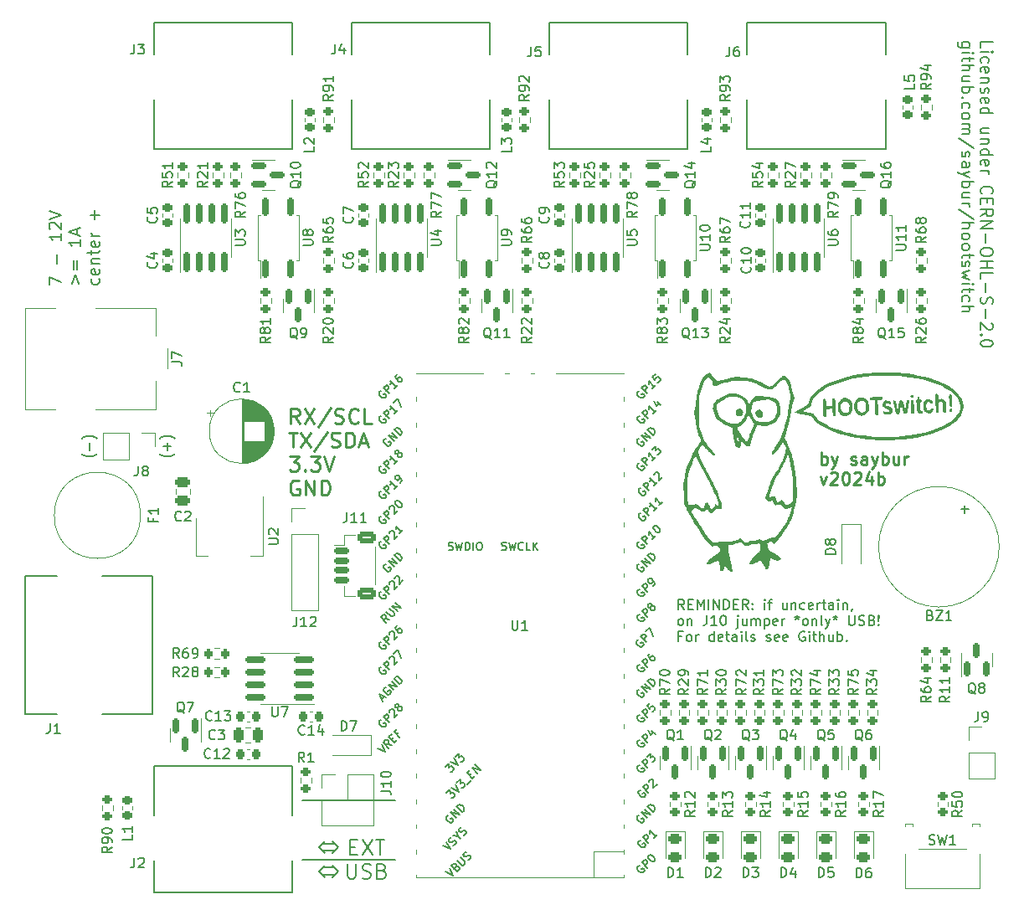
<source format=gto>
G04 #@! TF.GenerationSoftware,KiCad,Pcbnew,6.0.11+dfsg-1*
G04 #@! TF.CreationDate,2024-08-25T21:45:10-05:00*
G04 #@! TF.ProjectId,hootswitch,686f6f74-7377-4697-9463-682e6b696361,rev?*
G04 #@! TF.SameCoordinates,Original*
G04 #@! TF.FileFunction,Legend,Top*
G04 #@! TF.FilePolarity,Positive*
%FSLAX46Y46*%
G04 Gerber Fmt 4.6, Leading zero omitted, Abs format (unit mm)*
G04 Created by KiCad (PCBNEW 6.0.11+dfsg-1) date 2024-08-25 21:45:10*
%MOMM*%
%LPD*%
G01*
G04 APERTURE LIST*
G04 Aperture macros list*
%AMRoundRect*
0 Rectangle with rounded corners*
0 $1 Rounding radius*
0 $2 $3 $4 $5 $6 $7 $8 $9 X,Y pos of 4 corners*
0 Add a 4 corners polygon primitive as box body*
4,1,4,$2,$3,$4,$5,$6,$7,$8,$9,$2,$3,0*
0 Add four circle primitives for the rounded corners*
1,1,$1+$1,$2,$3*
1,1,$1+$1,$4,$5*
1,1,$1+$1,$6,$7*
1,1,$1+$1,$8,$9*
0 Add four rect primitives between the rounded corners*
20,1,$1+$1,$2,$3,$4,$5,0*
20,1,$1+$1,$4,$5,$6,$7,0*
20,1,$1+$1,$6,$7,$8,$9,0*
20,1,$1+$1,$8,$9,$2,$3,0*%
G04 Aperture macros list end*
%ADD10C,0.150000*%
%ADD11C,0.200000*%
%ADD12C,0.250000*%
%ADD13C,0.120000*%
%ADD14C,1.600000*%
%ADD15C,3.200000*%
%ADD16RoundRect,0.200000X0.275000X-0.200000X0.275000X0.200000X-0.275000X0.200000X-0.275000X-0.200000X0*%
%ADD17RoundRect,0.243750X-0.456250X0.243750X-0.456250X-0.243750X0.456250X-0.243750X0.456250X0.243750X0*%
%ADD18RoundRect,0.150000X0.150000X-0.825000X0.150000X0.825000X-0.150000X0.825000X-0.150000X-0.825000X0*%
%ADD19RoundRect,0.200000X-0.275000X0.200000X-0.275000X-0.200000X0.275000X-0.200000X0.275000X0.200000X0*%
%ADD20RoundRect,0.225000X0.225000X0.250000X-0.225000X0.250000X-0.225000X-0.250000X0.225000X-0.250000X0*%
%ADD21RoundRect,0.150000X-0.587500X-0.150000X0.587500X-0.150000X0.587500X0.150000X-0.587500X0.150000X0*%
%ADD22RoundRect,0.218750X-0.256250X0.218750X-0.256250X-0.218750X0.256250X-0.218750X0.256250X0.218750X0*%
%ADD23RoundRect,0.200000X0.200000X0.275000X-0.200000X0.275000X-0.200000X-0.275000X0.200000X-0.275000X0*%
%ADD24R,1.600000X1.600000*%
%ADD25RoundRect,0.150000X-0.150000X0.587500X-0.150000X-0.587500X0.150000X-0.587500X0.150000X0.587500X0*%
%ADD26RoundRect,0.150000X0.150000X-0.750000X0.150000X0.750000X-0.150000X0.750000X-0.150000X-0.750000X0*%
%ADD27RoundRect,0.150000X0.150000X-0.587500X0.150000X0.587500X-0.150000X0.587500X-0.150000X-0.587500X0*%
%ADD28C,2.400000*%
%ADD29C,1.700000*%
%ADD30R,1.700000X1.700000*%
%ADD31O,1.700000X1.700000*%
%ADD32R,4.000000X4.000000*%
%ADD33C,3.300000*%
%ADD34C,3.500000*%
%ADD35RoundRect,0.225000X0.250000X-0.225000X0.250000X0.225000X-0.250000X0.225000X-0.250000X-0.225000X0*%
%ADD36R,1.500000X2.000000*%
%ADD37R,3.800000X2.000000*%
%ADD38R,2.000000X2.000000*%
%ADD39C,2.000000*%
%ADD40RoundRect,0.225000X-0.250000X0.225000X-0.250000X-0.225000X0.250000X-0.225000X0.250000X0.225000X0*%
%ADD41RoundRect,0.150000X0.825000X0.150000X-0.825000X0.150000X-0.825000X-0.150000X0.825000X-0.150000X0*%
%ADD42RoundRect,0.150000X-0.625000X0.150000X-0.625000X-0.150000X0.625000X-0.150000X0.625000X0.150000X0*%
%ADD43RoundRect,0.250000X-0.650000X0.350000X-0.650000X-0.350000X0.650000X-0.350000X0.650000X0.350000X0*%
%ADD44R,0.900000X1.200000*%
%ADD45RoundRect,0.250000X0.475000X-0.250000X0.475000X0.250000X-0.475000X0.250000X-0.475000X-0.250000X0*%
%ADD46R,1.200000X0.900000*%
%ADD47O,1.500000X1.500000*%
%ADD48O,1.800000X1.800000*%
%ADD49R,3.500000X1.700000*%
%ADD50RoundRect,0.200000X-0.200000X-0.275000X0.200000X-0.275000X0.200000X0.275000X-0.200000X0.275000X0*%
%ADD51RoundRect,0.250000X0.250000X0.475000X-0.250000X0.475000X-0.250000X-0.475000X0.250000X-0.475000X0*%
G04 APERTURE END LIST*
D10*
X88011000Y-138684000D02*
X97409000Y-138684000D01*
X88011000Y-144653000D02*
X97409000Y-144653000D01*
D11*
X62434857Y-86566571D02*
X62434857Y-85766571D01*
X63634857Y-86280857D01*
X63177714Y-84395142D02*
X63177714Y-83480857D01*
X63634857Y-81366571D02*
X63634857Y-82052285D01*
X63634857Y-81709428D02*
X62434857Y-81709428D01*
X62606285Y-81823714D01*
X62720571Y-81938000D01*
X62777714Y-82052285D01*
X62549142Y-80909428D02*
X62492000Y-80852285D01*
X62434857Y-80738000D01*
X62434857Y-80452285D01*
X62492000Y-80338000D01*
X62549142Y-80280857D01*
X62663428Y-80223714D01*
X62777714Y-80223714D01*
X62949142Y-80280857D01*
X63634857Y-80966571D01*
X63634857Y-80223714D01*
X62434857Y-79880857D02*
X63634857Y-79480857D01*
X62434857Y-79080857D01*
X64766857Y-86452285D02*
X65109714Y-85538000D01*
X65452571Y-86452285D01*
X64938285Y-84966571D02*
X64938285Y-84052285D01*
X65281142Y-84052285D02*
X65281142Y-84966571D01*
X65566857Y-81938000D02*
X65566857Y-82623714D01*
X65566857Y-82280857D02*
X64366857Y-82280857D01*
X64538285Y-82395142D01*
X64652571Y-82509428D01*
X64709714Y-82623714D01*
X65224000Y-81480857D02*
X65224000Y-80909428D01*
X65566857Y-81595142D02*
X64366857Y-81195142D01*
X65566857Y-80795142D01*
X67441714Y-85938000D02*
X67498857Y-86052285D01*
X67498857Y-86280857D01*
X67441714Y-86395142D01*
X67384571Y-86452285D01*
X67270285Y-86509428D01*
X66927428Y-86509428D01*
X66813142Y-86452285D01*
X66756000Y-86395142D01*
X66698857Y-86280857D01*
X66698857Y-86052285D01*
X66756000Y-85938000D01*
X67441714Y-84966571D02*
X67498857Y-85080857D01*
X67498857Y-85309428D01*
X67441714Y-85423714D01*
X67327428Y-85480857D01*
X66870285Y-85480857D01*
X66756000Y-85423714D01*
X66698857Y-85309428D01*
X66698857Y-85080857D01*
X66756000Y-84966571D01*
X66870285Y-84909428D01*
X66984571Y-84909428D01*
X67098857Y-85480857D01*
X66698857Y-84395142D02*
X67498857Y-84395142D01*
X66813142Y-84395142D02*
X66756000Y-84338000D01*
X66698857Y-84223714D01*
X66698857Y-84052285D01*
X66756000Y-83938000D01*
X66870285Y-83880857D01*
X67498857Y-83880857D01*
X66698857Y-83480857D02*
X66698857Y-83023714D01*
X66298857Y-83309428D02*
X67327428Y-83309428D01*
X67441714Y-83252285D01*
X67498857Y-83138000D01*
X67498857Y-83023714D01*
X67441714Y-82166571D02*
X67498857Y-82280857D01*
X67498857Y-82509428D01*
X67441714Y-82623714D01*
X67327428Y-82680857D01*
X66870285Y-82680857D01*
X66756000Y-82623714D01*
X66698857Y-82509428D01*
X66698857Y-82280857D01*
X66756000Y-82166571D01*
X66870285Y-82109428D01*
X66984571Y-82109428D01*
X67098857Y-82680857D01*
X67498857Y-81595142D02*
X66698857Y-81595142D01*
X66927428Y-81595142D02*
X66813142Y-81538000D01*
X66756000Y-81480857D01*
X66698857Y-81366571D01*
X66698857Y-81252285D01*
X67041714Y-79938000D02*
X67041714Y-79023714D01*
X67498857Y-79480857D02*
X66584571Y-79480857D01*
D10*
X126637023Y-119365380D02*
X126303690Y-118889190D01*
X126065595Y-119365380D02*
X126065595Y-118365380D01*
X126446547Y-118365380D01*
X126541785Y-118413000D01*
X126589404Y-118460619D01*
X126637023Y-118555857D01*
X126637023Y-118698714D01*
X126589404Y-118793952D01*
X126541785Y-118841571D01*
X126446547Y-118889190D01*
X126065595Y-118889190D01*
X127065595Y-118841571D02*
X127398928Y-118841571D01*
X127541785Y-119365380D02*
X127065595Y-119365380D01*
X127065595Y-118365380D01*
X127541785Y-118365380D01*
X127970357Y-119365380D02*
X127970357Y-118365380D01*
X128303690Y-119079666D01*
X128637023Y-118365380D01*
X128637023Y-119365380D01*
X129113214Y-119365380D02*
X129113214Y-118365380D01*
X129589404Y-119365380D02*
X129589404Y-118365380D01*
X130160833Y-119365380D01*
X130160833Y-118365380D01*
X130637023Y-119365380D02*
X130637023Y-118365380D01*
X130875119Y-118365380D01*
X131017976Y-118413000D01*
X131113214Y-118508238D01*
X131160833Y-118603476D01*
X131208452Y-118793952D01*
X131208452Y-118936809D01*
X131160833Y-119127285D01*
X131113214Y-119222523D01*
X131017976Y-119317761D01*
X130875119Y-119365380D01*
X130637023Y-119365380D01*
X131637023Y-118841571D02*
X131970357Y-118841571D01*
X132113214Y-119365380D02*
X131637023Y-119365380D01*
X131637023Y-118365380D01*
X132113214Y-118365380D01*
X133113214Y-119365380D02*
X132779880Y-118889190D01*
X132541785Y-119365380D02*
X132541785Y-118365380D01*
X132922738Y-118365380D01*
X133017976Y-118413000D01*
X133065595Y-118460619D01*
X133113214Y-118555857D01*
X133113214Y-118698714D01*
X133065595Y-118793952D01*
X133017976Y-118841571D01*
X132922738Y-118889190D01*
X132541785Y-118889190D01*
X133541785Y-119270142D02*
X133589404Y-119317761D01*
X133541785Y-119365380D01*
X133494166Y-119317761D01*
X133541785Y-119270142D01*
X133541785Y-119365380D01*
X133541785Y-118746333D02*
X133589404Y-118793952D01*
X133541785Y-118841571D01*
X133494166Y-118793952D01*
X133541785Y-118746333D01*
X133541785Y-118841571D01*
X134779880Y-119365380D02*
X134779880Y-118698714D01*
X134779880Y-118365380D02*
X134732261Y-118413000D01*
X134779880Y-118460619D01*
X134827500Y-118413000D01*
X134779880Y-118365380D01*
X134779880Y-118460619D01*
X135113214Y-118698714D02*
X135494166Y-118698714D01*
X135256071Y-119365380D02*
X135256071Y-118508238D01*
X135303690Y-118413000D01*
X135398928Y-118365380D01*
X135494166Y-118365380D01*
X137017976Y-118698714D02*
X137017976Y-119365380D01*
X136589404Y-118698714D02*
X136589404Y-119222523D01*
X136637023Y-119317761D01*
X136732261Y-119365380D01*
X136875119Y-119365380D01*
X136970357Y-119317761D01*
X137017976Y-119270142D01*
X137494166Y-118698714D02*
X137494166Y-119365380D01*
X137494166Y-118793952D02*
X137541785Y-118746333D01*
X137637023Y-118698714D01*
X137779880Y-118698714D01*
X137875119Y-118746333D01*
X137922738Y-118841571D01*
X137922738Y-119365380D01*
X138827500Y-119317761D02*
X138732261Y-119365380D01*
X138541785Y-119365380D01*
X138446547Y-119317761D01*
X138398928Y-119270142D01*
X138351309Y-119174904D01*
X138351309Y-118889190D01*
X138398928Y-118793952D01*
X138446547Y-118746333D01*
X138541785Y-118698714D01*
X138732261Y-118698714D01*
X138827500Y-118746333D01*
X139637023Y-119317761D02*
X139541785Y-119365380D01*
X139351309Y-119365380D01*
X139256071Y-119317761D01*
X139208452Y-119222523D01*
X139208452Y-118841571D01*
X139256071Y-118746333D01*
X139351309Y-118698714D01*
X139541785Y-118698714D01*
X139637023Y-118746333D01*
X139684642Y-118841571D01*
X139684642Y-118936809D01*
X139208452Y-119032047D01*
X140113214Y-119365380D02*
X140113214Y-118698714D01*
X140113214Y-118889190D02*
X140160833Y-118793952D01*
X140208452Y-118746333D01*
X140303690Y-118698714D01*
X140398928Y-118698714D01*
X140589404Y-118698714D02*
X140970357Y-118698714D01*
X140732261Y-118365380D02*
X140732261Y-119222523D01*
X140779880Y-119317761D01*
X140875119Y-119365380D01*
X140970357Y-119365380D01*
X141732261Y-119365380D02*
X141732261Y-118841571D01*
X141684642Y-118746333D01*
X141589404Y-118698714D01*
X141398928Y-118698714D01*
X141303690Y-118746333D01*
X141732261Y-119317761D02*
X141637023Y-119365380D01*
X141398928Y-119365380D01*
X141303690Y-119317761D01*
X141256071Y-119222523D01*
X141256071Y-119127285D01*
X141303690Y-119032047D01*
X141398928Y-118984428D01*
X141637023Y-118984428D01*
X141732261Y-118936809D01*
X142208452Y-119365380D02*
X142208452Y-118698714D01*
X142208452Y-118365380D02*
X142160833Y-118413000D01*
X142208452Y-118460619D01*
X142256071Y-118413000D01*
X142208452Y-118365380D01*
X142208452Y-118460619D01*
X142684642Y-118698714D02*
X142684642Y-119365380D01*
X142684642Y-118793952D02*
X142732261Y-118746333D01*
X142827500Y-118698714D01*
X142970357Y-118698714D01*
X143065595Y-118746333D01*
X143113214Y-118841571D01*
X143113214Y-119365380D01*
X143637023Y-119317761D02*
X143637023Y-119365380D01*
X143589404Y-119460619D01*
X143541785Y-119508238D01*
X126208452Y-120975380D02*
X126113214Y-120927761D01*
X126065595Y-120880142D01*
X126017976Y-120784904D01*
X126017976Y-120499190D01*
X126065595Y-120403952D01*
X126113214Y-120356333D01*
X126208452Y-120308714D01*
X126351309Y-120308714D01*
X126446547Y-120356333D01*
X126494166Y-120403952D01*
X126541785Y-120499190D01*
X126541785Y-120784904D01*
X126494166Y-120880142D01*
X126446547Y-120927761D01*
X126351309Y-120975380D01*
X126208452Y-120975380D01*
X126970357Y-120308714D02*
X126970357Y-120975380D01*
X126970357Y-120403952D02*
X127017976Y-120356333D01*
X127113214Y-120308714D01*
X127256071Y-120308714D01*
X127351309Y-120356333D01*
X127398928Y-120451571D01*
X127398928Y-120975380D01*
X128922738Y-119975380D02*
X128922738Y-120689666D01*
X128875119Y-120832523D01*
X128779880Y-120927761D01*
X128637023Y-120975380D01*
X128541785Y-120975380D01*
X129922738Y-120975380D02*
X129351309Y-120975380D01*
X129637023Y-120975380D02*
X129637023Y-119975380D01*
X129541785Y-120118238D01*
X129446547Y-120213476D01*
X129351309Y-120261095D01*
X130541785Y-119975380D02*
X130637023Y-119975380D01*
X130732261Y-120023000D01*
X130779880Y-120070619D01*
X130827500Y-120165857D01*
X130875119Y-120356333D01*
X130875119Y-120594428D01*
X130827500Y-120784904D01*
X130779880Y-120880142D01*
X130732261Y-120927761D01*
X130637023Y-120975380D01*
X130541785Y-120975380D01*
X130446547Y-120927761D01*
X130398928Y-120880142D01*
X130351309Y-120784904D01*
X130303690Y-120594428D01*
X130303690Y-120356333D01*
X130351309Y-120165857D01*
X130398928Y-120070619D01*
X130446547Y-120023000D01*
X130541785Y-119975380D01*
X132065595Y-120308714D02*
X132065595Y-121165857D01*
X132017976Y-121261095D01*
X131922738Y-121308714D01*
X131875119Y-121308714D01*
X132065595Y-119975380D02*
X132017976Y-120023000D01*
X132065595Y-120070619D01*
X132113214Y-120023000D01*
X132065595Y-119975380D01*
X132065595Y-120070619D01*
X132970357Y-120308714D02*
X132970357Y-120975380D01*
X132541785Y-120308714D02*
X132541785Y-120832523D01*
X132589404Y-120927761D01*
X132684642Y-120975380D01*
X132827500Y-120975380D01*
X132922738Y-120927761D01*
X132970357Y-120880142D01*
X133446547Y-120975380D02*
X133446547Y-120308714D01*
X133446547Y-120403952D02*
X133494166Y-120356333D01*
X133589404Y-120308714D01*
X133732261Y-120308714D01*
X133827500Y-120356333D01*
X133875119Y-120451571D01*
X133875119Y-120975380D01*
X133875119Y-120451571D02*
X133922738Y-120356333D01*
X134017976Y-120308714D01*
X134160833Y-120308714D01*
X134256071Y-120356333D01*
X134303690Y-120451571D01*
X134303690Y-120975380D01*
X134779880Y-120308714D02*
X134779880Y-121308714D01*
X134779880Y-120356333D02*
X134875119Y-120308714D01*
X135065595Y-120308714D01*
X135160833Y-120356333D01*
X135208452Y-120403952D01*
X135256071Y-120499190D01*
X135256071Y-120784904D01*
X135208452Y-120880142D01*
X135160833Y-120927761D01*
X135065595Y-120975380D01*
X134875119Y-120975380D01*
X134779880Y-120927761D01*
X136065595Y-120927761D02*
X135970357Y-120975380D01*
X135779880Y-120975380D01*
X135684642Y-120927761D01*
X135637023Y-120832523D01*
X135637023Y-120451571D01*
X135684642Y-120356333D01*
X135779880Y-120308714D01*
X135970357Y-120308714D01*
X136065595Y-120356333D01*
X136113214Y-120451571D01*
X136113214Y-120546809D01*
X135637023Y-120642047D01*
X136541785Y-120975380D02*
X136541785Y-120308714D01*
X136541785Y-120499190D02*
X136589404Y-120403952D01*
X136637023Y-120356333D01*
X136732261Y-120308714D01*
X136827500Y-120308714D01*
X138065595Y-119975380D02*
X138065595Y-120213476D01*
X137827500Y-120118238D02*
X138065595Y-120213476D01*
X138303690Y-120118238D01*
X137922738Y-120403952D02*
X138065595Y-120213476D01*
X138208452Y-120403952D01*
X138827500Y-120975380D02*
X138732261Y-120927761D01*
X138684642Y-120880142D01*
X138637023Y-120784904D01*
X138637023Y-120499190D01*
X138684642Y-120403952D01*
X138732261Y-120356333D01*
X138827500Y-120308714D01*
X138970357Y-120308714D01*
X139065595Y-120356333D01*
X139113214Y-120403952D01*
X139160833Y-120499190D01*
X139160833Y-120784904D01*
X139113214Y-120880142D01*
X139065595Y-120927761D01*
X138970357Y-120975380D01*
X138827500Y-120975380D01*
X139589404Y-120308714D02*
X139589404Y-120975380D01*
X139589404Y-120403952D02*
X139637023Y-120356333D01*
X139732261Y-120308714D01*
X139875119Y-120308714D01*
X139970357Y-120356333D01*
X140017976Y-120451571D01*
X140017976Y-120975380D01*
X140637023Y-120975380D02*
X140541785Y-120927761D01*
X140494166Y-120832523D01*
X140494166Y-119975380D01*
X140922738Y-120308714D02*
X141160833Y-120975380D01*
X141398928Y-120308714D02*
X141160833Y-120975380D01*
X141065595Y-121213476D01*
X141017976Y-121261095D01*
X140922738Y-121308714D01*
X141922738Y-119975380D02*
X141922738Y-120213476D01*
X141684642Y-120118238D02*
X141922738Y-120213476D01*
X142160833Y-120118238D01*
X141779880Y-120403952D02*
X141922738Y-120213476D01*
X142065595Y-120403952D01*
X143303690Y-119975380D02*
X143303690Y-120784904D01*
X143351309Y-120880142D01*
X143398928Y-120927761D01*
X143494166Y-120975380D01*
X143684642Y-120975380D01*
X143779880Y-120927761D01*
X143827500Y-120880142D01*
X143875119Y-120784904D01*
X143875119Y-119975380D01*
X144303690Y-120927761D02*
X144446547Y-120975380D01*
X144684642Y-120975380D01*
X144779880Y-120927761D01*
X144827500Y-120880142D01*
X144875119Y-120784904D01*
X144875119Y-120689666D01*
X144827500Y-120594428D01*
X144779880Y-120546809D01*
X144684642Y-120499190D01*
X144494166Y-120451571D01*
X144398928Y-120403952D01*
X144351309Y-120356333D01*
X144303690Y-120261095D01*
X144303690Y-120165857D01*
X144351309Y-120070619D01*
X144398928Y-120023000D01*
X144494166Y-119975380D01*
X144732261Y-119975380D01*
X144875119Y-120023000D01*
X145637023Y-120451571D02*
X145779880Y-120499190D01*
X145827500Y-120546809D01*
X145875119Y-120642047D01*
X145875119Y-120784904D01*
X145827500Y-120880142D01*
X145779880Y-120927761D01*
X145684642Y-120975380D01*
X145303690Y-120975380D01*
X145303690Y-119975380D01*
X145637023Y-119975380D01*
X145732261Y-120023000D01*
X145779880Y-120070619D01*
X145827500Y-120165857D01*
X145827500Y-120261095D01*
X145779880Y-120356333D01*
X145732261Y-120403952D01*
X145637023Y-120451571D01*
X145303690Y-120451571D01*
X146303690Y-120880142D02*
X146351309Y-120927761D01*
X146303690Y-120975380D01*
X146256071Y-120927761D01*
X146303690Y-120880142D01*
X146303690Y-120975380D01*
X146303690Y-120594428D02*
X146256071Y-120023000D01*
X146303690Y-119975380D01*
X146351309Y-120023000D01*
X146303690Y-120594428D01*
X146303690Y-119975380D01*
X126398928Y-122061571D02*
X126065595Y-122061571D01*
X126065595Y-122585380D02*
X126065595Y-121585380D01*
X126541785Y-121585380D01*
X127065595Y-122585380D02*
X126970357Y-122537761D01*
X126922738Y-122490142D01*
X126875119Y-122394904D01*
X126875119Y-122109190D01*
X126922738Y-122013952D01*
X126970357Y-121966333D01*
X127065595Y-121918714D01*
X127208452Y-121918714D01*
X127303690Y-121966333D01*
X127351309Y-122013952D01*
X127398928Y-122109190D01*
X127398928Y-122394904D01*
X127351309Y-122490142D01*
X127303690Y-122537761D01*
X127208452Y-122585380D01*
X127065595Y-122585380D01*
X127827500Y-122585380D02*
X127827500Y-121918714D01*
X127827500Y-122109190D02*
X127875119Y-122013952D01*
X127922738Y-121966333D01*
X128017976Y-121918714D01*
X128113214Y-121918714D01*
X129637023Y-122585380D02*
X129637023Y-121585380D01*
X129637023Y-122537761D02*
X129541785Y-122585380D01*
X129351309Y-122585380D01*
X129256071Y-122537761D01*
X129208452Y-122490142D01*
X129160833Y-122394904D01*
X129160833Y-122109190D01*
X129208452Y-122013952D01*
X129256071Y-121966333D01*
X129351309Y-121918714D01*
X129541785Y-121918714D01*
X129637023Y-121966333D01*
X130494166Y-122537761D02*
X130398928Y-122585380D01*
X130208452Y-122585380D01*
X130113214Y-122537761D01*
X130065595Y-122442523D01*
X130065595Y-122061571D01*
X130113214Y-121966333D01*
X130208452Y-121918714D01*
X130398928Y-121918714D01*
X130494166Y-121966333D01*
X130541785Y-122061571D01*
X130541785Y-122156809D01*
X130065595Y-122252047D01*
X130827500Y-121918714D02*
X131208452Y-121918714D01*
X130970357Y-121585380D02*
X130970357Y-122442523D01*
X131017976Y-122537761D01*
X131113214Y-122585380D01*
X131208452Y-122585380D01*
X131970357Y-122585380D02*
X131970357Y-122061571D01*
X131922738Y-121966333D01*
X131827500Y-121918714D01*
X131637023Y-121918714D01*
X131541785Y-121966333D01*
X131970357Y-122537761D02*
X131875119Y-122585380D01*
X131637023Y-122585380D01*
X131541785Y-122537761D01*
X131494166Y-122442523D01*
X131494166Y-122347285D01*
X131541785Y-122252047D01*
X131637023Y-122204428D01*
X131875119Y-122204428D01*
X131970357Y-122156809D01*
X132446547Y-122585380D02*
X132446547Y-121918714D01*
X132446547Y-121585380D02*
X132398928Y-121633000D01*
X132446547Y-121680619D01*
X132494166Y-121633000D01*
X132446547Y-121585380D01*
X132446547Y-121680619D01*
X133065595Y-122585380D02*
X132970357Y-122537761D01*
X132922738Y-122442523D01*
X132922738Y-121585380D01*
X133398928Y-122537761D02*
X133494166Y-122585380D01*
X133684642Y-122585380D01*
X133779880Y-122537761D01*
X133827500Y-122442523D01*
X133827500Y-122394904D01*
X133779880Y-122299666D01*
X133684642Y-122252047D01*
X133541785Y-122252047D01*
X133446547Y-122204428D01*
X133398928Y-122109190D01*
X133398928Y-122061571D01*
X133446547Y-121966333D01*
X133541785Y-121918714D01*
X133684642Y-121918714D01*
X133779880Y-121966333D01*
X134970357Y-122537761D02*
X135065595Y-122585380D01*
X135256071Y-122585380D01*
X135351309Y-122537761D01*
X135398928Y-122442523D01*
X135398928Y-122394904D01*
X135351309Y-122299666D01*
X135256071Y-122252047D01*
X135113214Y-122252047D01*
X135017976Y-122204428D01*
X134970357Y-122109190D01*
X134970357Y-122061571D01*
X135017976Y-121966333D01*
X135113214Y-121918714D01*
X135256071Y-121918714D01*
X135351309Y-121966333D01*
X136208452Y-122537761D02*
X136113214Y-122585380D01*
X135922738Y-122585380D01*
X135827500Y-122537761D01*
X135779880Y-122442523D01*
X135779880Y-122061571D01*
X135827500Y-121966333D01*
X135922738Y-121918714D01*
X136113214Y-121918714D01*
X136208452Y-121966333D01*
X136256071Y-122061571D01*
X136256071Y-122156809D01*
X135779880Y-122252047D01*
X137065595Y-122537761D02*
X136970357Y-122585380D01*
X136779880Y-122585380D01*
X136684642Y-122537761D01*
X136637023Y-122442523D01*
X136637023Y-122061571D01*
X136684642Y-121966333D01*
X136779880Y-121918714D01*
X136970357Y-121918714D01*
X137065595Y-121966333D01*
X137113214Y-122061571D01*
X137113214Y-122156809D01*
X136637023Y-122252047D01*
X138827500Y-121633000D02*
X138732261Y-121585380D01*
X138589404Y-121585380D01*
X138446547Y-121633000D01*
X138351309Y-121728238D01*
X138303690Y-121823476D01*
X138256071Y-122013952D01*
X138256071Y-122156809D01*
X138303690Y-122347285D01*
X138351309Y-122442523D01*
X138446547Y-122537761D01*
X138589404Y-122585380D01*
X138684642Y-122585380D01*
X138827500Y-122537761D01*
X138875119Y-122490142D01*
X138875119Y-122156809D01*
X138684642Y-122156809D01*
X139303690Y-122585380D02*
X139303690Y-121918714D01*
X139303690Y-121585380D02*
X139256071Y-121633000D01*
X139303690Y-121680619D01*
X139351309Y-121633000D01*
X139303690Y-121585380D01*
X139303690Y-121680619D01*
X139637023Y-121918714D02*
X140017976Y-121918714D01*
X139779880Y-121585380D02*
X139779880Y-122442523D01*
X139827500Y-122537761D01*
X139922738Y-122585380D01*
X140017976Y-122585380D01*
X140351309Y-122585380D02*
X140351309Y-121585380D01*
X140779880Y-122585380D02*
X140779880Y-122061571D01*
X140732261Y-121966333D01*
X140637023Y-121918714D01*
X140494166Y-121918714D01*
X140398928Y-121966333D01*
X140351309Y-122013952D01*
X141684642Y-121918714D02*
X141684642Y-122585380D01*
X141256071Y-121918714D02*
X141256071Y-122442523D01*
X141303690Y-122537761D01*
X141398928Y-122585380D01*
X141541785Y-122585380D01*
X141637023Y-122537761D01*
X141684642Y-122490142D01*
X142160833Y-122585380D02*
X142160833Y-121585380D01*
X142160833Y-121966333D02*
X142256071Y-121918714D01*
X142446547Y-121918714D01*
X142541785Y-121966333D01*
X142589404Y-122013952D01*
X142637023Y-122109190D01*
X142637023Y-122394904D01*
X142589404Y-122490142D01*
X142541785Y-122537761D01*
X142446547Y-122585380D01*
X142256071Y-122585380D01*
X142160833Y-122537761D01*
X143065595Y-122490142D02*
X143113214Y-122537761D01*
X143065595Y-122585380D01*
X143017976Y-122537761D01*
X143065595Y-122490142D01*
X143065595Y-122585380D01*
D11*
X90082761Y-146204714D02*
X91273238Y-146204714D01*
X90082761Y-145490428D02*
X91273238Y-145490428D01*
X90320857Y-146442809D02*
X89725619Y-145847571D01*
X90320857Y-145252333D01*
X91035142Y-145252333D02*
X91630380Y-145847571D01*
X91035142Y-146442809D01*
X92595142Y-145101571D02*
X92595142Y-146315857D01*
X92666571Y-146458714D01*
X92738000Y-146530142D01*
X92880857Y-146601571D01*
X93166571Y-146601571D01*
X93309428Y-146530142D01*
X93380857Y-146458714D01*
X93452285Y-146315857D01*
X93452285Y-145101571D01*
X94095142Y-146530142D02*
X94309428Y-146601571D01*
X94666571Y-146601571D01*
X94809428Y-146530142D01*
X94880857Y-146458714D01*
X94952285Y-146315857D01*
X94952285Y-146173000D01*
X94880857Y-146030142D01*
X94809428Y-145958714D01*
X94666571Y-145887285D01*
X94380857Y-145815857D01*
X94238000Y-145744428D01*
X94166571Y-145673000D01*
X94095142Y-145530142D01*
X94095142Y-145387285D01*
X94166571Y-145244428D01*
X94238000Y-145173000D01*
X94380857Y-145101571D01*
X94738000Y-145101571D01*
X94952285Y-145173000D01*
X96095142Y-145815857D02*
X96309428Y-145887285D01*
X96380857Y-145958714D01*
X96452285Y-146101571D01*
X96452285Y-146315857D01*
X96380857Y-146458714D01*
X96309428Y-146530142D01*
X96166571Y-146601571D01*
X95595142Y-146601571D01*
X95595142Y-145101571D01*
X96095142Y-145101571D01*
X96238000Y-145173000D01*
X96309428Y-145244428D01*
X96380857Y-145387285D01*
X96380857Y-145530142D01*
X96309428Y-145673000D01*
X96238000Y-145744428D01*
X96095142Y-145815857D01*
X95595142Y-145815857D01*
D10*
X75128333Y-103631904D02*
X75080714Y-103679523D01*
X74937857Y-103774761D01*
X74842619Y-103822380D01*
X74699761Y-103870000D01*
X74461666Y-103917619D01*
X74271190Y-103917619D01*
X74033095Y-103870000D01*
X73890238Y-103822380D01*
X73795000Y-103774761D01*
X73652142Y-103679523D01*
X73604523Y-103631904D01*
X74366428Y-103250952D02*
X74366428Y-102489047D01*
X74747380Y-102870000D02*
X73985476Y-102870000D01*
X75128333Y-102108095D02*
X75080714Y-102060476D01*
X74937857Y-101965238D01*
X74842619Y-101917619D01*
X74699761Y-101870000D01*
X74461666Y-101822380D01*
X74271190Y-101822380D01*
X74033095Y-101870000D01*
X73890238Y-101917619D01*
X73795000Y-101965238D01*
X73652142Y-102060476D01*
X73604523Y-102108095D01*
D12*
X140541119Y-104715226D02*
X140541119Y-103465226D01*
X140541119Y-103941416D02*
X140660166Y-103881892D01*
X140898261Y-103881892D01*
X141017309Y-103941416D01*
X141076833Y-104000940D01*
X141136357Y-104119988D01*
X141136357Y-104477130D01*
X141076833Y-104596178D01*
X141017309Y-104655702D01*
X140898261Y-104715226D01*
X140660166Y-104715226D01*
X140541119Y-104655702D01*
X141553023Y-103881892D02*
X141850642Y-104715226D01*
X142148261Y-103881892D02*
X141850642Y-104715226D01*
X141731595Y-105012845D01*
X141672071Y-105072369D01*
X141553023Y-105131892D01*
X143517309Y-104655702D02*
X143636357Y-104715226D01*
X143874452Y-104715226D01*
X143993500Y-104655702D01*
X144053023Y-104536654D01*
X144053023Y-104477130D01*
X143993500Y-104358083D01*
X143874452Y-104298559D01*
X143695880Y-104298559D01*
X143576833Y-104239035D01*
X143517309Y-104119988D01*
X143517309Y-104060464D01*
X143576833Y-103941416D01*
X143695880Y-103881892D01*
X143874452Y-103881892D01*
X143993500Y-103941416D01*
X145124452Y-104715226D02*
X145124452Y-104060464D01*
X145064928Y-103941416D01*
X144945880Y-103881892D01*
X144707785Y-103881892D01*
X144588738Y-103941416D01*
X145124452Y-104655702D02*
X145005404Y-104715226D01*
X144707785Y-104715226D01*
X144588738Y-104655702D01*
X144529214Y-104536654D01*
X144529214Y-104417607D01*
X144588738Y-104298559D01*
X144707785Y-104239035D01*
X145005404Y-104239035D01*
X145124452Y-104179511D01*
X145600642Y-103881892D02*
X145898261Y-104715226D01*
X146195880Y-103881892D02*
X145898261Y-104715226D01*
X145779214Y-105012845D01*
X145719690Y-105072369D01*
X145600642Y-105131892D01*
X146672071Y-104715226D02*
X146672071Y-103465226D01*
X146672071Y-103941416D02*
X146791119Y-103881892D01*
X147029214Y-103881892D01*
X147148261Y-103941416D01*
X147207785Y-104000940D01*
X147267309Y-104119988D01*
X147267309Y-104477130D01*
X147207785Y-104596178D01*
X147148261Y-104655702D01*
X147029214Y-104715226D01*
X146791119Y-104715226D01*
X146672071Y-104655702D01*
X148338738Y-103881892D02*
X148338738Y-104715226D01*
X147803023Y-103881892D02*
X147803023Y-104536654D01*
X147862547Y-104655702D01*
X147981595Y-104715226D01*
X148160166Y-104715226D01*
X148279214Y-104655702D01*
X148338738Y-104596178D01*
X148933976Y-104715226D02*
X148933976Y-103881892D01*
X148933976Y-104119988D02*
X148993500Y-104000940D01*
X149053023Y-103941416D01*
X149172071Y-103881892D01*
X149291119Y-103881892D01*
X140422071Y-105894392D02*
X140719690Y-106727726D01*
X141017309Y-105894392D01*
X141433976Y-105596773D02*
X141493500Y-105537250D01*
X141612547Y-105477726D01*
X141910166Y-105477726D01*
X142029214Y-105537250D01*
X142088738Y-105596773D01*
X142148261Y-105715821D01*
X142148261Y-105834869D01*
X142088738Y-106013440D01*
X141374452Y-106727726D01*
X142148261Y-106727726D01*
X142922071Y-105477726D02*
X143041119Y-105477726D01*
X143160166Y-105537250D01*
X143219690Y-105596773D01*
X143279214Y-105715821D01*
X143338738Y-105953916D01*
X143338738Y-106251535D01*
X143279214Y-106489630D01*
X143219690Y-106608678D01*
X143160166Y-106668202D01*
X143041119Y-106727726D01*
X142922071Y-106727726D01*
X142803023Y-106668202D01*
X142743500Y-106608678D01*
X142683976Y-106489630D01*
X142624452Y-106251535D01*
X142624452Y-105953916D01*
X142683976Y-105715821D01*
X142743500Y-105596773D01*
X142803023Y-105537250D01*
X142922071Y-105477726D01*
X143814928Y-105596773D02*
X143874452Y-105537250D01*
X143993500Y-105477726D01*
X144291119Y-105477726D01*
X144410166Y-105537250D01*
X144469690Y-105596773D01*
X144529214Y-105715821D01*
X144529214Y-105834869D01*
X144469690Y-106013440D01*
X143755404Y-106727726D01*
X144529214Y-106727726D01*
X145600642Y-105894392D02*
X145600642Y-106727726D01*
X145303023Y-105418202D02*
X145005404Y-106311059D01*
X145779214Y-106311059D01*
X146255404Y-106727726D02*
X146255404Y-105477726D01*
X146255404Y-105953916D02*
X146374452Y-105894392D01*
X146612547Y-105894392D01*
X146731595Y-105953916D01*
X146791119Y-106013440D01*
X146850642Y-106132488D01*
X146850642Y-106489630D01*
X146791119Y-106608678D01*
X146731595Y-106668202D01*
X146612547Y-106727726D01*
X146374452Y-106727726D01*
X146255404Y-106668202D01*
X87736785Y-100561071D02*
X87236785Y-99846785D01*
X86879642Y-100561071D02*
X86879642Y-99061071D01*
X87451071Y-99061071D01*
X87593928Y-99132500D01*
X87665357Y-99203928D01*
X87736785Y-99346785D01*
X87736785Y-99561071D01*
X87665357Y-99703928D01*
X87593928Y-99775357D01*
X87451071Y-99846785D01*
X86879642Y-99846785D01*
X88236785Y-99061071D02*
X89236785Y-100561071D01*
X89236785Y-99061071D02*
X88236785Y-100561071D01*
X90879642Y-98989642D02*
X89593928Y-100918214D01*
X91308214Y-100489642D02*
X91522500Y-100561071D01*
X91879642Y-100561071D01*
X92022500Y-100489642D01*
X92093928Y-100418214D01*
X92165357Y-100275357D01*
X92165357Y-100132500D01*
X92093928Y-99989642D01*
X92022500Y-99918214D01*
X91879642Y-99846785D01*
X91593928Y-99775357D01*
X91451071Y-99703928D01*
X91379642Y-99632500D01*
X91308214Y-99489642D01*
X91308214Y-99346785D01*
X91379642Y-99203928D01*
X91451071Y-99132500D01*
X91593928Y-99061071D01*
X91951071Y-99061071D01*
X92165357Y-99132500D01*
X93665357Y-100418214D02*
X93593928Y-100489642D01*
X93379642Y-100561071D01*
X93236785Y-100561071D01*
X93022500Y-100489642D01*
X92879642Y-100346785D01*
X92808214Y-100203928D01*
X92736785Y-99918214D01*
X92736785Y-99703928D01*
X92808214Y-99418214D01*
X92879642Y-99275357D01*
X93022500Y-99132500D01*
X93236785Y-99061071D01*
X93379642Y-99061071D01*
X93593928Y-99132500D01*
X93665357Y-99203928D01*
X95022500Y-100561071D02*
X94308214Y-100561071D01*
X94308214Y-99061071D01*
X86665357Y-101476071D02*
X87522500Y-101476071D01*
X87093928Y-102976071D02*
X87093928Y-101476071D01*
X87879642Y-101476071D02*
X88879642Y-102976071D01*
X88879642Y-101476071D02*
X87879642Y-102976071D01*
X90522500Y-101404642D02*
X89236785Y-103333214D01*
X90951071Y-102904642D02*
X91165357Y-102976071D01*
X91522500Y-102976071D01*
X91665357Y-102904642D01*
X91736785Y-102833214D01*
X91808214Y-102690357D01*
X91808214Y-102547500D01*
X91736785Y-102404642D01*
X91665357Y-102333214D01*
X91522500Y-102261785D01*
X91236785Y-102190357D01*
X91093928Y-102118928D01*
X91022500Y-102047500D01*
X90951071Y-101904642D01*
X90951071Y-101761785D01*
X91022500Y-101618928D01*
X91093928Y-101547500D01*
X91236785Y-101476071D01*
X91593928Y-101476071D01*
X91808214Y-101547500D01*
X92451071Y-102976071D02*
X92451071Y-101476071D01*
X92808214Y-101476071D01*
X93022500Y-101547500D01*
X93165357Y-101690357D01*
X93236785Y-101833214D01*
X93308214Y-102118928D01*
X93308214Y-102333214D01*
X93236785Y-102618928D01*
X93165357Y-102761785D01*
X93022500Y-102904642D01*
X92808214Y-102976071D01*
X92451071Y-102976071D01*
X93879642Y-102547500D02*
X94593928Y-102547500D01*
X93736785Y-102976071D02*
X94236785Y-101476071D01*
X94736785Y-102976071D01*
X86736785Y-103891071D02*
X87665357Y-103891071D01*
X87165357Y-104462500D01*
X87379642Y-104462500D01*
X87522500Y-104533928D01*
X87593928Y-104605357D01*
X87665357Y-104748214D01*
X87665357Y-105105357D01*
X87593928Y-105248214D01*
X87522500Y-105319642D01*
X87379642Y-105391071D01*
X86951071Y-105391071D01*
X86808214Y-105319642D01*
X86736785Y-105248214D01*
X88308214Y-105248214D02*
X88379642Y-105319642D01*
X88308214Y-105391071D01*
X88236785Y-105319642D01*
X88308214Y-105248214D01*
X88308214Y-105391071D01*
X88879642Y-103891071D02*
X89808214Y-103891071D01*
X89308214Y-104462500D01*
X89522500Y-104462500D01*
X89665357Y-104533928D01*
X89736785Y-104605357D01*
X89808214Y-104748214D01*
X89808214Y-105105357D01*
X89736785Y-105248214D01*
X89665357Y-105319642D01*
X89522500Y-105391071D01*
X89093928Y-105391071D01*
X88951071Y-105319642D01*
X88879642Y-105248214D01*
X90236785Y-103891071D02*
X90736785Y-105391071D01*
X91236785Y-103891071D01*
X87665357Y-106377500D02*
X87522500Y-106306071D01*
X87308214Y-106306071D01*
X87093928Y-106377500D01*
X86951071Y-106520357D01*
X86879642Y-106663214D01*
X86808214Y-106948928D01*
X86808214Y-107163214D01*
X86879642Y-107448928D01*
X86951071Y-107591785D01*
X87093928Y-107734642D01*
X87308214Y-107806071D01*
X87451071Y-107806071D01*
X87665357Y-107734642D01*
X87736785Y-107663214D01*
X87736785Y-107163214D01*
X87451071Y-107163214D01*
X88379642Y-107806071D02*
X88379642Y-106306071D01*
X89236785Y-107806071D01*
X89236785Y-106306071D01*
X89951071Y-107806071D02*
X89951071Y-106306071D01*
X90308214Y-106306071D01*
X90522500Y-106377500D01*
X90665357Y-106520357D01*
X90736785Y-106663214D01*
X90808214Y-106948928D01*
X90808214Y-107163214D01*
X90736785Y-107448928D01*
X90665357Y-107591785D01*
X90522500Y-107734642D01*
X90308214Y-107806071D01*
X89951071Y-107806071D01*
D11*
X90082761Y-143791714D02*
X91273238Y-143791714D01*
X90082761Y-143077428D02*
X91273238Y-143077428D01*
X90320857Y-144029809D02*
X89725619Y-143434571D01*
X90320857Y-142839333D01*
X91035142Y-142839333D02*
X91630380Y-143434571D01*
X91035142Y-144029809D01*
X156633142Y-62582142D02*
X156633142Y-62010714D01*
X157833142Y-62010714D01*
X156633142Y-62982142D02*
X157433142Y-62982142D01*
X157833142Y-62982142D02*
X157776000Y-62925000D01*
X157718857Y-62982142D01*
X157776000Y-63039285D01*
X157833142Y-62982142D01*
X157718857Y-62982142D01*
X156690285Y-64067857D02*
X156633142Y-63953571D01*
X156633142Y-63725000D01*
X156690285Y-63610714D01*
X156747428Y-63553571D01*
X156861714Y-63496428D01*
X157204571Y-63496428D01*
X157318857Y-63553571D01*
X157376000Y-63610714D01*
X157433142Y-63725000D01*
X157433142Y-63953571D01*
X157376000Y-64067857D01*
X156690285Y-65039285D02*
X156633142Y-64925000D01*
X156633142Y-64696428D01*
X156690285Y-64582142D01*
X156804571Y-64525000D01*
X157261714Y-64525000D01*
X157376000Y-64582142D01*
X157433142Y-64696428D01*
X157433142Y-64925000D01*
X157376000Y-65039285D01*
X157261714Y-65096428D01*
X157147428Y-65096428D01*
X157033142Y-64525000D01*
X157433142Y-65610714D02*
X156633142Y-65610714D01*
X157318857Y-65610714D02*
X157376000Y-65667857D01*
X157433142Y-65782142D01*
X157433142Y-65953571D01*
X157376000Y-66067857D01*
X157261714Y-66125000D01*
X156633142Y-66125000D01*
X156690285Y-66639285D02*
X156633142Y-66753571D01*
X156633142Y-66982142D01*
X156690285Y-67096428D01*
X156804571Y-67153571D01*
X156861714Y-67153571D01*
X156976000Y-67096428D01*
X157033142Y-66982142D01*
X157033142Y-66810714D01*
X157090285Y-66696428D01*
X157204571Y-66639285D01*
X157261714Y-66639285D01*
X157376000Y-66696428D01*
X157433142Y-66810714D01*
X157433142Y-66982142D01*
X157376000Y-67096428D01*
X156690285Y-68125000D02*
X156633142Y-68010714D01*
X156633142Y-67782142D01*
X156690285Y-67667857D01*
X156804571Y-67610714D01*
X157261714Y-67610714D01*
X157376000Y-67667857D01*
X157433142Y-67782142D01*
X157433142Y-68010714D01*
X157376000Y-68125000D01*
X157261714Y-68182142D01*
X157147428Y-68182142D01*
X157033142Y-67610714D01*
X156633142Y-69210714D02*
X157833142Y-69210714D01*
X156690285Y-69210714D02*
X156633142Y-69096428D01*
X156633142Y-68867857D01*
X156690285Y-68753571D01*
X156747428Y-68696428D01*
X156861714Y-68639285D01*
X157204571Y-68639285D01*
X157318857Y-68696428D01*
X157376000Y-68753571D01*
X157433142Y-68867857D01*
X157433142Y-69096428D01*
X157376000Y-69210714D01*
X157433142Y-71210714D02*
X156633142Y-71210714D01*
X157433142Y-70696428D02*
X156804571Y-70696428D01*
X156690285Y-70753571D01*
X156633142Y-70867857D01*
X156633142Y-71039285D01*
X156690285Y-71153571D01*
X156747428Y-71210714D01*
X157433142Y-71782142D02*
X156633142Y-71782142D01*
X157318857Y-71782142D02*
X157376000Y-71839285D01*
X157433142Y-71953571D01*
X157433142Y-72125000D01*
X157376000Y-72239285D01*
X157261714Y-72296428D01*
X156633142Y-72296428D01*
X156633142Y-73382142D02*
X157833142Y-73382142D01*
X156690285Y-73382142D02*
X156633142Y-73267857D01*
X156633142Y-73039285D01*
X156690285Y-72925000D01*
X156747428Y-72867857D01*
X156861714Y-72810714D01*
X157204571Y-72810714D01*
X157318857Y-72867857D01*
X157376000Y-72925000D01*
X157433142Y-73039285D01*
X157433142Y-73267857D01*
X157376000Y-73382142D01*
X156690285Y-74410714D02*
X156633142Y-74296428D01*
X156633142Y-74067857D01*
X156690285Y-73953571D01*
X156804571Y-73896428D01*
X157261714Y-73896428D01*
X157376000Y-73953571D01*
X157433142Y-74067857D01*
X157433142Y-74296428D01*
X157376000Y-74410714D01*
X157261714Y-74467857D01*
X157147428Y-74467857D01*
X157033142Y-73896428D01*
X156633142Y-74982142D02*
X157433142Y-74982142D01*
X157204571Y-74982142D02*
X157318857Y-75039285D01*
X157376000Y-75096428D01*
X157433142Y-75210714D01*
X157433142Y-75325000D01*
X156747428Y-77325000D02*
X156690285Y-77267857D01*
X156633142Y-77096428D01*
X156633142Y-76982142D01*
X156690285Y-76810714D01*
X156804571Y-76696428D01*
X156918857Y-76639285D01*
X157147428Y-76582142D01*
X157318857Y-76582142D01*
X157547428Y-76639285D01*
X157661714Y-76696428D01*
X157776000Y-76810714D01*
X157833142Y-76982142D01*
X157833142Y-77096428D01*
X157776000Y-77267857D01*
X157718857Y-77325000D01*
X157261714Y-77839285D02*
X157261714Y-78239285D01*
X156633142Y-78410714D02*
X156633142Y-77839285D01*
X157833142Y-77839285D01*
X157833142Y-78410714D01*
X156633142Y-79610714D02*
X157204571Y-79210714D01*
X156633142Y-78925000D02*
X157833142Y-78925000D01*
X157833142Y-79382142D01*
X157776000Y-79496428D01*
X157718857Y-79553571D01*
X157604571Y-79610714D01*
X157433142Y-79610714D01*
X157318857Y-79553571D01*
X157261714Y-79496428D01*
X157204571Y-79382142D01*
X157204571Y-78925000D01*
X156633142Y-80125000D02*
X157833142Y-80125000D01*
X156633142Y-80810714D01*
X157833142Y-80810714D01*
X157090285Y-81382142D02*
X157090285Y-82296428D01*
X157833142Y-83096428D02*
X157833142Y-83325000D01*
X157776000Y-83439285D01*
X157661714Y-83553571D01*
X157433142Y-83610714D01*
X157033142Y-83610714D01*
X156804571Y-83553571D01*
X156690285Y-83439285D01*
X156633142Y-83325000D01*
X156633142Y-83096428D01*
X156690285Y-82982142D01*
X156804571Y-82867857D01*
X157033142Y-82810714D01*
X157433142Y-82810714D01*
X157661714Y-82867857D01*
X157776000Y-82982142D01*
X157833142Y-83096428D01*
X156633142Y-84125000D02*
X157833142Y-84125000D01*
X157261714Y-84125000D02*
X157261714Y-84810714D01*
X156633142Y-84810714D02*
X157833142Y-84810714D01*
X156633142Y-85953571D02*
X156633142Y-85382142D01*
X157833142Y-85382142D01*
X157090285Y-86353571D02*
X157090285Y-87267857D01*
X156690285Y-87782142D02*
X156633142Y-87953571D01*
X156633142Y-88239285D01*
X156690285Y-88353571D01*
X156747428Y-88410714D01*
X156861714Y-88467857D01*
X156976000Y-88467857D01*
X157090285Y-88410714D01*
X157147428Y-88353571D01*
X157204571Y-88239285D01*
X157261714Y-88010714D01*
X157318857Y-87896428D01*
X157376000Y-87839285D01*
X157490285Y-87782142D01*
X157604571Y-87782142D01*
X157718857Y-87839285D01*
X157776000Y-87896428D01*
X157833142Y-88010714D01*
X157833142Y-88296428D01*
X157776000Y-88467857D01*
X157090285Y-88982142D02*
X157090285Y-89896428D01*
X157718857Y-90410714D02*
X157776000Y-90467857D01*
X157833142Y-90582142D01*
X157833142Y-90867857D01*
X157776000Y-90982142D01*
X157718857Y-91039285D01*
X157604571Y-91096428D01*
X157490285Y-91096428D01*
X157318857Y-91039285D01*
X156633142Y-90353571D01*
X156633142Y-91096428D01*
X156747428Y-91610714D02*
X156690285Y-91667857D01*
X156633142Y-91610714D01*
X156690285Y-91553571D01*
X156747428Y-91610714D01*
X156633142Y-91610714D01*
X157833142Y-92410714D02*
X157833142Y-92525000D01*
X157776000Y-92639285D01*
X157718857Y-92696428D01*
X157604571Y-92753571D01*
X157376000Y-92810714D01*
X157090285Y-92810714D01*
X156861714Y-92753571D01*
X156747428Y-92696428D01*
X156690285Y-92639285D01*
X156633142Y-92525000D01*
X156633142Y-92410714D01*
X156690285Y-92296428D01*
X156747428Y-92239285D01*
X156861714Y-92182142D01*
X157090285Y-92125000D01*
X157376000Y-92125000D01*
X157604571Y-92182142D01*
X157718857Y-92239285D01*
X157776000Y-92296428D01*
X157833142Y-92410714D01*
X155501142Y-62525000D02*
X154529714Y-62525000D01*
X154415428Y-62467857D01*
X154358285Y-62410714D01*
X154301142Y-62296428D01*
X154301142Y-62125000D01*
X154358285Y-62010714D01*
X154758285Y-62525000D02*
X154701142Y-62410714D01*
X154701142Y-62182142D01*
X154758285Y-62067857D01*
X154815428Y-62010714D01*
X154929714Y-61953571D01*
X155272571Y-61953571D01*
X155386857Y-62010714D01*
X155444000Y-62067857D01*
X155501142Y-62182142D01*
X155501142Y-62410714D01*
X155444000Y-62525000D01*
X154701142Y-63096428D02*
X155501142Y-63096428D01*
X155901142Y-63096428D02*
X155844000Y-63039285D01*
X155786857Y-63096428D01*
X155844000Y-63153571D01*
X155901142Y-63096428D01*
X155786857Y-63096428D01*
X155501142Y-63496428D02*
X155501142Y-63953571D01*
X155901142Y-63667857D02*
X154872571Y-63667857D01*
X154758285Y-63725000D01*
X154701142Y-63839285D01*
X154701142Y-63953571D01*
X154701142Y-64353571D02*
X155901142Y-64353571D01*
X154701142Y-64867857D02*
X155329714Y-64867857D01*
X155444000Y-64810714D01*
X155501142Y-64696428D01*
X155501142Y-64525000D01*
X155444000Y-64410714D01*
X155386857Y-64353571D01*
X155501142Y-65953571D02*
X154701142Y-65953571D01*
X155501142Y-65439285D02*
X154872571Y-65439285D01*
X154758285Y-65496428D01*
X154701142Y-65610714D01*
X154701142Y-65782142D01*
X154758285Y-65896428D01*
X154815428Y-65953571D01*
X154701142Y-66525000D02*
X155901142Y-66525000D01*
X155444000Y-66525000D02*
X155501142Y-66639285D01*
X155501142Y-66867857D01*
X155444000Y-66982142D01*
X155386857Y-67039285D01*
X155272571Y-67096428D01*
X154929714Y-67096428D01*
X154815428Y-67039285D01*
X154758285Y-66982142D01*
X154701142Y-66867857D01*
X154701142Y-66639285D01*
X154758285Y-66525000D01*
X154815428Y-67610714D02*
X154758285Y-67667857D01*
X154701142Y-67610714D01*
X154758285Y-67553571D01*
X154815428Y-67610714D01*
X154701142Y-67610714D01*
X154758285Y-68696428D02*
X154701142Y-68582142D01*
X154701142Y-68353571D01*
X154758285Y-68239285D01*
X154815428Y-68182142D01*
X154929714Y-68125000D01*
X155272571Y-68125000D01*
X155386857Y-68182142D01*
X155444000Y-68239285D01*
X155501142Y-68353571D01*
X155501142Y-68582142D01*
X155444000Y-68696428D01*
X154701142Y-69382142D02*
X154758285Y-69267857D01*
X154815428Y-69210714D01*
X154929714Y-69153571D01*
X155272571Y-69153571D01*
X155386857Y-69210714D01*
X155444000Y-69267857D01*
X155501142Y-69382142D01*
X155501142Y-69553571D01*
X155444000Y-69667857D01*
X155386857Y-69725000D01*
X155272571Y-69782142D01*
X154929714Y-69782142D01*
X154815428Y-69725000D01*
X154758285Y-69667857D01*
X154701142Y-69553571D01*
X154701142Y-69382142D01*
X154701142Y-70296428D02*
X155501142Y-70296428D01*
X155386857Y-70296428D02*
X155444000Y-70353571D01*
X155501142Y-70467857D01*
X155501142Y-70639285D01*
X155444000Y-70753571D01*
X155329714Y-70810714D01*
X154701142Y-70810714D01*
X155329714Y-70810714D02*
X155444000Y-70867857D01*
X155501142Y-70982142D01*
X155501142Y-71153571D01*
X155444000Y-71267857D01*
X155329714Y-71325000D01*
X154701142Y-71325000D01*
X155958285Y-72753571D02*
X154415428Y-71725000D01*
X154758285Y-73096428D02*
X154701142Y-73210714D01*
X154701142Y-73439285D01*
X154758285Y-73553571D01*
X154872571Y-73610714D01*
X154929714Y-73610714D01*
X155044000Y-73553571D01*
X155101142Y-73439285D01*
X155101142Y-73267857D01*
X155158285Y-73153571D01*
X155272571Y-73096428D01*
X155329714Y-73096428D01*
X155444000Y-73153571D01*
X155501142Y-73267857D01*
X155501142Y-73439285D01*
X155444000Y-73553571D01*
X154701142Y-74639285D02*
X155329714Y-74639285D01*
X155444000Y-74582142D01*
X155501142Y-74467857D01*
X155501142Y-74239285D01*
X155444000Y-74125000D01*
X154758285Y-74639285D02*
X154701142Y-74525000D01*
X154701142Y-74239285D01*
X154758285Y-74125000D01*
X154872571Y-74067857D01*
X154986857Y-74067857D01*
X155101142Y-74125000D01*
X155158285Y-74239285D01*
X155158285Y-74525000D01*
X155215428Y-74639285D01*
X155501142Y-75096428D02*
X154701142Y-75382142D01*
X155501142Y-75667857D02*
X154701142Y-75382142D01*
X154415428Y-75267857D01*
X154358285Y-75210714D01*
X154301142Y-75096428D01*
X154701142Y-76125000D02*
X155901142Y-76125000D01*
X155444000Y-76125000D02*
X155501142Y-76239285D01*
X155501142Y-76467857D01*
X155444000Y-76582142D01*
X155386857Y-76639285D01*
X155272571Y-76696428D01*
X154929714Y-76696428D01*
X154815428Y-76639285D01*
X154758285Y-76582142D01*
X154701142Y-76467857D01*
X154701142Y-76239285D01*
X154758285Y-76125000D01*
X155501142Y-77725000D02*
X154701142Y-77725000D01*
X155501142Y-77210714D02*
X154872571Y-77210714D01*
X154758285Y-77267857D01*
X154701142Y-77382142D01*
X154701142Y-77553571D01*
X154758285Y-77667857D01*
X154815428Y-77725000D01*
X154701142Y-78296428D02*
X155501142Y-78296428D01*
X155272571Y-78296428D02*
X155386857Y-78353571D01*
X155444000Y-78410714D01*
X155501142Y-78525000D01*
X155501142Y-78639285D01*
X155958285Y-79896428D02*
X154415428Y-78867857D01*
X154701142Y-80296428D02*
X155901142Y-80296428D01*
X154701142Y-80810714D02*
X155329714Y-80810714D01*
X155444000Y-80753571D01*
X155501142Y-80639285D01*
X155501142Y-80467857D01*
X155444000Y-80353571D01*
X155386857Y-80296428D01*
X154701142Y-81553571D02*
X154758285Y-81439285D01*
X154815428Y-81382142D01*
X154929714Y-81325000D01*
X155272571Y-81325000D01*
X155386857Y-81382142D01*
X155444000Y-81439285D01*
X155501142Y-81553571D01*
X155501142Y-81725000D01*
X155444000Y-81839285D01*
X155386857Y-81896428D01*
X155272571Y-81953571D01*
X154929714Y-81953571D01*
X154815428Y-81896428D01*
X154758285Y-81839285D01*
X154701142Y-81725000D01*
X154701142Y-81553571D01*
X154701142Y-82639285D02*
X154758285Y-82525000D01*
X154815428Y-82467857D01*
X154929714Y-82410714D01*
X155272571Y-82410714D01*
X155386857Y-82467857D01*
X155444000Y-82525000D01*
X155501142Y-82639285D01*
X155501142Y-82810714D01*
X155444000Y-82925000D01*
X155386857Y-82982142D01*
X155272571Y-83039285D01*
X154929714Y-83039285D01*
X154815428Y-82982142D01*
X154758285Y-82925000D01*
X154701142Y-82810714D01*
X154701142Y-82639285D01*
X155501142Y-83382142D02*
X155501142Y-83839285D01*
X155901142Y-83553571D02*
X154872571Y-83553571D01*
X154758285Y-83610714D01*
X154701142Y-83725000D01*
X154701142Y-83839285D01*
X154758285Y-84182142D02*
X154701142Y-84296428D01*
X154701142Y-84525000D01*
X154758285Y-84639285D01*
X154872571Y-84696428D01*
X154929714Y-84696428D01*
X155044000Y-84639285D01*
X155101142Y-84525000D01*
X155101142Y-84353571D01*
X155158285Y-84239285D01*
X155272571Y-84182142D01*
X155329714Y-84182142D01*
X155444000Y-84239285D01*
X155501142Y-84353571D01*
X155501142Y-84525000D01*
X155444000Y-84639285D01*
X155501142Y-85096428D02*
X154701142Y-85325000D01*
X155272571Y-85553571D01*
X154701142Y-85782142D01*
X155501142Y-86010714D01*
X154701142Y-86467857D02*
X155501142Y-86467857D01*
X155901142Y-86467857D02*
X155844000Y-86410714D01*
X155786857Y-86467857D01*
X155844000Y-86525000D01*
X155901142Y-86467857D01*
X155786857Y-86467857D01*
X155501142Y-86867857D02*
X155501142Y-87325000D01*
X155901142Y-87039285D02*
X154872571Y-87039285D01*
X154758285Y-87096428D01*
X154701142Y-87210714D01*
X154701142Y-87325000D01*
X154758285Y-88239285D02*
X154701142Y-88125000D01*
X154701142Y-87896428D01*
X154758285Y-87782142D01*
X154815428Y-87725000D01*
X154929714Y-87667857D01*
X155272571Y-87667857D01*
X155386857Y-87725000D01*
X155444000Y-87782142D01*
X155501142Y-87896428D01*
X155501142Y-88125000D01*
X155444000Y-88239285D01*
X154701142Y-88753571D02*
X155901142Y-88753571D01*
X154701142Y-89267857D02*
X155329714Y-89267857D01*
X155444000Y-89210714D01*
X155501142Y-89096428D01*
X155501142Y-88925000D01*
X155444000Y-88810714D01*
X155386857Y-88753571D01*
D10*
X67254333Y-103631904D02*
X67206714Y-103679523D01*
X67063857Y-103774761D01*
X66968619Y-103822380D01*
X66825761Y-103870000D01*
X66587666Y-103917619D01*
X66397190Y-103917619D01*
X66159095Y-103870000D01*
X66016238Y-103822380D01*
X65921000Y-103774761D01*
X65778142Y-103679523D01*
X65730523Y-103631904D01*
X66492428Y-103250952D02*
X66492428Y-102489047D01*
X67254333Y-102108095D02*
X67206714Y-102060476D01*
X67063857Y-101965238D01*
X66968619Y-101917619D01*
X66825761Y-101870000D01*
X66587666Y-101822380D01*
X66397190Y-101822380D01*
X66159095Y-101870000D01*
X66016238Y-101917619D01*
X65921000Y-101965238D01*
X65778142Y-102060476D01*
X65730523Y-102108095D01*
D11*
X92880857Y-143402857D02*
X93380857Y-143402857D01*
X93595142Y-144188571D02*
X92880857Y-144188571D01*
X92880857Y-142688571D01*
X93595142Y-142688571D01*
X94095142Y-142688571D02*
X95095142Y-144188571D01*
X95095142Y-142688571D02*
X94095142Y-144188571D01*
X95452285Y-142688571D02*
X96309428Y-142688571D01*
X95880857Y-144188571D02*
X95880857Y-142688571D01*
D10*
X127706380Y-139707857D02*
X127230190Y-140041190D01*
X127706380Y-140279285D02*
X126706380Y-140279285D01*
X126706380Y-139898333D01*
X126754000Y-139803095D01*
X126801619Y-139755476D01*
X126896857Y-139707857D01*
X127039714Y-139707857D01*
X127134952Y-139755476D01*
X127182571Y-139803095D01*
X127230190Y-139898333D01*
X127230190Y-140279285D01*
X127706380Y-138755476D02*
X127706380Y-139326904D01*
X127706380Y-139041190D02*
X126706380Y-139041190D01*
X126849238Y-139136428D01*
X126944476Y-139231666D01*
X126992095Y-139326904D01*
X126801619Y-138374523D02*
X126754000Y-138326904D01*
X126706380Y-138231666D01*
X126706380Y-137993571D01*
X126754000Y-137898333D01*
X126801619Y-137850714D01*
X126896857Y-137803095D01*
X126992095Y-137803095D01*
X127134952Y-137850714D01*
X127706380Y-138422142D01*
X127706380Y-137803095D01*
X104846380Y-91828857D02*
X104370190Y-92162190D01*
X104846380Y-92400285D02*
X103846380Y-92400285D01*
X103846380Y-92019333D01*
X103894000Y-91924095D01*
X103941619Y-91876476D01*
X104036857Y-91828857D01*
X104179714Y-91828857D01*
X104274952Y-91876476D01*
X104322571Y-91924095D01*
X104370190Y-92019333D01*
X104370190Y-92400285D01*
X104274952Y-91257428D02*
X104227333Y-91352666D01*
X104179714Y-91400285D01*
X104084476Y-91447904D01*
X104036857Y-91447904D01*
X103941619Y-91400285D01*
X103894000Y-91352666D01*
X103846380Y-91257428D01*
X103846380Y-91066952D01*
X103894000Y-90971714D01*
X103941619Y-90924095D01*
X104036857Y-90876476D01*
X104084476Y-90876476D01*
X104179714Y-90924095D01*
X104227333Y-90971714D01*
X104274952Y-91066952D01*
X104274952Y-91257428D01*
X104322571Y-91352666D01*
X104370190Y-91400285D01*
X104465428Y-91447904D01*
X104655904Y-91447904D01*
X104751142Y-91400285D01*
X104798761Y-91352666D01*
X104846380Y-91257428D01*
X104846380Y-91066952D01*
X104798761Y-90971714D01*
X104751142Y-90924095D01*
X104655904Y-90876476D01*
X104465428Y-90876476D01*
X104370190Y-90924095D01*
X104322571Y-90971714D01*
X104274952Y-91066952D01*
X103941619Y-90495523D02*
X103894000Y-90447904D01*
X103846380Y-90352666D01*
X103846380Y-90114571D01*
X103894000Y-90019333D01*
X103941619Y-89971714D01*
X104036857Y-89924095D01*
X104132095Y-89924095D01*
X104274952Y-89971714D01*
X104846380Y-90543142D01*
X104846380Y-89924095D01*
X132611904Y-146462380D02*
X132611904Y-145462380D01*
X132850000Y-145462380D01*
X132992857Y-145510000D01*
X133088095Y-145605238D01*
X133135714Y-145700476D01*
X133183333Y-145890952D01*
X133183333Y-146033809D01*
X133135714Y-146224285D01*
X133088095Y-146319523D01*
X132992857Y-146414761D01*
X132850000Y-146462380D01*
X132611904Y-146462380D01*
X133516666Y-145462380D02*
X134135714Y-145462380D01*
X133802380Y-145843333D01*
X133945238Y-145843333D01*
X134040476Y-145890952D01*
X134088095Y-145938571D01*
X134135714Y-146033809D01*
X134135714Y-146271904D01*
X134088095Y-146367142D01*
X134040476Y-146414761D01*
X133945238Y-146462380D01*
X133659523Y-146462380D01*
X133564285Y-146414761D01*
X133516666Y-146367142D01*
X81240380Y-82549904D02*
X82049904Y-82549904D01*
X82145142Y-82502285D01*
X82192761Y-82454666D01*
X82240380Y-82359428D01*
X82240380Y-82168952D01*
X82192761Y-82073714D01*
X82145142Y-82026095D01*
X82049904Y-81978476D01*
X81240380Y-81978476D01*
X81240380Y-81597523D02*
X81240380Y-80978476D01*
X81621333Y-81311809D01*
X81621333Y-81168952D01*
X81668952Y-81073714D01*
X81716571Y-81026095D01*
X81811809Y-80978476D01*
X82049904Y-80978476D01*
X82145142Y-81026095D01*
X82192761Y-81073714D01*
X82240380Y-81168952D01*
X82240380Y-81454666D01*
X82192761Y-81549904D01*
X82145142Y-81597523D01*
X132913380Y-127388857D02*
X132437190Y-127722190D01*
X132913380Y-127960285D02*
X131913380Y-127960285D01*
X131913380Y-127579333D01*
X131961000Y-127484095D01*
X132008619Y-127436476D01*
X132103857Y-127388857D01*
X132246714Y-127388857D01*
X132341952Y-127436476D01*
X132389571Y-127484095D01*
X132437190Y-127579333D01*
X132437190Y-127960285D01*
X131913380Y-127055523D02*
X131913380Y-126388857D01*
X132913380Y-126817428D01*
X132008619Y-126055523D02*
X131961000Y-126007904D01*
X131913380Y-125912666D01*
X131913380Y-125674571D01*
X131961000Y-125579333D01*
X132008619Y-125531714D01*
X132103857Y-125484095D01*
X132199095Y-125484095D01*
X132341952Y-125531714D01*
X132913380Y-126103142D01*
X132913380Y-125484095D01*
X139136380Y-139707857D02*
X138660190Y-140041190D01*
X139136380Y-140279285D02*
X138136380Y-140279285D01*
X138136380Y-139898333D01*
X138184000Y-139803095D01*
X138231619Y-139755476D01*
X138326857Y-139707857D01*
X138469714Y-139707857D01*
X138564952Y-139755476D01*
X138612571Y-139803095D01*
X138660190Y-139898333D01*
X138660190Y-140279285D01*
X139136380Y-138755476D02*
X139136380Y-139326904D01*
X139136380Y-139041190D02*
X138136380Y-139041190D01*
X138279238Y-139136428D01*
X138374476Y-139231666D01*
X138422095Y-139326904D01*
X138136380Y-137850714D02*
X138136380Y-138326904D01*
X138612571Y-138374523D01*
X138564952Y-138326904D01*
X138517333Y-138231666D01*
X138517333Y-137993571D01*
X138564952Y-137898333D01*
X138612571Y-137850714D01*
X138707809Y-137803095D01*
X138945904Y-137803095D01*
X139041142Y-137850714D01*
X139088761Y-137898333D01*
X139136380Y-137993571D01*
X139136380Y-138231666D01*
X139088761Y-138326904D01*
X139041142Y-138374523D01*
X78872142Y-130532142D02*
X78824523Y-130579761D01*
X78681666Y-130627380D01*
X78586428Y-130627380D01*
X78443571Y-130579761D01*
X78348333Y-130484523D01*
X78300714Y-130389285D01*
X78253095Y-130198809D01*
X78253095Y-130055952D01*
X78300714Y-129865476D01*
X78348333Y-129770238D01*
X78443571Y-129675000D01*
X78586428Y-129627380D01*
X78681666Y-129627380D01*
X78824523Y-129675000D01*
X78872142Y-129722619D01*
X79824523Y-130627380D02*
X79253095Y-130627380D01*
X79538809Y-130627380D02*
X79538809Y-129627380D01*
X79443571Y-129770238D01*
X79348333Y-129865476D01*
X79253095Y-129913095D01*
X80157857Y-129627380D02*
X80776904Y-129627380D01*
X80443571Y-130008333D01*
X80586428Y-130008333D01*
X80681666Y-130055952D01*
X80729285Y-130103571D01*
X80776904Y-130198809D01*
X80776904Y-130436904D01*
X80729285Y-130532142D01*
X80681666Y-130579761D01*
X80586428Y-130627380D01*
X80300714Y-130627380D01*
X80205476Y-130579761D01*
X80157857Y-130532142D01*
X91130380Y-67317857D02*
X90654190Y-67651190D01*
X91130380Y-67889285D02*
X90130380Y-67889285D01*
X90130380Y-67508333D01*
X90178000Y-67413095D01*
X90225619Y-67365476D01*
X90320857Y-67317857D01*
X90463714Y-67317857D01*
X90558952Y-67365476D01*
X90606571Y-67413095D01*
X90654190Y-67508333D01*
X90654190Y-67889285D01*
X91130380Y-66841666D02*
X91130380Y-66651190D01*
X91082761Y-66555952D01*
X91035142Y-66508333D01*
X90892285Y-66413095D01*
X90701809Y-66365476D01*
X90320857Y-66365476D01*
X90225619Y-66413095D01*
X90178000Y-66460714D01*
X90130380Y-66555952D01*
X90130380Y-66746428D01*
X90178000Y-66841666D01*
X90225619Y-66889285D01*
X90320857Y-66936904D01*
X90558952Y-66936904D01*
X90654190Y-66889285D01*
X90701809Y-66841666D01*
X90749428Y-66746428D01*
X90749428Y-66555952D01*
X90701809Y-66460714D01*
X90654190Y-66413095D01*
X90558952Y-66365476D01*
X91130380Y-65413095D02*
X91130380Y-65984523D01*
X91130380Y-65698809D02*
X90130380Y-65698809D01*
X90273238Y-65794047D01*
X90368476Y-65889285D01*
X90416095Y-65984523D01*
X136596380Y-127388857D02*
X136120190Y-127722190D01*
X136596380Y-127960285D02*
X135596380Y-127960285D01*
X135596380Y-127579333D01*
X135644000Y-127484095D01*
X135691619Y-127436476D01*
X135786857Y-127388857D01*
X135929714Y-127388857D01*
X136024952Y-127436476D01*
X136072571Y-127484095D01*
X136120190Y-127579333D01*
X136120190Y-127960285D01*
X135596380Y-127055523D02*
X135596380Y-126388857D01*
X136596380Y-126817428D01*
X135596380Y-126103142D02*
X135596380Y-125484095D01*
X135977333Y-125817428D01*
X135977333Y-125674571D01*
X136024952Y-125579333D01*
X136072571Y-125531714D01*
X136167809Y-125484095D01*
X136405904Y-125484095D01*
X136501142Y-125531714D01*
X136548761Y-125579333D01*
X136596380Y-125674571D01*
X136596380Y-125960285D01*
X136548761Y-126055523D01*
X136501142Y-126103142D01*
X68778380Y-143390857D02*
X68302190Y-143724190D01*
X68778380Y-143962285D02*
X67778380Y-143962285D01*
X67778380Y-143581333D01*
X67826000Y-143486095D01*
X67873619Y-143438476D01*
X67968857Y-143390857D01*
X68111714Y-143390857D01*
X68206952Y-143438476D01*
X68254571Y-143486095D01*
X68302190Y-143581333D01*
X68302190Y-143962285D01*
X68778380Y-142914666D02*
X68778380Y-142724190D01*
X68730761Y-142628952D01*
X68683142Y-142581333D01*
X68540285Y-142486095D01*
X68349809Y-142438476D01*
X67968857Y-142438476D01*
X67873619Y-142486095D01*
X67826000Y-142533714D01*
X67778380Y-142628952D01*
X67778380Y-142819428D01*
X67826000Y-142914666D01*
X67873619Y-142962285D01*
X67968857Y-143009904D01*
X68206952Y-143009904D01*
X68302190Y-142962285D01*
X68349809Y-142914666D01*
X68397428Y-142819428D01*
X68397428Y-142628952D01*
X68349809Y-142533714D01*
X68302190Y-142486095D01*
X68206952Y-142438476D01*
X67778380Y-141819428D02*
X67778380Y-141724190D01*
X67826000Y-141628952D01*
X67873619Y-141581333D01*
X67968857Y-141533714D01*
X68159333Y-141486095D01*
X68397428Y-141486095D01*
X68587904Y-141533714D01*
X68683142Y-141581333D01*
X68730761Y-141628952D01*
X68778380Y-141724190D01*
X68778380Y-141819428D01*
X68730761Y-141914666D01*
X68683142Y-141962285D01*
X68587904Y-142009904D01*
X68397428Y-142057523D01*
X68159333Y-142057523D01*
X67968857Y-142009904D01*
X67873619Y-141962285D01*
X67826000Y-141914666D01*
X67778380Y-141819428D01*
X87923619Y-76009428D02*
X87876000Y-76104666D01*
X87780761Y-76199904D01*
X87637904Y-76342761D01*
X87590285Y-76438000D01*
X87590285Y-76533238D01*
X87828380Y-76485619D02*
X87780761Y-76580857D01*
X87685523Y-76676095D01*
X87495047Y-76723714D01*
X87161714Y-76723714D01*
X86971238Y-76676095D01*
X86876000Y-76580857D01*
X86828380Y-76485619D01*
X86828380Y-76295142D01*
X86876000Y-76199904D01*
X86971238Y-76104666D01*
X87161714Y-76057047D01*
X87495047Y-76057047D01*
X87685523Y-76104666D01*
X87780761Y-76199904D01*
X87828380Y-76295142D01*
X87828380Y-76485619D01*
X87828380Y-75104666D02*
X87828380Y-75676095D01*
X87828380Y-75390380D02*
X86828380Y-75390380D01*
X86971238Y-75485619D01*
X87066476Y-75580857D01*
X87114095Y-75676095D01*
X86828380Y-74485619D02*
X86828380Y-74390380D01*
X86876000Y-74295142D01*
X86923619Y-74247523D01*
X87018857Y-74199904D01*
X87209333Y-74152285D01*
X87447428Y-74152285D01*
X87637904Y-74199904D01*
X87733142Y-74247523D01*
X87780761Y-74295142D01*
X87828380Y-74390380D01*
X87828380Y-74485619D01*
X87780761Y-74580857D01*
X87733142Y-74628476D01*
X87637904Y-74676095D01*
X87447428Y-74723714D01*
X87209333Y-74723714D01*
X87018857Y-74676095D01*
X86923619Y-74628476D01*
X86876000Y-74580857D01*
X86828380Y-74485619D01*
X70810380Y-142152666D02*
X70810380Y-142628857D01*
X69810380Y-142628857D01*
X70810380Y-141295523D02*
X70810380Y-141866952D01*
X70810380Y-141581238D02*
X69810380Y-141581238D01*
X69953238Y-141676476D01*
X70048476Y-141771714D01*
X70096095Y-141866952D01*
X75557142Y-126182380D02*
X75223809Y-125706190D01*
X74985714Y-126182380D02*
X74985714Y-125182380D01*
X75366666Y-125182380D01*
X75461904Y-125230000D01*
X75509523Y-125277619D01*
X75557142Y-125372857D01*
X75557142Y-125515714D01*
X75509523Y-125610952D01*
X75461904Y-125658571D01*
X75366666Y-125706190D01*
X74985714Y-125706190D01*
X75938095Y-125277619D02*
X75985714Y-125230000D01*
X76080952Y-125182380D01*
X76319047Y-125182380D01*
X76414285Y-125230000D01*
X76461904Y-125277619D01*
X76509523Y-125372857D01*
X76509523Y-125468095D01*
X76461904Y-125610952D01*
X75890476Y-126182380D01*
X76509523Y-126182380D01*
X77080952Y-125610952D02*
X76985714Y-125563333D01*
X76938095Y-125515714D01*
X76890476Y-125420476D01*
X76890476Y-125372857D01*
X76938095Y-125277619D01*
X76985714Y-125230000D01*
X77080952Y-125182380D01*
X77271428Y-125182380D01*
X77366666Y-125230000D01*
X77414285Y-125277619D01*
X77461904Y-125372857D01*
X77461904Y-125420476D01*
X77414285Y-125515714D01*
X77366666Y-125563333D01*
X77271428Y-125610952D01*
X77080952Y-125610952D01*
X76985714Y-125658571D01*
X76938095Y-125706190D01*
X76890476Y-125801428D01*
X76890476Y-125991904D01*
X76938095Y-126087142D01*
X76985714Y-126134761D01*
X77080952Y-126182380D01*
X77271428Y-126182380D01*
X77366666Y-126134761D01*
X77414285Y-126087142D01*
X77461904Y-125991904D01*
X77461904Y-125801428D01*
X77414285Y-125706190D01*
X77366666Y-125658571D01*
X77271428Y-125610952D01*
X129357380Y-72556666D02*
X129357380Y-73032857D01*
X128357380Y-73032857D01*
X128690714Y-71794761D02*
X129357380Y-71794761D01*
X128309761Y-72032857D02*
X129024047Y-72270952D01*
X129024047Y-71651904D01*
X81728333Y-97303142D02*
X81680714Y-97350761D01*
X81537857Y-97398380D01*
X81442619Y-97398380D01*
X81299761Y-97350761D01*
X81204523Y-97255523D01*
X81156904Y-97160285D01*
X81109285Y-96969809D01*
X81109285Y-96826952D01*
X81156904Y-96636476D01*
X81204523Y-96541238D01*
X81299761Y-96446000D01*
X81442619Y-96398380D01*
X81537857Y-96398380D01*
X81680714Y-96446000D01*
X81728333Y-96493619D01*
X82680714Y-97398380D02*
X82109285Y-97398380D01*
X82395000Y-97398380D02*
X82395000Y-96398380D01*
X82299761Y-96541238D01*
X82204523Y-96636476D01*
X82109285Y-96684095D01*
X147002571Y-91987619D02*
X146907333Y-91940000D01*
X146812095Y-91844761D01*
X146669238Y-91701904D01*
X146574000Y-91654285D01*
X146478761Y-91654285D01*
X146526380Y-91892380D02*
X146431142Y-91844761D01*
X146335904Y-91749523D01*
X146288285Y-91559047D01*
X146288285Y-91225714D01*
X146335904Y-91035238D01*
X146431142Y-90940000D01*
X146526380Y-90892380D01*
X146716857Y-90892380D01*
X146812095Y-90940000D01*
X146907333Y-91035238D01*
X146954952Y-91225714D01*
X146954952Y-91559047D01*
X146907333Y-91749523D01*
X146812095Y-91844761D01*
X146716857Y-91892380D01*
X146526380Y-91892380D01*
X147907333Y-91892380D02*
X147335904Y-91892380D01*
X147621619Y-91892380D02*
X147621619Y-90892380D01*
X147526380Y-91035238D01*
X147431142Y-91130476D01*
X147335904Y-91178095D01*
X148812095Y-90892380D02*
X148335904Y-90892380D01*
X148288285Y-91368571D01*
X148335904Y-91320952D01*
X148431142Y-91273333D01*
X148669238Y-91273333D01*
X148764476Y-91320952D01*
X148812095Y-91368571D01*
X148859714Y-91463809D01*
X148859714Y-91701904D01*
X148812095Y-91797142D01*
X148764476Y-91844761D01*
X148669238Y-91892380D01*
X148431142Y-91892380D01*
X148335904Y-91844761D01*
X148288285Y-91797142D01*
X134564380Y-76080857D02*
X134088190Y-76414190D01*
X134564380Y-76652285D02*
X133564380Y-76652285D01*
X133564380Y-76271333D01*
X133612000Y-76176095D01*
X133659619Y-76128476D01*
X133754857Y-76080857D01*
X133897714Y-76080857D01*
X133992952Y-76128476D01*
X134040571Y-76176095D01*
X134088190Y-76271333D01*
X134088190Y-76652285D01*
X133564380Y-75176095D02*
X133564380Y-75652285D01*
X134040571Y-75699904D01*
X133992952Y-75652285D01*
X133945333Y-75557047D01*
X133945333Y-75318952D01*
X133992952Y-75223714D01*
X134040571Y-75176095D01*
X134135809Y-75128476D01*
X134373904Y-75128476D01*
X134469142Y-75176095D01*
X134516761Y-75223714D01*
X134564380Y-75318952D01*
X134564380Y-75557047D01*
X134516761Y-75652285D01*
X134469142Y-75699904D01*
X133897714Y-74271333D02*
X134564380Y-74271333D01*
X133516761Y-74509428D02*
X134231047Y-74747523D01*
X134231047Y-74128476D01*
X148042380Y-83026095D02*
X148851904Y-83026095D01*
X148947142Y-82978476D01*
X148994761Y-82930857D01*
X149042380Y-82835619D01*
X149042380Y-82645142D01*
X148994761Y-82549904D01*
X148947142Y-82502285D01*
X148851904Y-82454666D01*
X148042380Y-82454666D01*
X149042380Y-81454666D02*
X149042380Y-82026095D01*
X149042380Y-81740380D02*
X148042380Y-81740380D01*
X148185238Y-81835619D01*
X148280476Y-81930857D01*
X148328095Y-82026095D01*
X149042380Y-80502285D02*
X149042380Y-81073714D01*
X149042380Y-80788000D02*
X148042380Y-80788000D01*
X148185238Y-80883238D01*
X148280476Y-80978476D01*
X148328095Y-81073714D01*
X156114761Y-127928619D02*
X156019523Y-127881000D01*
X155924285Y-127785761D01*
X155781428Y-127642904D01*
X155686190Y-127595285D01*
X155590952Y-127595285D01*
X155638571Y-127833380D02*
X155543333Y-127785761D01*
X155448095Y-127690523D01*
X155400476Y-127500047D01*
X155400476Y-127166714D01*
X155448095Y-126976238D01*
X155543333Y-126881000D01*
X155638571Y-126833380D01*
X155829047Y-126833380D01*
X155924285Y-126881000D01*
X156019523Y-126976238D01*
X156067142Y-127166714D01*
X156067142Y-127500047D01*
X156019523Y-127690523D01*
X155924285Y-127785761D01*
X155829047Y-127833380D01*
X155638571Y-127833380D01*
X156638571Y-127261952D02*
X156543333Y-127214333D01*
X156495714Y-127166714D01*
X156448095Y-127071476D01*
X156448095Y-127023857D01*
X156495714Y-126928619D01*
X156543333Y-126881000D01*
X156638571Y-126833380D01*
X156829047Y-126833380D01*
X156924285Y-126881000D01*
X156971904Y-126928619D01*
X157019523Y-127023857D01*
X157019523Y-127071476D01*
X156971904Y-127166714D01*
X156924285Y-127214333D01*
X156829047Y-127261952D01*
X156638571Y-127261952D01*
X156543333Y-127309571D01*
X156495714Y-127357190D01*
X156448095Y-127452428D01*
X156448095Y-127642904D01*
X156495714Y-127738142D01*
X156543333Y-127785761D01*
X156638571Y-127833380D01*
X156829047Y-127833380D01*
X156924285Y-127785761D01*
X156971904Y-127738142D01*
X157019523Y-127642904D01*
X157019523Y-127452428D01*
X156971904Y-127357190D01*
X156924285Y-127309571D01*
X156829047Y-127261952D01*
X111172666Y-62444380D02*
X111172666Y-63158666D01*
X111125047Y-63301523D01*
X111029809Y-63396761D01*
X110886952Y-63444380D01*
X110791714Y-63444380D01*
X112125047Y-62444380D02*
X111648857Y-62444380D01*
X111601238Y-62920571D01*
X111648857Y-62872952D01*
X111744095Y-62825333D01*
X111982190Y-62825333D01*
X112077428Y-62872952D01*
X112125047Y-62920571D01*
X112172666Y-63015809D01*
X112172666Y-63253904D01*
X112125047Y-63349142D01*
X112077428Y-63396761D01*
X111982190Y-63444380D01*
X111744095Y-63444380D01*
X111648857Y-63396761D01*
X111601238Y-63349142D01*
X133254761Y-132627619D02*
X133159523Y-132580000D01*
X133064285Y-132484761D01*
X132921428Y-132341904D01*
X132826190Y-132294285D01*
X132730952Y-132294285D01*
X132778571Y-132532380D02*
X132683333Y-132484761D01*
X132588095Y-132389523D01*
X132540476Y-132199047D01*
X132540476Y-131865714D01*
X132588095Y-131675238D01*
X132683333Y-131580000D01*
X132778571Y-131532380D01*
X132969047Y-131532380D01*
X133064285Y-131580000D01*
X133159523Y-131675238D01*
X133207142Y-131865714D01*
X133207142Y-132199047D01*
X133159523Y-132389523D01*
X133064285Y-132484761D01*
X132969047Y-132532380D01*
X132778571Y-132532380D01*
X133540476Y-131532380D02*
X134159523Y-131532380D01*
X133826190Y-131913333D01*
X133969047Y-131913333D01*
X134064285Y-131960952D01*
X134111904Y-132008571D01*
X134159523Y-132103809D01*
X134159523Y-132341904D01*
X134111904Y-132437142D01*
X134064285Y-132484761D01*
X133969047Y-132532380D01*
X133683333Y-132532380D01*
X133588095Y-132484761D01*
X133540476Y-132437142D01*
X91130380Y-81668857D02*
X90654190Y-82002190D01*
X91130380Y-82240285D02*
X90130380Y-82240285D01*
X90130380Y-81859333D01*
X90178000Y-81764095D01*
X90225619Y-81716476D01*
X90320857Y-81668857D01*
X90463714Y-81668857D01*
X90558952Y-81716476D01*
X90606571Y-81764095D01*
X90654190Y-81859333D01*
X90654190Y-82240285D01*
X90130380Y-80811714D02*
X90130380Y-81002190D01*
X90178000Y-81097428D01*
X90225619Y-81145047D01*
X90368476Y-81240285D01*
X90558952Y-81287904D01*
X90939904Y-81287904D01*
X91035142Y-81240285D01*
X91082761Y-81192666D01*
X91130380Y-81097428D01*
X91130380Y-80906952D01*
X91082761Y-80811714D01*
X91035142Y-80764095D01*
X90939904Y-80716476D01*
X90701809Y-80716476D01*
X90606571Y-80764095D01*
X90558952Y-80811714D01*
X90511333Y-80906952D01*
X90511333Y-81097428D01*
X90558952Y-81192666D01*
X90606571Y-81240285D01*
X90701809Y-81287904D01*
X90130380Y-79811714D02*
X90130380Y-80287904D01*
X90606571Y-80335523D01*
X90558952Y-80287904D01*
X90511333Y-80192666D01*
X90511333Y-79954571D01*
X90558952Y-79859333D01*
X90606571Y-79811714D01*
X90701809Y-79764095D01*
X90939904Y-79764095D01*
X91035142Y-79811714D01*
X91082761Y-79859333D01*
X91130380Y-79954571D01*
X91130380Y-80192666D01*
X91082761Y-80287904D01*
X91035142Y-80335523D01*
X131516380Y-139707857D02*
X131040190Y-140041190D01*
X131516380Y-140279285D02*
X130516380Y-140279285D01*
X130516380Y-139898333D01*
X130564000Y-139803095D01*
X130611619Y-139755476D01*
X130706857Y-139707857D01*
X130849714Y-139707857D01*
X130944952Y-139755476D01*
X130992571Y-139803095D01*
X131040190Y-139898333D01*
X131040190Y-140279285D01*
X131516380Y-138755476D02*
X131516380Y-139326904D01*
X131516380Y-139041190D02*
X130516380Y-139041190D01*
X130659238Y-139136428D01*
X130754476Y-139231666D01*
X130802095Y-139326904D01*
X130516380Y-138422142D02*
X130516380Y-137803095D01*
X130897333Y-138136428D01*
X130897333Y-137993571D01*
X130944952Y-137898333D01*
X130992571Y-137850714D01*
X131087809Y-137803095D01*
X131325904Y-137803095D01*
X131421142Y-137850714D01*
X131468761Y-137898333D01*
X131516380Y-137993571D01*
X131516380Y-138279285D01*
X131468761Y-138374523D01*
X131421142Y-138422142D01*
X151582380Y-66174857D02*
X151106190Y-66508190D01*
X151582380Y-66746285D02*
X150582380Y-66746285D01*
X150582380Y-66365333D01*
X150630000Y-66270095D01*
X150677619Y-66222476D01*
X150772857Y-66174857D01*
X150915714Y-66174857D01*
X151010952Y-66222476D01*
X151058571Y-66270095D01*
X151106190Y-66365333D01*
X151106190Y-66746285D01*
X151582380Y-65698666D02*
X151582380Y-65508190D01*
X151534761Y-65412952D01*
X151487142Y-65365333D01*
X151344285Y-65270095D01*
X151153809Y-65222476D01*
X150772857Y-65222476D01*
X150677619Y-65270095D01*
X150630000Y-65317714D01*
X150582380Y-65412952D01*
X150582380Y-65603428D01*
X150630000Y-65698666D01*
X150677619Y-65746285D01*
X150772857Y-65793904D01*
X151010952Y-65793904D01*
X151106190Y-65746285D01*
X151153809Y-65698666D01*
X151201428Y-65603428D01*
X151201428Y-65412952D01*
X151153809Y-65317714D01*
X151106190Y-65270095D01*
X151010952Y-65222476D01*
X150915714Y-64365333D02*
X151582380Y-64365333D01*
X150534761Y-64603428D02*
X151249047Y-64841523D01*
X151249047Y-64222476D01*
X128230380Y-83026095D02*
X129039904Y-83026095D01*
X129135142Y-82978476D01*
X129182761Y-82930857D01*
X129230380Y-82835619D01*
X129230380Y-82645142D01*
X129182761Y-82549904D01*
X129135142Y-82502285D01*
X129039904Y-82454666D01*
X128230380Y-82454666D01*
X129230380Y-81454666D02*
X129230380Y-82026095D01*
X129230380Y-81740380D02*
X128230380Y-81740380D01*
X128373238Y-81835619D01*
X128468476Y-81930857D01*
X128516095Y-82026095D01*
X128230380Y-80835619D02*
X128230380Y-80740380D01*
X128278000Y-80645142D01*
X128325619Y-80597523D01*
X128420857Y-80549904D01*
X128611333Y-80502285D01*
X128849428Y-80502285D01*
X129039904Y-80549904D01*
X129135142Y-80597523D01*
X129182761Y-80645142D01*
X129230380Y-80740380D01*
X129230380Y-80835619D01*
X129182761Y-80930857D01*
X129135142Y-80978476D01*
X129039904Y-81026095D01*
X128849428Y-81073714D01*
X128611333Y-81073714D01*
X128420857Y-81026095D01*
X128325619Y-80978476D01*
X128278000Y-80930857D01*
X128230380Y-80835619D01*
X128976380Y-127388857D02*
X128500190Y-127722190D01*
X128976380Y-127960285D02*
X127976380Y-127960285D01*
X127976380Y-127579333D01*
X128024000Y-127484095D01*
X128071619Y-127436476D01*
X128166857Y-127388857D01*
X128309714Y-127388857D01*
X128404952Y-127436476D01*
X128452571Y-127484095D01*
X128500190Y-127579333D01*
X128500190Y-127960285D01*
X127976380Y-127055523D02*
X127976380Y-126388857D01*
X128976380Y-126817428D01*
X128976380Y-125484095D02*
X128976380Y-126055523D01*
X128976380Y-125769809D02*
X127976380Y-125769809D01*
X128119238Y-125865047D01*
X128214476Y-125960285D01*
X128262095Y-126055523D01*
X91360666Y-62190380D02*
X91360666Y-62904666D01*
X91313047Y-63047523D01*
X91217809Y-63142761D01*
X91074952Y-63190380D01*
X90979714Y-63190380D01*
X92265428Y-62523714D02*
X92265428Y-63190380D01*
X92027333Y-62142761D02*
X91789238Y-62857047D01*
X92408285Y-62857047D01*
X102052380Y-79128857D02*
X101576190Y-79462190D01*
X102052380Y-79700285D02*
X101052380Y-79700285D01*
X101052380Y-79319333D01*
X101100000Y-79224095D01*
X101147619Y-79176476D01*
X101242857Y-79128857D01*
X101385714Y-79128857D01*
X101480952Y-79176476D01*
X101528571Y-79224095D01*
X101576190Y-79319333D01*
X101576190Y-79700285D01*
X101052380Y-78795523D02*
X101052380Y-78128857D01*
X102052380Y-78557428D01*
X101052380Y-77843142D02*
X101052380Y-77176476D01*
X102052380Y-77605047D01*
X134691380Y-127388857D02*
X134215190Y-127722190D01*
X134691380Y-127960285D02*
X133691380Y-127960285D01*
X133691380Y-127579333D01*
X133739000Y-127484095D01*
X133786619Y-127436476D01*
X133881857Y-127388857D01*
X134024714Y-127388857D01*
X134119952Y-127436476D01*
X134167571Y-127484095D01*
X134215190Y-127579333D01*
X134215190Y-127960285D01*
X133691380Y-127055523D02*
X133691380Y-126436476D01*
X134072333Y-126769809D01*
X134072333Y-126626952D01*
X134119952Y-126531714D01*
X134167571Y-126484095D01*
X134262809Y-126436476D01*
X134500904Y-126436476D01*
X134596142Y-126484095D01*
X134643761Y-126531714D01*
X134691380Y-126626952D01*
X134691380Y-126912666D01*
X134643761Y-127007904D01*
X134596142Y-127055523D01*
X134691380Y-125484095D02*
X134691380Y-126055523D01*
X134691380Y-125769809D02*
X133691380Y-125769809D01*
X133834238Y-125865047D01*
X133929476Y-125960285D01*
X133977095Y-126055523D01*
X62531666Y-130897380D02*
X62531666Y-131611666D01*
X62484047Y-131754523D01*
X62388809Y-131849761D01*
X62245952Y-131897380D01*
X62150714Y-131897380D01*
X63531666Y-131897380D02*
X62960238Y-131897380D01*
X63245952Y-131897380D02*
X63245952Y-130897380D01*
X63150714Y-131040238D01*
X63055476Y-131135476D01*
X62960238Y-131183095D01*
X125634761Y-132627619D02*
X125539523Y-132580000D01*
X125444285Y-132484761D01*
X125301428Y-132341904D01*
X125206190Y-132294285D01*
X125110952Y-132294285D01*
X125158571Y-132532380D02*
X125063333Y-132484761D01*
X124968095Y-132389523D01*
X124920476Y-132199047D01*
X124920476Y-131865714D01*
X124968095Y-131675238D01*
X125063333Y-131580000D01*
X125158571Y-131532380D01*
X125349047Y-131532380D01*
X125444285Y-131580000D01*
X125539523Y-131675238D01*
X125587142Y-131865714D01*
X125587142Y-132199047D01*
X125539523Y-132389523D01*
X125444285Y-132484761D01*
X125349047Y-132532380D01*
X125158571Y-132532380D01*
X126539523Y-132532380D02*
X125968095Y-132532380D01*
X126253809Y-132532380D02*
X126253809Y-131532380D01*
X126158571Y-131675238D01*
X126063333Y-131770476D01*
X125968095Y-131818095D01*
X147613619Y-76009428D02*
X147566000Y-76104666D01*
X147470761Y-76199904D01*
X147327904Y-76342761D01*
X147280285Y-76438000D01*
X147280285Y-76533238D01*
X147518380Y-76485619D02*
X147470761Y-76580857D01*
X147375523Y-76676095D01*
X147185047Y-76723714D01*
X146851714Y-76723714D01*
X146661238Y-76676095D01*
X146566000Y-76580857D01*
X146518380Y-76485619D01*
X146518380Y-76295142D01*
X146566000Y-76199904D01*
X146661238Y-76104666D01*
X146851714Y-76057047D01*
X147185047Y-76057047D01*
X147375523Y-76104666D01*
X147470761Y-76199904D01*
X147518380Y-76295142D01*
X147518380Y-76485619D01*
X147518380Y-75104666D02*
X147518380Y-75676095D01*
X147518380Y-75390380D02*
X146518380Y-75390380D01*
X146661238Y-75485619D01*
X146756476Y-75580857D01*
X146804095Y-75676095D01*
X146518380Y-74247523D02*
X146518380Y-74438000D01*
X146566000Y-74533238D01*
X146613619Y-74580857D01*
X146756476Y-74676095D01*
X146946952Y-74723714D01*
X147327904Y-74723714D01*
X147423142Y-74676095D01*
X147470761Y-74628476D01*
X147518380Y-74533238D01*
X147518380Y-74342761D01*
X147470761Y-74247523D01*
X147423142Y-74199904D01*
X147327904Y-74152285D01*
X147089809Y-74152285D01*
X146994571Y-74199904D01*
X146946952Y-74247523D01*
X146899333Y-74342761D01*
X146899333Y-74533238D01*
X146946952Y-74628476D01*
X146994571Y-74676095D01*
X147089809Y-74723714D01*
X151416666Y-143104761D02*
X151559523Y-143152380D01*
X151797619Y-143152380D01*
X151892857Y-143104761D01*
X151940476Y-143057142D01*
X151988095Y-142961904D01*
X151988095Y-142866666D01*
X151940476Y-142771428D01*
X151892857Y-142723809D01*
X151797619Y-142676190D01*
X151607142Y-142628571D01*
X151511904Y-142580952D01*
X151464285Y-142533333D01*
X151416666Y-142438095D01*
X151416666Y-142342857D01*
X151464285Y-142247619D01*
X151511904Y-142200000D01*
X151607142Y-142152380D01*
X151845238Y-142152380D01*
X151988095Y-142200000D01*
X152321428Y-142152380D02*
X152559523Y-143152380D01*
X152750000Y-142438095D01*
X152940476Y-143152380D01*
X153178571Y-142152380D01*
X154083333Y-143152380D02*
X153511904Y-143152380D01*
X153797619Y-143152380D02*
X153797619Y-142152380D01*
X153702380Y-142295238D01*
X153607142Y-142390476D01*
X153511904Y-142438095D01*
X140231904Y-146462380D02*
X140231904Y-145462380D01*
X140470000Y-145462380D01*
X140612857Y-145510000D01*
X140708095Y-145605238D01*
X140755714Y-145700476D01*
X140803333Y-145890952D01*
X140803333Y-146033809D01*
X140755714Y-146224285D01*
X140708095Y-146319523D01*
X140612857Y-146414761D01*
X140470000Y-146462380D01*
X140231904Y-146462380D01*
X141708095Y-145462380D02*
X141231904Y-145462380D01*
X141184285Y-145938571D01*
X141231904Y-145890952D01*
X141327142Y-145843333D01*
X141565238Y-145843333D01*
X141660476Y-145890952D01*
X141708095Y-145938571D01*
X141755714Y-146033809D01*
X141755714Y-146271904D01*
X141708095Y-146367142D01*
X141660476Y-146414761D01*
X141565238Y-146462380D01*
X141327142Y-146462380D01*
X141231904Y-146414761D01*
X141184285Y-146367142D01*
X94686380Y-76080857D02*
X94210190Y-76414190D01*
X94686380Y-76652285D02*
X93686380Y-76652285D01*
X93686380Y-76271333D01*
X93734000Y-76176095D01*
X93781619Y-76128476D01*
X93876857Y-76080857D01*
X94019714Y-76080857D01*
X94114952Y-76128476D01*
X94162571Y-76176095D01*
X94210190Y-76271333D01*
X94210190Y-76652285D01*
X93686380Y-75176095D02*
X93686380Y-75652285D01*
X94162571Y-75699904D01*
X94114952Y-75652285D01*
X94067333Y-75557047D01*
X94067333Y-75318952D01*
X94114952Y-75223714D01*
X94162571Y-75176095D01*
X94257809Y-75128476D01*
X94495904Y-75128476D01*
X94591142Y-75176095D01*
X94638761Y-75223714D01*
X94686380Y-75318952D01*
X94686380Y-75557047D01*
X94638761Y-75652285D01*
X94591142Y-75699904D01*
X93781619Y-74747523D02*
X93734000Y-74699904D01*
X93686380Y-74604666D01*
X93686380Y-74366571D01*
X93734000Y-74271333D01*
X93781619Y-74223714D01*
X93876857Y-74176095D01*
X93972095Y-74176095D01*
X94114952Y-74223714D01*
X94686380Y-74795142D01*
X94686380Y-74176095D01*
X156384666Y-129705380D02*
X156384666Y-130419666D01*
X156337047Y-130562523D01*
X156241809Y-130657761D01*
X156098952Y-130705380D01*
X156003714Y-130705380D01*
X156908476Y-130705380D02*
X157098952Y-130705380D01*
X157194190Y-130657761D01*
X157241809Y-130610142D01*
X157337047Y-130467285D01*
X157384666Y-130276809D01*
X157384666Y-129895857D01*
X157337047Y-129800619D01*
X157289428Y-129753000D01*
X157194190Y-129705380D01*
X157003714Y-129705380D01*
X156908476Y-129753000D01*
X156860857Y-129800619D01*
X156813238Y-129895857D01*
X156813238Y-130133952D01*
X156860857Y-130229190D01*
X156908476Y-130276809D01*
X157003714Y-130324428D01*
X157194190Y-130324428D01*
X157289428Y-130276809D01*
X157337047Y-130229190D01*
X157384666Y-130133952D01*
X87534761Y-91987619D02*
X87439523Y-91940000D01*
X87344285Y-91844761D01*
X87201428Y-91701904D01*
X87106190Y-91654285D01*
X87010952Y-91654285D01*
X87058571Y-91892380D02*
X86963333Y-91844761D01*
X86868095Y-91749523D01*
X86820476Y-91559047D01*
X86820476Y-91225714D01*
X86868095Y-91035238D01*
X86963333Y-90940000D01*
X87058571Y-90892380D01*
X87249047Y-90892380D01*
X87344285Y-90940000D01*
X87439523Y-91035238D01*
X87487142Y-91225714D01*
X87487142Y-91559047D01*
X87439523Y-91749523D01*
X87344285Y-91844761D01*
X87249047Y-91892380D01*
X87058571Y-91892380D01*
X87963333Y-91892380D02*
X88153809Y-91892380D01*
X88249047Y-91844761D01*
X88296666Y-91797142D01*
X88391904Y-91654285D01*
X88439523Y-91463809D01*
X88439523Y-91082857D01*
X88391904Y-90987619D01*
X88344285Y-90940000D01*
X88249047Y-90892380D01*
X88058571Y-90892380D01*
X87963333Y-90940000D01*
X87915714Y-90987619D01*
X87868095Y-91082857D01*
X87868095Y-91320952D01*
X87915714Y-91416190D01*
X87963333Y-91463809D01*
X88058571Y-91511428D01*
X88249047Y-91511428D01*
X88344285Y-91463809D01*
X88391904Y-91416190D01*
X88439523Y-91320952D01*
X124991904Y-146462380D02*
X124991904Y-145462380D01*
X125230000Y-145462380D01*
X125372857Y-145510000D01*
X125468095Y-145605238D01*
X125515714Y-145700476D01*
X125563333Y-145890952D01*
X125563333Y-146033809D01*
X125515714Y-146224285D01*
X125468095Y-146319523D01*
X125372857Y-146414761D01*
X125230000Y-146462380D01*
X124991904Y-146462380D01*
X126515714Y-146462380D02*
X125944285Y-146462380D01*
X126230000Y-146462380D02*
X126230000Y-145462380D01*
X126134761Y-145605238D01*
X126039523Y-145700476D01*
X125944285Y-145748095D01*
X127071380Y-127388857D02*
X126595190Y-127722190D01*
X127071380Y-127960285D02*
X126071380Y-127960285D01*
X126071380Y-127579333D01*
X126119000Y-127484095D01*
X126166619Y-127436476D01*
X126261857Y-127388857D01*
X126404714Y-127388857D01*
X126499952Y-127436476D01*
X126547571Y-127484095D01*
X126595190Y-127579333D01*
X126595190Y-127960285D01*
X126166619Y-127007904D02*
X126119000Y-126960285D01*
X126071380Y-126865047D01*
X126071380Y-126626952D01*
X126119000Y-126531714D01*
X126166619Y-126484095D01*
X126261857Y-126436476D01*
X126357095Y-126436476D01*
X126499952Y-126484095D01*
X127071380Y-127055523D01*
X127071380Y-126436476D01*
X127071380Y-125960285D02*
X127071380Y-125769809D01*
X127023761Y-125674571D01*
X126976142Y-125626952D01*
X126833285Y-125531714D01*
X126642809Y-125484095D01*
X126261857Y-125484095D01*
X126166619Y-125531714D01*
X126119000Y-125579333D01*
X126071380Y-125674571D01*
X126071380Y-125865047D01*
X126119000Y-125960285D01*
X126166619Y-126007904D01*
X126261857Y-126055523D01*
X126499952Y-126055523D01*
X126595190Y-126007904D01*
X126642809Y-125960285D01*
X126690428Y-125865047D01*
X126690428Y-125674571D01*
X126642809Y-125579333D01*
X126595190Y-125531714D01*
X126499952Y-125484095D01*
X131262380Y-91828857D02*
X130786190Y-92162190D01*
X131262380Y-92400285D02*
X130262380Y-92400285D01*
X130262380Y-92019333D01*
X130310000Y-91924095D01*
X130357619Y-91876476D01*
X130452857Y-91828857D01*
X130595714Y-91828857D01*
X130690952Y-91876476D01*
X130738571Y-91924095D01*
X130786190Y-92019333D01*
X130786190Y-92400285D01*
X130357619Y-91447904D02*
X130310000Y-91400285D01*
X130262380Y-91305047D01*
X130262380Y-91066952D01*
X130310000Y-90971714D01*
X130357619Y-90924095D01*
X130452857Y-90876476D01*
X130548095Y-90876476D01*
X130690952Y-90924095D01*
X131262380Y-91495523D01*
X131262380Y-90876476D01*
X130595714Y-90019333D02*
X131262380Y-90019333D01*
X130214761Y-90257428D02*
X130929047Y-90495523D01*
X130929047Y-89876476D01*
X127190571Y-91987619D02*
X127095333Y-91940000D01*
X127000095Y-91844761D01*
X126857238Y-91701904D01*
X126762000Y-91654285D01*
X126666761Y-91654285D01*
X126714380Y-91892380D02*
X126619142Y-91844761D01*
X126523904Y-91749523D01*
X126476285Y-91559047D01*
X126476285Y-91225714D01*
X126523904Y-91035238D01*
X126619142Y-90940000D01*
X126714380Y-90892380D01*
X126904857Y-90892380D01*
X127000095Y-90940000D01*
X127095333Y-91035238D01*
X127142952Y-91225714D01*
X127142952Y-91559047D01*
X127095333Y-91749523D01*
X127000095Y-91844761D01*
X126904857Y-91892380D01*
X126714380Y-91892380D01*
X128095333Y-91892380D02*
X127523904Y-91892380D01*
X127809619Y-91892380D02*
X127809619Y-90892380D01*
X127714380Y-91035238D01*
X127619142Y-91130476D01*
X127523904Y-91178095D01*
X128428666Y-90892380D02*
X129047714Y-90892380D01*
X128714380Y-91273333D01*
X128857238Y-91273333D01*
X128952476Y-91320952D01*
X129000095Y-91368571D01*
X129047714Y-91463809D01*
X129047714Y-91701904D01*
X129000095Y-91797142D01*
X128952476Y-91844761D01*
X128857238Y-91892380D01*
X128571523Y-91892380D01*
X128476285Y-91844761D01*
X128428666Y-91797142D01*
X74852380Y-94333333D02*
X75566666Y-94333333D01*
X75709523Y-94380952D01*
X75804761Y-94476190D01*
X75852380Y-94619047D01*
X75852380Y-94714285D01*
X74852380Y-93952380D02*
X74852380Y-93285714D01*
X75852380Y-93714285D01*
X144724380Y-91828857D02*
X144248190Y-92162190D01*
X144724380Y-92400285D02*
X143724380Y-92400285D01*
X143724380Y-92019333D01*
X143772000Y-91924095D01*
X143819619Y-91876476D01*
X143914857Y-91828857D01*
X144057714Y-91828857D01*
X144152952Y-91876476D01*
X144200571Y-91924095D01*
X144248190Y-92019333D01*
X144248190Y-92400285D01*
X144152952Y-91257428D02*
X144105333Y-91352666D01*
X144057714Y-91400285D01*
X143962476Y-91447904D01*
X143914857Y-91447904D01*
X143819619Y-91400285D01*
X143772000Y-91352666D01*
X143724380Y-91257428D01*
X143724380Y-91066952D01*
X143772000Y-90971714D01*
X143819619Y-90924095D01*
X143914857Y-90876476D01*
X143962476Y-90876476D01*
X144057714Y-90924095D01*
X144105333Y-90971714D01*
X144152952Y-91066952D01*
X144152952Y-91257428D01*
X144200571Y-91352666D01*
X144248190Y-91400285D01*
X144343428Y-91447904D01*
X144533904Y-91447904D01*
X144629142Y-91400285D01*
X144676761Y-91352666D01*
X144724380Y-91257428D01*
X144724380Y-91066952D01*
X144676761Y-90971714D01*
X144629142Y-90924095D01*
X144533904Y-90876476D01*
X144343428Y-90876476D01*
X144248190Y-90924095D01*
X144200571Y-90971714D01*
X144152952Y-91066952D01*
X144057714Y-90019333D02*
X144724380Y-90019333D01*
X143676761Y-90257428D02*
X144391047Y-90495523D01*
X144391047Y-89876476D01*
X112879142Y-84240666D02*
X112926761Y-84288285D01*
X112974380Y-84431142D01*
X112974380Y-84526380D01*
X112926761Y-84669238D01*
X112831523Y-84764476D01*
X112736285Y-84812095D01*
X112545809Y-84859714D01*
X112402952Y-84859714D01*
X112212476Y-84812095D01*
X112117238Y-84764476D01*
X112022000Y-84669238D01*
X111974380Y-84526380D01*
X111974380Y-84431142D01*
X112022000Y-84288285D01*
X112069619Y-84240666D01*
X112402952Y-83669238D02*
X112355333Y-83764476D01*
X112307714Y-83812095D01*
X112212476Y-83859714D01*
X112164857Y-83859714D01*
X112069619Y-83812095D01*
X112022000Y-83764476D01*
X111974380Y-83669238D01*
X111974380Y-83478761D01*
X112022000Y-83383523D01*
X112069619Y-83335904D01*
X112164857Y-83288285D01*
X112212476Y-83288285D01*
X112307714Y-83335904D01*
X112355333Y-83383523D01*
X112402952Y-83478761D01*
X112402952Y-83669238D01*
X112450571Y-83764476D01*
X112498190Y-83812095D01*
X112593428Y-83859714D01*
X112783904Y-83859714D01*
X112879142Y-83812095D01*
X112926761Y-83764476D01*
X112974380Y-83669238D01*
X112974380Y-83478761D01*
X112926761Y-83383523D01*
X112879142Y-83335904D01*
X112783904Y-83288285D01*
X112593428Y-83288285D01*
X112498190Y-83335904D01*
X112450571Y-83383523D01*
X112402952Y-83478761D01*
X149931380Y-66206666D02*
X149931380Y-66682857D01*
X148931380Y-66682857D01*
X148931380Y-65397142D02*
X148931380Y-65873333D01*
X149407571Y-65920952D01*
X149359952Y-65873333D01*
X149312333Y-65778095D01*
X149312333Y-65540000D01*
X149359952Y-65444761D01*
X149407571Y-65397142D01*
X149502809Y-65349523D01*
X149740904Y-65349523D01*
X149836142Y-65397142D01*
X149883761Y-65444761D01*
X149931380Y-65540000D01*
X149931380Y-65778095D01*
X149883761Y-65873333D01*
X149836142Y-65920952D01*
X78732142Y-134342142D02*
X78684523Y-134389761D01*
X78541666Y-134437380D01*
X78446428Y-134437380D01*
X78303571Y-134389761D01*
X78208333Y-134294523D01*
X78160714Y-134199285D01*
X78113095Y-134008809D01*
X78113095Y-133865952D01*
X78160714Y-133675476D01*
X78208333Y-133580238D01*
X78303571Y-133485000D01*
X78446428Y-133437380D01*
X78541666Y-133437380D01*
X78684523Y-133485000D01*
X78732142Y-133532619D01*
X79684523Y-134437380D02*
X79113095Y-134437380D01*
X79398809Y-134437380D02*
X79398809Y-133437380D01*
X79303571Y-133580238D01*
X79208333Y-133675476D01*
X79113095Y-133723095D01*
X80065476Y-133532619D02*
X80113095Y-133485000D01*
X80208333Y-133437380D01*
X80446428Y-133437380D01*
X80541666Y-133485000D01*
X80589285Y-133532619D01*
X80636904Y-133627857D01*
X80636904Y-133723095D01*
X80589285Y-133865952D01*
X80017857Y-134437380D01*
X80636904Y-134437380D01*
X101052380Y-82549904D02*
X101861904Y-82549904D01*
X101957142Y-82502285D01*
X102004761Y-82454666D01*
X102052380Y-82359428D01*
X102052380Y-82168952D01*
X102004761Y-82073714D01*
X101957142Y-82026095D01*
X101861904Y-81978476D01*
X101052380Y-81978476D01*
X101385714Y-81073714D02*
X102052380Y-81073714D01*
X101004761Y-81311809D02*
X101719047Y-81549904D01*
X101719047Y-80930857D01*
X153487380Y-128150857D02*
X153011190Y-128484190D01*
X153487380Y-128722285D02*
X152487380Y-128722285D01*
X152487380Y-128341333D01*
X152535000Y-128246095D01*
X152582619Y-128198476D01*
X152677857Y-128150857D01*
X152820714Y-128150857D01*
X152915952Y-128198476D01*
X152963571Y-128246095D01*
X153011190Y-128341333D01*
X153011190Y-128722285D01*
X153487380Y-127198476D02*
X153487380Y-127769904D01*
X153487380Y-127484190D02*
X152487380Y-127484190D01*
X152630238Y-127579428D01*
X152725476Y-127674666D01*
X152773095Y-127769904D01*
X153487380Y-126246095D02*
X153487380Y-126817523D01*
X153487380Y-126531809D02*
X152487380Y-126531809D01*
X152630238Y-126627047D01*
X152725476Y-126722285D01*
X152773095Y-126817523D01*
X84597380Y-112775904D02*
X85406904Y-112775904D01*
X85502142Y-112728285D01*
X85549761Y-112680666D01*
X85597380Y-112585428D01*
X85597380Y-112394952D01*
X85549761Y-112299714D01*
X85502142Y-112252095D01*
X85406904Y-112204476D01*
X84597380Y-112204476D01*
X84692619Y-111775904D02*
X84645000Y-111728285D01*
X84597380Y-111633047D01*
X84597380Y-111394952D01*
X84645000Y-111299714D01*
X84692619Y-111252095D01*
X84787857Y-111204476D01*
X84883095Y-111204476D01*
X85025952Y-111252095D01*
X85597380Y-111823523D01*
X85597380Y-111204476D01*
X131238666Y-62444380D02*
X131238666Y-63158666D01*
X131191047Y-63301523D01*
X131095809Y-63396761D01*
X130952952Y-63444380D01*
X130857714Y-63444380D01*
X132143428Y-62444380D02*
X131952952Y-62444380D01*
X131857714Y-62492000D01*
X131810095Y-62539619D01*
X131714857Y-62682476D01*
X131667238Y-62872952D01*
X131667238Y-63253904D01*
X131714857Y-63349142D01*
X131762476Y-63396761D01*
X131857714Y-63444380D01*
X132048190Y-63444380D01*
X132143428Y-63396761D01*
X132191047Y-63349142D01*
X132238666Y-63253904D01*
X132238666Y-63015809D01*
X132191047Y-62920571D01*
X132143428Y-62872952D01*
X132048190Y-62825333D01*
X131857714Y-62825333D01*
X131762476Y-62872952D01*
X131714857Y-62920571D01*
X131667238Y-63015809D01*
X124912380Y-91828857D02*
X124436190Y-92162190D01*
X124912380Y-92400285D02*
X123912380Y-92400285D01*
X123912380Y-92019333D01*
X123960000Y-91924095D01*
X124007619Y-91876476D01*
X124102857Y-91828857D01*
X124245714Y-91828857D01*
X124340952Y-91876476D01*
X124388571Y-91924095D01*
X124436190Y-92019333D01*
X124436190Y-92400285D01*
X124340952Y-91257428D02*
X124293333Y-91352666D01*
X124245714Y-91400285D01*
X124150476Y-91447904D01*
X124102857Y-91447904D01*
X124007619Y-91400285D01*
X123960000Y-91352666D01*
X123912380Y-91257428D01*
X123912380Y-91066952D01*
X123960000Y-90971714D01*
X124007619Y-90924095D01*
X124102857Y-90876476D01*
X124150476Y-90876476D01*
X124245714Y-90924095D01*
X124293333Y-90971714D01*
X124340952Y-91066952D01*
X124340952Y-91257428D01*
X124388571Y-91352666D01*
X124436190Y-91400285D01*
X124531428Y-91447904D01*
X124721904Y-91447904D01*
X124817142Y-91400285D01*
X124864761Y-91352666D01*
X124912380Y-91257428D01*
X124912380Y-91066952D01*
X124864761Y-90971714D01*
X124817142Y-90924095D01*
X124721904Y-90876476D01*
X124531428Y-90876476D01*
X124436190Y-90924095D01*
X124388571Y-90971714D01*
X124340952Y-91066952D01*
X123912380Y-90543142D02*
X123912380Y-89924095D01*
X124293333Y-90257428D01*
X124293333Y-90114571D01*
X124340952Y-90019333D01*
X124388571Y-89971714D01*
X124483809Y-89924095D01*
X124721904Y-89924095D01*
X124817142Y-89971714D01*
X124864761Y-90019333D01*
X124912380Y-90114571D01*
X124912380Y-90400285D01*
X124864761Y-90495523D01*
X124817142Y-90543142D01*
X82240380Y-79128857D02*
X81764190Y-79462190D01*
X82240380Y-79700285D02*
X81240380Y-79700285D01*
X81240380Y-79319333D01*
X81288000Y-79224095D01*
X81335619Y-79176476D01*
X81430857Y-79128857D01*
X81573714Y-79128857D01*
X81668952Y-79176476D01*
X81716571Y-79224095D01*
X81764190Y-79319333D01*
X81764190Y-79700285D01*
X81240380Y-78795523D02*
X81240380Y-78128857D01*
X82240380Y-78557428D01*
X81240380Y-77319333D02*
X81240380Y-77509809D01*
X81288000Y-77605047D01*
X81335619Y-77652666D01*
X81478476Y-77747904D01*
X81668952Y-77795523D01*
X82049904Y-77795523D01*
X82145142Y-77747904D01*
X82192761Y-77700285D01*
X82240380Y-77605047D01*
X82240380Y-77414571D01*
X82192761Y-77319333D01*
X82145142Y-77271714D01*
X82049904Y-77224095D01*
X81811809Y-77224095D01*
X81716571Y-77271714D01*
X81668952Y-77319333D01*
X81621333Y-77414571D01*
X81621333Y-77605047D01*
X81668952Y-77700285D01*
X81716571Y-77747904D01*
X81811809Y-77795523D01*
X151582380Y-128150857D02*
X151106190Y-128484190D01*
X151582380Y-128722285D02*
X150582380Y-128722285D01*
X150582380Y-128341333D01*
X150630000Y-128246095D01*
X150677619Y-128198476D01*
X150772857Y-128150857D01*
X150915714Y-128150857D01*
X151010952Y-128198476D01*
X151058571Y-128246095D01*
X151106190Y-128341333D01*
X151106190Y-128722285D01*
X150582380Y-127293714D02*
X150582380Y-127484190D01*
X150630000Y-127579428D01*
X150677619Y-127627047D01*
X150820476Y-127722285D01*
X151010952Y-127769904D01*
X151391904Y-127769904D01*
X151487142Y-127722285D01*
X151534761Y-127674666D01*
X151582380Y-127579428D01*
X151582380Y-127388952D01*
X151534761Y-127293714D01*
X151487142Y-127246095D01*
X151391904Y-127198476D01*
X151153809Y-127198476D01*
X151058571Y-127246095D01*
X151010952Y-127293714D01*
X150963333Y-127388952D01*
X150963333Y-127579428D01*
X151010952Y-127674666D01*
X151058571Y-127722285D01*
X151153809Y-127769904D01*
X150915714Y-126341333D02*
X151582380Y-126341333D01*
X150534761Y-126579428D02*
X151249047Y-126817523D01*
X151249047Y-126198476D01*
X151519047Y-119943571D02*
X151661904Y-119991190D01*
X151709523Y-120038809D01*
X151757142Y-120134047D01*
X151757142Y-120276904D01*
X151709523Y-120372142D01*
X151661904Y-120419761D01*
X151566666Y-120467380D01*
X151185714Y-120467380D01*
X151185714Y-119467380D01*
X151519047Y-119467380D01*
X151614285Y-119515000D01*
X151661904Y-119562619D01*
X151709523Y-119657857D01*
X151709523Y-119753095D01*
X151661904Y-119848333D01*
X151614285Y-119895952D01*
X151519047Y-119943571D01*
X151185714Y-119943571D01*
X152090476Y-119467380D02*
X152757142Y-119467380D01*
X152090476Y-120467380D01*
X152757142Y-120467380D01*
X153661904Y-120467380D02*
X153090476Y-120467380D01*
X153376190Y-120467380D02*
X153376190Y-119467380D01*
X153280952Y-119610238D01*
X153185714Y-119705476D01*
X153090476Y-119753095D01*
X155011428Y-109600952D02*
X155011428Y-108839047D01*
X155392380Y-109220000D02*
X154630476Y-109220000D01*
X107735619Y-76009428D02*
X107688000Y-76104666D01*
X107592761Y-76199904D01*
X107449904Y-76342761D01*
X107402285Y-76438000D01*
X107402285Y-76533238D01*
X107640380Y-76485619D02*
X107592761Y-76580857D01*
X107497523Y-76676095D01*
X107307047Y-76723714D01*
X106973714Y-76723714D01*
X106783238Y-76676095D01*
X106688000Y-76580857D01*
X106640380Y-76485619D01*
X106640380Y-76295142D01*
X106688000Y-76199904D01*
X106783238Y-76104666D01*
X106973714Y-76057047D01*
X107307047Y-76057047D01*
X107497523Y-76104666D01*
X107592761Y-76199904D01*
X107640380Y-76295142D01*
X107640380Y-76485619D01*
X107640380Y-75104666D02*
X107640380Y-75676095D01*
X107640380Y-75390380D02*
X106640380Y-75390380D01*
X106783238Y-75485619D01*
X106878476Y-75580857D01*
X106926095Y-75676095D01*
X106735619Y-74723714D02*
X106688000Y-74676095D01*
X106640380Y-74580857D01*
X106640380Y-74342761D01*
X106688000Y-74247523D01*
X106735619Y-74199904D01*
X106830857Y-74152285D01*
X106926095Y-74152285D01*
X107068952Y-74199904D01*
X107640380Y-74771333D01*
X107640380Y-74152285D01*
X88257142Y-131962142D02*
X88209523Y-132009761D01*
X88066666Y-132057380D01*
X87971428Y-132057380D01*
X87828571Y-132009761D01*
X87733333Y-131914523D01*
X87685714Y-131819285D01*
X87638095Y-131628809D01*
X87638095Y-131485952D01*
X87685714Y-131295476D01*
X87733333Y-131200238D01*
X87828571Y-131105000D01*
X87971428Y-131057380D01*
X88066666Y-131057380D01*
X88209523Y-131105000D01*
X88257142Y-131152619D01*
X89209523Y-132057380D02*
X88638095Y-132057380D01*
X88923809Y-132057380D02*
X88923809Y-131057380D01*
X88828571Y-131200238D01*
X88733333Y-131295476D01*
X88638095Y-131343095D01*
X90066666Y-131390714D02*
X90066666Y-132057380D01*
X89828571Y-131009761D02*
X89590476Y-131724047D01*
X90209523Y-131724047D01*
X88225333Y-134818380D02*
X87892000Y-134342190D01*
X87653904Y-134818380D02*
X87653904Y-133818380D01*
X88034857Y-133818380D01*
X88130095Y-133866000D01*
X88177714Y-133913619D01*
X88225333Y-134008857D01*
X88225333Y-134151714D01*
X88177714Y-134246952D01*
X88130095Y-134294571D01*
X88034857Y-134342190D01*
X87653904Y-134342190D01*
X89177714Y-134818380D02*
X88606285Y-134818380D01*
X88892000Y-134818380D02*
X88892000Y-133818380D01*
X88796761Y-133961238D01*
X88701523Y-134056476D01*
X88606285Y-134104095D01*
X76104761Y-129833619D02*
X76009523Y-129786000D01*
X75914285Y-129690761D01*
X75771428Y-129547904D01*
X75676190Y-129500285D01*
X75580952Y-129500285D01*
X75628571Y-129738380D02*
X75533333Y-129690761D01*
X75438095Y-129595523D01*
X75390476Y-129405047D01*
X75390476Y-129071714D01*
X75438095Y-128881238D01*
X75533333Y-128786000D01*
X75628571Y-128738380D01*
X75819047Y-128738380D01*
X75914285Y-128786000D01*
X76009523Y-128881238D01*
X76057142Y-129071714D01*
X76057142Y-129405047D01*
X76009523Y-129595523D01*
X75914285Y-129690761D01*
X75819047Y-129738380D01*
X75628571Y-129738380D01*
X76390476Y-128738380D02*
X77057142Y-128738380D01*
X76628571Y-129738380D01*
X137064761Y-132627619D02*
X136969523Y-132580000D01*
X136874285Y-132484761D01*
X136731428Y-132341904D01*
X136636190Y-132294285D01*
X136540952Y-132294285D01*
X136588571Y-132532380D02*
X136493333Y-132484761D01*
X136398095Y-132389523D01*
X136350476Y-132199047D01*
X136350476Y-131865714D01*
X136398095Y-131675238D01*
X136493333Y-131580000D01*
X136588571Y-131532380D01*
X136779047Y-131532380D01*
X136874285Y-131580000D01*
X136969523Y-131675238D01*
X137017142Y-131865714D01*
X137017142Y-132199047D01*
X136969523Y-132389523D01*
X136874285Y-132484761D01*
X136779047Y-132532380D01*
X136588571Y-132532380D01*
X137874285Y-131865714D02*
X137874285Y-132532380D01*
X137636190Y-131484761D02*
X137398095Y-132199047D01*
X138017142Y-132199047D01*
X114498380Y-76080857D02*
X114022190Y-76414190D01*
X114498380Y-76652285D02*
X113498380Y-76652285D01*
X113498380Y-76271333D01*
X113546000Y-76176095D01*
X113593619Y-76128476D01*
X113688857Y-76080857D01*
X113831714Y-76080857D01*
X113926952Y-76128476D01*
X113974571Y-76176095D01*
X114022190Y-76271333D01*
X114022190Y-76652285D01*
X113498380Y-75176095D02*
X113498380Y-75652285D01*
X113974571Y-75699904D01*
X113926952Y-75652285D01*
X113879333Y-75557047D01*
X113879333Y-75318952D01*
X113926952Y-75223714D01*
X113974571Y-75176095D01*
X114069809Y-75128476D01*
X114307904Y-75128476D01*
X114403142Y-75176095D01*
X114450761Y-75223714D01*
X114498380Y-75318952D01*
X114498380Y-75557047D01*
X114450761Y-75652285D01*
X114403142Y-75699904D01*
X113498380Y-74795142D02*
X113498380Y-74176095D01*
X113879333Y-74509428D01*
X113879333Y-74366571D01*
X113926952Y-74271333D01*
X113974571Y-74223714D01*
X114069809Y-74176095D01*
X114307904Y-74176095D01*
X114403142Y-74223714D01*
X114450761Y-74271333D01*
X114498380Y-74366571D01*
X114498380Y-74652285D01*
X114450761Y-74747523D01*
X114403142Y-74795142D01*
X110942380Y-67317857D02*
X110466190Y-67651190D01*
X110942380Y-67889285D02*
X109942380Y-67889285D01*
X109942380Y-67508333D01*
X109990000Y-67413095D01*
X110037619Y-67365476D01*
X110132857Y-67317857D01*
X110275714Y-67317857D01*
X110370952Y-67365476D01*
X110418571Y-67413095D01*
X110466190Y-67508333D01*
X110466190Y-67889285D01*
X110942380Y-66841666D02*
X110942380Y-66651190D01*
X110894761Y-66555952D01*
X110847142Y-66508333D01*
X110704285Y-66413095D01*
X110513809Y-66365476D01*
X110132857Y-66365476D01*
X110037619Y-66413095D01*
X109990000Y-66460714D01*
X109942380Y-66555952D01*
X109942380Y-66746428D01*
X109990000Y-66841666D01*
X110037619Y-66889285D01*
X110132857Y-66936904D01*
X110370952Y-66936904D01*
X110466190Y-66889285D01*
X110513809Y-66841666D01*
X110561428Y-66746428D01*
X110561428Y-66555952D01*
X110513809Y-66460714D01*
X110466190Y-66413095D01*
X110370952Y-66365476D01*
X110037619Y-65984523D02*
X109990000Y-65936904D01*
X109942380Y-65841666D01*
X109942380Y-65603571D01*
X109990000Y-65508333D01*
X110037619Y-65460714D01*
X110132857Y-65413095D01*
X110228095Y-65413095D01*
X110370952Y-65460714D01*
X110942380Y-66032142D01*
X110942380Y-65413095D01*
X127801619Y-76009428D02*
X127754000Y-76104666D01*
X127658761Y-76199904D01*
X127515904Y-76342761D01*
X127468285Y-76438000D01*
X127468285Y-76533238D01*
X127706380Y-76485619D02*
X127658761Y-76580857D01*
X127563523Y-76676095D01*
X127373047Y-76723714D01*
X127039714Y-76723714D01*
X126849238Y-76676095D01*
X126754000Y-76580857D01*
X126706380Y-76485619D01*
X126706380Y-76295142D01*
X126754000Y-76199904D01*
X126849238Y-76104666D01*
X127039714Y-76057047D01*
X127373047Y-76057047D01*
X127563523Y-76104666D01*
X127658761Y-76199904D01*
X127706380Y-76295142D01*
X127706380Y-76485619D01*
X127706380Y-75104666D02*
X127706380Y-75676095D01*
X127706380Y-75390380D02*
X126706380Y-75390380D01*
X126849238Y-75485619D01*
X126944476Y-75580857D01*
X126992095Y-75676095D01*
X127039714Y-74247523D02*
X127706380Y-74247523D01*
X126658761Y-74485619D02*
X127373047Y-74723714D01*
X127373047Y-74104666D01*
X87455476Y-120102380D02*
X87455476Y-120816666D01*
X87407857Y-120959523D01*
X87312619Y-121054761D01*
X87169761Y-121102380D01*
X87074523Y-121102380D01*
X88455476Y-121102380D02*
X87884047Y-121102380D01*
X88169761Y-121102380D02*
X88169761Y-120102380D01*
X88074523Y-120245238D01*
X87979285Y-120340476D01*
X87884047Y-120388095D01*
X88836428Y-120197619D02*
X88884047Y-120150000D01*
X88979285Y-120102380D01*
X89217380Y-120102380D01*
X89312619Y-120150000D01*
X89360238Y-120197619D01*
X89407857Y-120292857D01*
X89407857Y-120388095D01*
X89360238Y-120530952D01*
X88788809Y-121102380D01*
X89407857Y-121102380D01*
X112879142Y-79668666D02*
X112926761Y-79716285D01*
X112974380Y-79859142D01*
X112974380Y-79954380D01*
X112926761Y-80097238D01*
X112831523Y-80192476D01*
X112736285Y-80240095D01*
X112545809Y-80287714D01*
X112402952Y-80287714D01*
X112212476Y-80240095D01*
X112117238Y-80192476D01*
X112022000Y-80097238D01*
X111974380Y-79954380D01*
X111974380Y-79859142D01*
X112022000Y-79716285D01*
X112069619Y-79668666D01*
X112974380Y-79192476D02*
X112974380Y-79002000D01*
X112926761Y-78906761D01*
X112879142Y-78859142D01*
X112736285Y-78763904D01*
X112545809Y-78716285D01*
X112164857Y-78716285D01*
X112069619Y-78763904D01*
X112022000Y-78811523D01*
X111974380Y-78906761D01*
X111974380Y-79097238D01*
X112022000Y-79192476D01*
X112069619Y-79240095D01*
X112164857Y-79287714D01*
X112402952Y-79287714D01*
X112498190Y-79240095D01*
X112545809Y-79192476D01*
X112593428Y-79097238D01*
X112593428Y-78906761D01*
X112545809Y-78811523D01*
X112498190Y-78763904D01*
X112402952Y-78716285D01*
X97734380Y-76080857D02*
X97258190Y-76414190D01*
X97734380Y-76652285D02*
X96734380Y-76652285D01*
X96734380Y-76271333D01*
X96782000Y-76176095D01*
X96829619Y-76128476D01*
X96924857Y-76080857D01*
X97067714Y-76080857D01*
X97162952Y-76128476D01*
X97210571Y-76176095D01*
X97258190Y-76271333D01*
X97258190Y-76652285D01*
X96829619Y-75699904D02*
X96782000Y-75652285D01*
X96734380Y-75557047D01*
X96734380Y-75318952D01*
X96782000Y-75223714D01*
X96829619Y-75176095D01*
X96924857Y-75128476D01*
X97020095Y-75128476D01*
X97162952Y-75176095D01*
X97734380Y-75747523D01*
X97734380Y-75128476D01*
X96734380Y-74795142D02*
X96734380Y-74176095D01*
X97115333Y-74509428D01*
X97115333Y-74366571D01*
X97162952Y-74271333D01*
X97210571Y-74223714D01*
X97305809Y-74176095D01*
X97543904Y-74176095D01*
X97639142Y-74223714D01*
X97686761Y-74271333D01*
X97734380Y-74366571D01*
X97734380Y-74652285D01*
X97686761Y-74747523D01*
X97639142Y-74795142D01*
X88098380Y-82549904D02*
X88907904Y-82549904D01*
X89003142Y-82502285D01*
X89050761Y-82454666D01*
X89098380Y-82359428D01*
X89098380Y-82168952D01*
X89050761Y-82073714D01*
X89003142Y-82026095D01*
X88907904Y-81978476D01*
X88098380Y-81978476D01*
X88526952Y-81359428D02*
X88479333Y-81454666D01*
X88431714Y-81502285D01*
X88336476Y-81549904D01*
X88288857Y-81549904D01*
X88193619Y-81502285D01*
X88146000Y-81454666D01*
X88098380Y-81359428D01*
X88098380Y-81168952D01*
X88146000Y-81073714D01*
X88193619Y-81026095D01*
X88288857Y-80978476D01*
X88336476Y-80978476D01*
X88431714Y-81026095D01*
X88479333Y-81073714D01*
X88526952Y-81168952D01*
X88526952Y-81359428D01*
X88574571Y-81454666D01*
X88622190Y-81502285D01*
X88717428Y-81549904D01*
X88907904Y-81549904D01*
X89003142Y-81502285D01*
X89050761Y-81454666D01*
X89098380Y-81359428D01*
X89098380Y-81168952D01*
X89050761Y-81073714D01*
X89003142Y-81026095D01*
X88907904Y-80978476D01*
X88717428Y-80978476D01*
X88622190Y-81026095D01*
X88574571Y-81073714D01*
X88526952Y-81168952D01*
X111196380Y-81668857D02*
X110720190Y-82002190D01*
X111196380Y-82240285D02*
X110196380Y-82240285D01*
X110196380Y-81859333D01*
X110244000Y-81764095D01*
X110291619Y-81716476D01*
X110386857Y-81668857D01*
X110529714Y-81668857D01*
X110624952Y-81716476D01*
X110672571Y-81764095D01*
X110720190Y-81859333D01*
X110720190Y-82240285D01*
X110196380Y-80811714D02*
X110196380Y-81002190D01*
X110244000Y-81097428D01*
X110291619Y-81145047D01*
X110434476Y-81240285D01*
X110624952Y-81287904D01*
X111005904Y-81287904D01*
X111101142Y-81240285D01*
X111148761Y-81192666D01*
X111196380Y-81097428D01*
X111196380Y-80906952D01*
X111148761Y-80811714D01*
X111101142Y-80764095D01*
X111005904Y-80716476D01*
X110767809Y-80716476D01*
X110672571Y-80764095D01*
X110624952Y-80811714D01*
X110577333Y-80906952D01*
X110577333Y-81097428D01*
X110624952Y-81192666D01*
X110672571Y-81240285D01*
X110767809Y-81287904D01*
X110196380Y-79859333D02*
X110196380Y-80049809D01*
X110244000Y-80145047D01*
X110291619Y-80192666D01*
X110434476Y-80287904D01*
X110624952Y-80335523D01*
X111005904Y-80335523D01*
X111101142Y-80287904D01*
X111148761Y-80240285D01*
X111196380Y-80145047D01*
X111196380Y-79954571D01*
X111148761Y-79859333D01*
X111101142Y-79811714D01*
X111005904Y-79764095D01*
X110767809Y-79764095D01*
X110672571Y-79811714D01*
X110624952Y-79859333D01*
X110577333Y-79954571D01*
X110577333Y-80145047D01*
X110624952Y-80240285D01*
X110672571Y-80287904D01*
X110767809Y-80335523D01*
X151074380Y-91828857D02*
X150598190Y-92162190D01*
X151074380Y-92400285D02*
X150074380Y-92400285D01*
X150074380Y-92019333D01*
X150122000Y-91924095D01*
X150169619Y-91876476D01*
X150264857Y-91828857D01*
X150407714Y-91828857D01*
X150502952Y-91876476D01*
X150550571Y-91924095D01*
X150598190Y-92019333D01*
X150598190Y-92400285D01*
X150169619Y-91447904D02*
X150122000Y-91400285D01*
X150074380Y-91305047D01*
X150074380Y-91066952D01*
X150122000Y-90971714D01*
X150169619Y-90924095D01*
X150264857Y-90876476D01*
X150360095Y-90876476D01*
X150502952Y-90924095D01*
X151074380Y-91495523D01*
X151074380Y-90876476D01*
X150074380Y-90019333D02*
X150074380Y-90209809D01*
X150122000Y-90305047D01*
X150169619Y-90352666D01*
X150312476Y-90447904D01*
X150502952Y-90495523D01*
X150883904Y-90495523D01*
X150979142Y-90447904D01*
X151026761Y-90400285D01*
X151074380Y-90305047D01*
X151074380Y-90114571D01*
X151026761Y-90019333D01*
X150979142Y-89971714D01*
X150883904Y-89924095D01*
X150645809Y-89924095D01*
X150550571Y-89971714D01*
X150502952Y-90019333D01*
X150455333Y-90114571D01*
X150455333Y-90305047D01*
X150502952Y-90400285D01*
X150550571Y-90447904D01*
X150645809Y-90495523D01*
X138501380Y-127388857D02*
X138025190Y-127722190D01*
X138501380Y-127960285D02*
X137501380Y-127960285D01*
X137501380Y-127579333D01*
X137549000Y-127484095D01*
X137596619Y-127436476D01*
X137691857Y-127388857D01*
X137834714Y-127388857D01*
X137929952Y-127436476D01*
X137977571Y-127484095D01*
X138025190Y-127579333D01*
X138025190Y-127960285D01*
X137501380Y-127055523D02*
X137501380Y-126436476D01*
X137882333Y-126769809D01*
X137882333Y-126626952D01*
X137929952Y-126531714D01*
X137977571Y-126484095D01*
X138072809Y-126436476D01*
X138310904Y-126436476D01*
X138406142Y-126484095D01*
X138453761Y-126531714D01*
X138501380Y-126626952D01*
X138501380Y-126912666D01*
X138453761Y-127007904D01*
X138406142Y-127055523D01*
X137596619Y-126055523D02*
X137549000Y-126007904D01*
X137501380Y-125912666D01*
X137501380Y-125674571D01*
X137549000Y-125579333D01*
X137596619Y-125531714D01*
X137691857Y-125484095D01*
X137787095Y-125484095D01*
X137929952Y-125531714D01*
X138501380Y-126103142D01*
X138501380Y-125484095D01*
X131262380Y-81668857D02*
X130786190Y-82002190D01*
X131262380Y-82240285D02*
X130262380Y-82240285D01*
X130262380Y-81859333D01*
X130310000Y-81764095D01*
X130357619Y-81716476D01*
X130452857Y-81668857D01*
X130595714Y-81668857D01*
X130690952Y-81716476D01*
X130738571Y-81764095D01*
X130786190Y-81859333D01*
X130786190Y-82240285D01*
X130262380Y-80811714D02*
X130262380Y-81002190D01*
X130310000Y-81097428D01*
X130357619Y-81145047D01*
X130500476Y-81240285D01*
X130690952Y-81287904D01*
X131071904Y-81287904D01*
X131167142Y-81240285D01*
X131214761Y-81192666D01*
X131262380Y-81097428D01*
X131262380Y-80906952D01*
X131214761Y-80811714D01*
X131167142Y-80764095D01*
X131071904Y-80716476D01*
X130833809Y-80716476D01*
X130738571Y-80764095D01*
X130690952Y-80811714D01*
X130643333Y-80906952D01*
X130643333Y-81097428D01*
X130690952Y-81192666D01*
X130738571Y-81240285D01*
X130833809Y-81287904D01*
X130262380Y-80383142D02*
X130262380Y-79716476D01*
X131262380Y-80145047D01*
X142184380Y-79128857D02*
X141708190Y-79462190D01*
X142184380Y-79700285D02*
X141184380Y-79700285D01*
X141184380Y-79319333D01*
X141232000Y-79224095D01*
X141279619Y-79176476D01*
X141374857Y-79128857D01*
X141517714Y-79128857D01*
X141612952Y-79176476D01*
X141660571Y-79224095D01*
X141708190Y-79319333D01*
X141708190Y-79700285D01*
X141184380Y-78795523D02*
X141184380Y-78128857D01*
X142184380Y-78557428D01*
X142184380Y-77700285D02*
X142184380Y-77509809D01*
X142136761Y-77414571D01*
X142089142Y-77366952D01*
X141946285Y-77271714D01*
X141755809Y-77224095D01*
X141374857Y-77224095D01*
X141279619Y-77271714D01*
X141232000Y-77319333D01*
X141184380Y-77414571D01*
X141184380Y-77605047D01*
X141232000Y-77700285D01*
X141279619Y-77747904D01*
X141374857Y-77795523D01*
X141612952Y-77795523D01*
X141708190Y-77747904D01*
X141755809Y-77700285D01*
X141803428Y-77605047D01*
X141803428Y-77414571D01*
X141755809Y-77319333D01*
X141708190Y-77271714D01*
X141612952Y-77224095D01*
X111196380Y-91828857D02*
X110720190Y-92162190D01*
X111196380Y-92400285D02*
X110196380Y-92400285D01*
X110196380Y-92019333D01*
X110244000Y-91924095D01*
X110291619Y-91876476D01*
X110386857Y-91828857D01*
X110529714Y-91828857D01*
X110624952Y-91876476D01*
X110672571Y-91924095D01*
X110720190Y-92019333D01*
X110720190Y-92400285D01*
X110291619Y-91447904D02*
X110244000Y-91400285D01*
X110196380Y-91305047D01*
X110196380Y-91066952D01*
X110244000Y-90971714D01*
X110291619Y-90924095D01*
X110386857Y-90876476D01*
X110482095Y-90876476D01*
X110624952Y-90924095D01*
X111196380Y-91495523D01*
X111196380Y-90876476D01*
X110291619Y-90495523D02*
X110244000Y-90447904D01*
X110196380Y-90352666D01*
X110196380Y-90114571D01*
X110244000Y-90019333D01*
X110291619Y-89971714D01*
X110386857Y-89924095D01*
X110482095Y-89924095D01*
X110624952Y-89971714D01*
X111196380Y-90543142D01*
X111196380Y-89924095D01*
X121864380Y-79128857D02*
X121388190Y-79462190D01*
X121864380Y-79700285D02*
X120864380Y-79700285D01*
X120864380Y-79319333D01*
X120912000Y-79224095D01*
X120959619Y-79176476D01*
X121054857Y-79128857D01*
X121197714Y-79128857D01*
X121292952Y-79176476D01*
X121340571Y-79224095D01*
X121388190Y-79319333D01*
X121388190Y-79700285D01*
X120864380Y-78795523D02*
X120864380Y-78128857D01*
X121864380Y-78557428D01*
X121292952Y-77605047D02*
X121245333Y-77700285D01*
X121197714Y-77747904D01*
X121102476Y-77795523D01*
X121054857Y-77795523D01*
X120959619Y-77747904D01*
X120912000Y-77700285D01*
X120864380Y-77605047D01*
X120864380Y-77414571D01*
X120912000Y-77319333D01*
X120959619Y-77271714D01*
X121054857Y-77224095D01*
X121102476Y-77224095D01*
X121197714Y-77271714D01*
X121245333Y-77319333D01*
X121292952Y-77414571D01*
X121292952Y-77605047D01*
X121340571Y-77700285D01*
X121388190Y-77747904D01*
X121483428Y-77795523D01*
X121673904Y-77795523D01*
X121769142Y-77747904D01*
X121816761Y-77700285D01*
X121864380Y-77605047D01*
X121864380Y-77414571D01*
X121816761Y-77319333D01*
X121769142Y-77271714D01*
X121673904Y-77224095D01*
X121483428Y-77224095D01*
X121388190Y-77271714D01*
X121340571Y-77319333D01*
X121292952Y-77414571D01*
X89227380Y-72556666D02*
X89227380Y-73032857D01*
X88227380Y-73032857D01*
X88322619Y-72270952D02*
X88275000Y-72223333D01*
X88227380Y-72128095D01*
X88227380Y-71890000D01*
X88275000Y-71794761D01*
X88322619Y-71747142D01*
X88417857Y-71699523D01*
X88513095Y-71699523D01*
X88655952Y-71747142D01*
X89227380Y-72318571D01*
X89227380Y-71699523D01*
X131262380Y-67317857D02*
X130786190Y-67651190D01*
X131262380Y-67889285D02*
X130262380Y-67889285D01*
X130262380Y-67508333D01*
X130310000Y-67413095D01*
X130357619Y-67365476D01*
X130452857Y-67317857D01*
X130595714Y-67317857D01*
X130690952Y-67365476D01*
X130738571Y-67413095D01*
X130786190Y-67508333D01*
X130786190Y-67889285D01*
X131262380Y-66841666D02*
X131262380Y-66651190D01*
X131214761Y-66555952D01*
X131167142Y-66508333D01*
X131024285Y-66413095D01*
X130833809Y-66365476D01*
X130452857Y-66365476D01*
X130357619Y-66413095D01*
X130310000Y-66460714D01*
X130262380Y-66555952D01*
X130262380Y-66746428D01*
X130310000Y-66841666D01*
X130357619Y-66889285D01*
X130452857Y-66936904D01*
X130690952Y-66936904D01*
X130786190Y-66889285D01*
X130833809Y-66841666D01*
X130881428Y-66746428D01*
X130881428Y-66555952D01*
X130833809Y-66460714D01*
X130786190Y-66413095D01*
X130690952Y-66365476D01*
X130262380Y-66032142D02*
X130262380Y-65413095D01*
X130643333Y-65746428D01*
X130643333Y-65603571D01*
X130690952Y-65508333D01*
X130738571Y-65460714D01*
X130833809Y-65413095D01*
X131071904Y-65413095D01*
X131167142Y-65460714D01*
X131214761Y-65508333D01*
X131262380Y-65603571D01*
X131262380Y-65889285D01*
X131214761Y-65984523D01*
X131167142Y-66032142D01*
X133293142Y-84716857D02*
X133340761Y-84764476D01*
X133388380Y-84907333D01*
X133388380Y-85002571D01*
X133340761Y-85145428D01*
X133245523Y-85240666D01*
X133150285Y-85288285D01*
X132959809Y-85335904D01*
X132816952Y-85335904D01*
X132626476Y-85288285D01*
X132531238Y-85240666D01*
X132436000Y-85145428D01*
X132388380Y-85002571D01*
X132388380Y-84907333D01*
X132436000Y-84764476D01*
X132483619Y-84716857D01*
X133388380Y-83764476D02*
X133388380Y-84335904D01*
X133388380Y-84050190D02*
X132388380Y-84050190D01*
X132531238Y-84145428D01*
X132626476Y-84240666D01*
X132674095Y-84335904D01*
X132388380Y-83145428D02*
X132388380Y-83050190D01*
X132436000Y-82954952D01*
X132483619Y-82907333D01*
X132578857Y-82859714D01*
X132769333Y-82812095D01*
X133007428Y-82812095D01*
X133197904Y-82859714D01*
X133293142Y-82907333D01*
X133340761Y-82954952D01*
X133388380Y-83050190D01*
X133388380Y-83145428D01*
X133340761Y-83240666D01*
X133293142Y-83288285D01*
X133197904Y-83335904D01*
X133007428Y-83383523D01*
X132769333Y-83383523D01*
X132578857Y-83335904D01*
X132483619Y-83288285D01*
X132436000Y-83240666D01*
X132388380Y-83145428D01*
X154757380Y-139707857D02*
X154281190Y-140041190D01*
X154757380Y-140279285D02*
X153757380Y-140279285D01*
X153757380Y-139898333D01*
X153805000Y-139803095D01*
X153852619Y-139755476D01*
X153947857Y-139707857D01*
X154090714Y-139707857D01*
X154185952Y-139755476D01*
X154233571Y-139803095D01*
X154281190Y-139898333D01*
X154281190Y-140279285D01*
X153757380Y-138803095D02*
X153757380Y-139279285D01*
X154233571Y-139326904D01*
X154185952Y-139279285D01*
X154138333Y-139184047D01*
X154138333Y-138945952D01*
X154185952Y-138850714D01*
X154233571Y-138803095D01*
X154328809Y-138755476D01*
X154566904Y-138755476D01*
X154662142Y-138803095D01*
X154709761Y-138850714D01*
X154757380Y-138945952D01*
X154757380Y-139184047D01*
X154709761Y-139279285D01*
X154662142Y-139326904D01*
X153757380Y-138136428D02*
X153757380Y-138041190D01*
X153805000Y-137945952D01*
X153852619Y-137898333D01*
X153947857Y-137850714D01*
X154138333Y-137803095D01*
X154376428Y-137803095D01*
X154566904Y-137850714D01*
X154662142Y-137898333D01*
X154709761Y-137945952D01*
X154757380Y-138041190D01*
X154757380Y-138136428D01*
X154709761Y-138231666D01*
X154662142Y-138279285D01*
X154566904Y-138326904D01*
X154376428Y-138374523D01*
X154138333Y-138374523D01*
X153947857Y-138326904D01*
X153852619Y-138279285D01*
X153805000Y-138231666D01*
X153757380Y-138136428D01*
X109164380Y-72556666D02*
X109164380Y-73032857D01*
X108164380Y-73032857D01*
X108164380Y-72318571D02*
X108164380Y-71699523D01*
X108545333Y-72032857D01*
X108545333Y-71890000D01*
X108592952Y-71794761D01*
X108640571Y-71747142D01*
X108735809Y-71699523D01*
X108973904Y-71699523D01*
X109069142Y-71747142D01*
X109116761Y-71794761D01*
X109164380Y-71890000D01*
X109164380Y-72175714D01*
X109116761Y-72270952D01*
X109069142Y-72318571D01*
X84963095Y-129217380D02*
X84963095Y-130026904D01*
X85010714Y-130122142D01*
X85058333Y-130169761D01*
X85153571Y-130217380D01*
X85344047Y-130217380D01*
X85439285Y-130169761D01*
X85486904Y-130122142D01*
X85534523Y-130026904D01*
X85534523Y-129217380D01*
X85915476Y-129217380D02*
X86582142Y-129217380D01*
X86153571Y-130217380D01*
X142946380Y-139707857D02*
X142470190Y-140041190D01*
X142946380Y-140279285D02*
X141946380Y-140279285D01*
X141946380Y-139898333D01*
X141994000Y-139803095D01*
X142041619Y-139755476D01*
X142136857Y-139707857D01*
X142279714Y-139707857D01*
X142374952Y-139755476D01*
X142422571Y-139803095D01*
X142470190Y-139898333D01*
X142470190Y-140279285D01*
X142946380Y-138755476D02*
X142946380Y-139326904D01*
X142946380Y-139041190D02*
X141946380Y-139041190D01*
X142089238Y-139136428D01*
X142184476Y-139231666D01*
X142232095Y-139326904D01*
X141946380Y-137898333D02*
X141946380Y-138088809D01*
X141994000Y-138184047D01*
X142041619Y-138231666D01*
X142184476Y-138326904D01*
X142374952Y-138374523D01*
X142755904Y-138374523D01*
X142851142Y-138326904D01*
X142898761Y-138279285D01*
X142946380Y-138184047D01*
X142946380Y-137993571D01*
X142898761Y-137898333D01*
X142851142Y-137850714D01*
X142755904Y-137803095D01*
X142517809Y-137803095D01*
X142422571Y-137850714D01*
X142374952Y-137898333D01*
X142327333Y-137993571D01*
X142327333Y-138184047D01*
X142374952Y-138279285D01*
X142422571Y-138326904D01*
X142517809Y-138374523D01*
X135326380Y-139707857D02*
X134850190Y-140041190D01*
X135326380Y-140279285D02*
X134326380Y-140279285D01*
X134326380Y-139898333D01*
X134374000Y-139803095D01*
X134421619Y-139755476D01*
X134516857Y-139707857D01*
X134659714Y-139707857D01*
X134754952Y-139755476D01*
X134802571Y-139803095D01*
X134850190Y-139898333D01*
X134850190Y-140279285D01*
X135326380Y-138755476D02*
X135326380Y-139326904D01*
X135326380Y-139041190D02*
X134326380Y-139041190D01*
X134469238Y-139136428D01*
X134564476Y-139231666D01*
X134612095Y-139326904D01*
X134659714Y-137898333D02*
X135326380Y-137898333D01*
X134278761Y-138136428D02*
X134993047Y-138374523D01*
X134993047Y-137755476D01*
X72953571Y-110188333D02*
X72953571Y-110521666D01*
X73477380Y-110521666D02*
X72477380Y-110521666D01*
X72477380Y-110045476D01*
X73477380Y-109140714D02*
X73477380Y-109712142D01*
X73477380Y-109426428D02*
X72477380Y-109426428D01*
X72620238Y-109521666D01*
X72715476Y-109616904D01*
X72763095Y-109712142D01*
X91130380Y-91828857D02*
X90654190Y-92162190D01*
X91130380Y-92400285D02*
X90130380Y-92400285D01*
X90130380Y-92019333D01*
X90178000Y-91924095D01*
X90225619Y-91876476D01*
X90320857Y-91828857D01*
X90463714Y-91828857D01*
X90558952Y-91876476D01*
X90606571Y-91924095D01*
X90654190Y-92019333D01*
X90654190Y-92400285D01*
X90225619Y-91447904D02*
X90178000Y-91400285D01*
X90130380Y-91305047D01*
X90130380Y-91066952D01*
X90178000Y-90971714D01*
X90225619Y-90924095D01*
X90320857Y-90876476D01*
X90416095Y-90876476D01*
X90558952Y-90924095D01*
X91130380Y-91495523D01*
X91130380Y-90876476D01*
X90130380Y-90257428D02*
X90130380Y-90162190D01*
X90178000Y-90066952D01*
X90225619Y-90019333D01*
X90320857Y-89971714D01*
X90511333Y-89924095D01*
X90749428Y-89924095D01*
X90939904Y-89971714D01*
X91035142Y-90019333D01*
X91082761Y-90066952D01*
X91130380Y-90162190D01*
X91130380Y-90257428D01*
X91082761Y-90352666D01*
X91035142Y-90400285D01*
X90939904Y-90447904D01*
X90749428Y-90495523D01*
X90511333Y-90495523D01*
X90320857Y-90447904D01*
X90225619Y-90400285D01*
X90178000Y-90352666D01*
X90130380Y-90257428D01*
X92535476Y-109561380D02*
X92535476Y-110275666D01*
X92487857Y-110418523D01*
X92392619Y-110513761D01*
X92249761Y-110561380D01*
X92154523Y-110561380D01*
X93535476Y-110561380D02*
X92964047Y-110561380D01*
X93249761Y-110561380D02*
X93249761Y-109561380D01*
X93154523Y-109704238D01*
X93059285Y-109799476D01*
X92964047Y-109847095D01*
X94487857Y-110561380D02*
X93916428Y-110561380D01*
X94202142Y-110561380D02*
X94202142Y-109561380D01*
X94106904Y-109704238D01*
X94011666Y-109799476D01*
X93916428Y-109847095D01*
X84780380Y-91828857D02*
X84304190Y-92162190D01*
X84780380Y-92400285D02*
X83780380Y-92400285D01*
X83780380Y-92019333D01*
X83828000Y-91924095D01*
X83875619Y-91876476D01*
X83970857Y-91828857D01*
X84113714Y-91828857D01*
X84208952Y-91876476D01*
X84256571Y-91924095D01*
X84304190Y-92019333D01*
X84304190Y-92400285D01*
X84208952Y-91257428D02*
X84161333Y-91352666D01*
X84113714Y-91400285D01*
X84018476Y-91447904D01*
X83970857Y-91447904D01*
X83875619Y-91400285D01*
X83828000Y-91352666D01*
X83780380Y-91257428D01*
X83780380Y-91066952D01*
X83828000Y-90971714D01*
X83875619Y-90924095D01*
X83970857Y-90876476D01*
X84018476Y-90876476D01*
X84113714Y-90924095D01*
X84161333Y-90971714D01*
X84208952Y-91066952D01*
X84208952Y-91257428D01*
X84256571Y-91352666D01*
X84304190Y-91400285D01*
X84399428Y-91447904D01*
X84589904Y-91447904D01*
X84685142Y-91400285D01*
X84732761Y-91352666D01*
X84780380Y-91257428D01*
X84780380Y-91066952D01*
X84732761Y-90971714D01*
X84685142Y-90924095D01*
X84589904Y-90876476D01*
X84399428Y-90876476D01*
X84304190Y-90924095D01*
X84256571Y-90971714D01*
X84208952Y-91066952D01*
X84780380Y-89924095D02*
X84780380Y-90495523D01*
X84780380Y-90209809D02*
X83780380Y-90209809D01*
X83923238Y-90305047D01*
X84018476Y-90400285D01*
X84066095Y-90495523D01*
X91971904Y-131643380D02*
X91971904Y-130643380D01*
X92210000Y-130643380D01*
X92352857Y-130691000D01*
X92448095Y-130786238D01*
X92495714Y-130881476D01*
X92543333Y-131071952D01*
X92543333Y-131214809D01*
X92495714Y-131405285D01*
X92448095Y-131500523D01*
X92352857Y-131595761D01*
X92210000Y-131643380D01*
X91971904Y-131643380D01*
X92876666Y-130643380D02*
X93543333Y-130643380D01*
X93114761Y-131643380D01*
X71040666Y-62190380D02*
X71040666Y-62904666D01*
X70993047Y-63047523D01*
X70897809Y-63142761D01*
X70754952Y-63190380D01*
X70659714Y-63190380D01*
X71421619Y-62190380D02*
X72040666Y-62190380D01*
X71707333Y-62571333D01*
X71850190Y-62571333D01*
X71945428Y-62618952D01*
X71993047Y-62666571D01*
X72040666Y-62761809D01*
X72040666Y-62999904D01*
X71993047Y-63095142D01*
X71945428Y-63142761D01*
X71850190Y-63190380D01*
X71564476Y-63190380D01*
X71469238Y-63142761D01*
X71421619Y-63095142D01*
X137866380Y-76080857D02*
X137390190Y-76414190D01*
X137866380Y-76652285D02*
X136866380Y-76652285D01*
X136866380Y-76271333D01*
X136914000Y-76176095D01*
X136961619Y-76128476D01*
X137056857Y-76080857D01*
X137199714Y-76080857D01*
X137294952Y-76128476D01*
X137342571Y-76176095D01*
X137390190Y-76271333D01*
X137390190Y-76652285D01*
X136961619Y-75699904D02*
X136914000Y-75652285D01*
X136866380Y-75557047D01*
X136866380Y-75318952D01*
X136914000Y-75223714D01*
X136961619Y-75176095D01*
X137056857Y-75128476D01*
X137152095Y-75128476D01*
X137294952Y-75176095D01*
X137866380Y-75747523D01*
X137866380Y-75128476D01*
X136866380Y-74795142D02*
X136866380Y-74128476D01*
X137866380Y-74557047D01*
X108164380Y-82549904D02*
X108973904Y-82549904D01*
X109069142Y-82502285D01*
X109116761Y-82454666D01*
X109164380Y-82359428D01*
X109164380Y-82168952D01*
X109116761Y-82073714D01*
X109069142Y-82026095D01*
X108973904Y-81978476D01*
X108164380Y-81978476D01*
X109164380Y-81454666D02*
X109164380Y-81264190D01*
X109116761Y-81168952D01*
X109069142Y-81121333D01*
X108926285Y-81026095D01*
X108735809Y-80978476D01*
X108354857Y-80978476D01*
X108259619Y-81026095D01*
X108212000Y-81073714D01*
X108164380Y-81168952D01*
X108164380Y-81359428D01*
X108212000Y-81454666D01*
X108259619Y-81502285D01*
X108354857Y-81549904D01*
X108592952Y-81549904D01*
X108688190Y-81502285D01*
X108735809Y-81454666D01*
X108783428Y-81359428D01*
X108783428Y-81168952D01*
X108735809Y-81073714D01*
X108688190Y-81026095D01*
X108592952Y-80978476D01*
X129444761Y-132627619D02*
X129349523Y-132580000D01*
X129254285Y-132484761D01*
X129111428Y-132341904D01*
X129016190Y-132294285D01*
X128920952Y-132294285D01*
X128968571Y-132532380D02*
X128873333Y-132484761D01*
X128778095Y-132389523D01*
X128730476Y-132199047D01*
X128730476Y-131865714D01*
X128778095Y-131675238D01*
X128873333Y-131580000D01*
X128968571Y-131532380D01*
X129159047Y-131532380D01*
X129254285Y-131580000D01*
X129349523Y-131675238D01*
X129397142Y-131865714D01*
X129397142Y-132199047D01*
X129349523Y-132389523D01*
X129254285Y-132484761D01*
X129159047Y-132532380D01*
X128968571Y-132532380D01*
X129778095Y-131627619D02*
X129825714Y-131580000D01*
X129920952Y-131532380D01*
X130159047Y-131532380D01*
X130254285Y-131580000D01*
X130301904Y-131627619D01*
X130349523Y-131722857D01*
X130349523Y-131818095D01*
X130301904Y-131960952D01*
X129730476Y-132532380D01*
X130349523Y-132532380D01*
X151074380Y-81668857D02*
X150598190Y-82002190D01*
X151074380Y-82240285D02*
X150074380Y-82240285D01*
X150074380Y-81859333D01*
X150122000Y-81764095D01*
X150169619Y-81716476D01*
X150264857Y-81668857D01*
X150407714Y-81668857D01*
X150502952Y-81716476D01*
X150550571Y-81764095D01*
X150598190Y-81859333D01*
X150598190Y-82240285D01*
X150074380Y-80811714D02*
X150074380Y-81002190D01*
X150122000Y-81097428D01*
X150169619Y-81145047D01*
X150312476Y-81240285D01*
X150502952Y-81287904D01*
X150883904Y-81287904D01*
X150979142Y-81240285D01*
X151026761Y-81192666D01*
X151074380Y-81097428D01*
X151074380Y-80906952D01*
X151026761Y-80811714D01*
X150979142Y-80764095D01*
X150883904Y-80716476D01*
X150645809Y-80716476D01*
X150550571Y-80764095D01*
X150502952Y-80811714D01*
X150455333Y-80906952D01*
X150455333Y-81097428D01*
X150502952Y-81192666D01*
X150550571Y-81240285D01*
X150645809Y-81287904D01*
X150502952Y-80145047D02*
X150455333Y-80240285D01*
X150407714Y-80287904D01*
X150312476Y-80335523D01*
X150264857Y-80335523D01*
X150169619Y-80287904D01*
X150122000Y-80240285D01*
X150074380Y-80145047D01*
X150074380Y-79954571D01*
X150122000Y-79859333D01*
X150169619Y-79811714D01*
X150264857Y-79764095D01*
X150312476Y-79764095D01*
X150407714Y-79811714D01*
X150455333Y-79859333D01*
X150502952Y-79954571D01*
X150502952Y-80145047D01*
X150550571Y-80240285D01*
X150598190Y-80287904D01*
X150693428Y-80335523D01*
X150883904Y-80335523D01*
X150979142Y-80287904D01*
X151026761Y-80240285D01*
X151074380Y-80145047D01*
X151074380Y-79954571D01*
X151026761Y-79859333D01*
X150979142Y-79811714D01*
X150883904Y-79764095D01*
X150693428Y-79764095D01*
X150598190Y-79811714D01*
X150550571Y-79859333D01*
X150502952Y-79954571D01*
X73255142Y-79668666D02*
X73302761Y-79716285D01*
X73350380Y-79859142D01*
X73350380Y-79954380D01*
X73302761Y-80097238D01*
X73207523Y-80192476D01*
X73112285Y-80240095D01*
X72921809Y-80287714D01*
X72778952Y-80287714D01*
X72588476Y-80240095D01*
X72493238Y-80192476D01*
X72398000Y-80097238D01*
X72350380Y-79954380D01*
X72350380Y-79859142D01*
X72398000Y-79716285D01*
X72445619Y-79668666D01*
X72350380Y-78763904D02*
X72350380Y-79240095D01*
X72826571Y-79287714D01*
X72778952Y-79240095D01*
X72731333Y-79144857D01*
X72731333Y-78906761D01*
X72778952Y-78811523D01*
X72826571Y-78763904D01*
X72921809Y-78716285D01*
X73159904Y-78716285D01*
X73255142Y-78763904D01*
X73302761Y-78811523D01*
X73350380Y-78906761D01*
X73350380Y-79144857D01*
X73302761Y-79240095D01*
X73255142Y-79287714D01*
X144216380Y-127388857D02*
X143740190Y-127722190D01*
X144216380Y-127960285D02*
X143216380Y-127960285D01*
X143216380Y-127579333D01*
X143264000Y-127484095D01*
X143311619Y-127436476D01*
X143406857Y-127388857D01*
X143549714Y-127388857D01*
X143644952Y-127436476D01*
X143692571Y-127484095D01*
X143740190Y-127579333D01*
X143740190Y-127960285D01*
X143216380Y-127055523D02*
X143216380Y-126388857D01*
X144216380Y-126817428D01*
X143216380Y-125531714D02*
X143216380Y-126007904D01*
X143692571Y-126055523D01*
X143644952Y-126007904D01*
X143597333Y-125912666D01*
X143597333Y-125674571D01*
X143644952Y-125579333D01*
X143692571Y-125531714D01*
X143787809Y-125484095D01*
X144025904Y-125484095D01*
X144121142Y-125531714D01*
X144168761Y-125579333D01*
X144216380Y-125674571D01*
X144216380Y-125912666D01*
X144168761Y-126007904D01*
X144121142Y-126055523D01*
X125166380Y-127388857D02*
X124690190Y-127722190D01*
X125166380Y-127960285D02*
X124166380Y-127960285D01*
X124166380Y-127579333D01*
X124214000Y-127484095D01*
X124261619Y-127436476D01*
X124356857Y-127388857D01*
X124499714Y-127388857D01*
X124594952Y-127436476D01*
X124642571Y-127484095D01*
X124690190Y-127579333D01*
X124690190Y-127960285D01*
X124166380Y-127055523D02*
X124166380Y-126388857D01*
X125166380Y-126817428D01*
X124166380Y-125817428D02*
X124166380Y-125722190D01*
X124214000Y-125626952D01*
X124261619Y-125579333D01*
X124356857Y-125531714D01*
X124547333Y-125484095D01*
X124785428Y-125484095D01*
X124975904Y-125531714D01*
X125071142Y-125579333D01*
X125118761Y-125626952D01*
X125166380Y-125722190D01*
X125166380Y-125817428D01*
X125118761Y-125912666D01*
X125071142Y-125960285D01*
X124975904Y-126007904D01*
X124785428Y-126055523D01*
X124547333Y-126055523D01*
X124356857Y-126007904D01*
X124261619Y-125960285D01*
X124214000Y-125912666D01*
X124166380Y-125817428D01*
X93067142Y-79668666D02*
X93114761Y-79716285D01*
X93162380Y-79859142D01*
X93162380Y-79954380D01*
X93114761Y-80097238D01*
X93019523Y-80192476D01*
X92924285Y-80240095D01*
X92733809Y-80287714D01*
X92590952Y-80287714D01*
X92400476Y-80240095D01*
X92305238Y-80192476D01*
X92210000Y-80097238D01*
X92162380Y-79954380D01*
X92162380Y-79859142D01*
X92210000Y-79716285D01*
X92257619Y-79668666D01*
X92162380Y-79335333D02*
X92162380Y-78668666D01*
X93162380Y-79097238D01*
X120864380Y-82549904D02*
X121673904Y-82549904D01*
X121769142Y-82502285D01*
X121816761Y-82454666D01*
X121864380Y-82359428D01*
X121864380Y-82168952D01*
X121816761Y-82073714D01*
X121769142Y-82026095D01*
X121673904Y-81978476D01*
X120864380Y-81978476D01*
X120864380Y-81026095D02*
X120864380Y-81502285D01*
X121340571Y-81549904D01*
X121292952Y-81502285D01*
X121245333Y-81407047D01*
X121245333Y-81168952D01*
X121292952Y-81073714D01*
X121340571Y-81026095D01*
X121435809Y-80978476D01*
X121673904Y-80978476D01*
X121769142Y-81026095D01*
X121816761Y-81073714D01*
X121864380Y-81168952D01*
X121864380Y-81407047D01*
X121816761Y-81502285D01*
X121769142Y-81549904D01*
X71040666Y-144486380D02*
X71040666Y-145200666D01*
X70993047Y-145343523D01*
X70897809Y-145438761D01*
X70754952Y-145486380D01*
X70659714Y-145486380D01*
X71469238Y-144581619D02*
X71516857Y-144534000D01*
X71612095Y-144486380D01*
X71850190Y-144486380D01*
X71945428Y-144534000D01*
X71993047Y-144581619D01*
X72040666Y-144676857D01*
X72040666Y-144772095D01*
X71993047Y-144914952D01*
X71421619Y-145486380D01*
X72040666Y-145486380D01*
X78430380Y-76080857D02*
X77954190Y-76414190D01*
X78430380Y-76652285D02*
X77430380Y-76652285D01*
X77430380Y-76271333D01*
X77478000Y-76176095D01*
X77525619Y-76128476D01*
X77620857Y-76080857D01*
X77763714Y-76080857D01*
X77858952Y-76128476D01*
X77906571Y-76176095D01*
X77954190Y-76271333D01*
X77954190Y-76652285D01*
X77525619Y-75699904D02*
X77478000Y-75652285D01*
X77430380Y-75557047D01*
X77430380Y-75318952D01*
X77478000Y-75223714D01*
X77525619Y-75176095D01*
X77620857Y-75128476D01*
X77716095Y-75128476D01*
X77858952Y-75176095D01*
X78430380Y-75747523D01*
X78430380Y-75128476D01*
X78430380Y-74176095D02*
X78430380Y-74747523D01*
X78430380Y-74461809D02*
X77430380Y-74461809D01*
X77573238Y-74557047D01*
X77668476Y-74652285D01*
X77716095Y-74747523D01*
X93067142Y-84240666D02*
X93114761Y-84288285D01*
X93162380Y-84431142D01*
X93162380Y-84526380D01*
X93114761Y-84669238D01*
X93019523Y-84764476D01*
X92924285Y-84812095D01*
X92733809Y-84859714D01*
X92590952Y-84859714D01*
X92400476Y-84812095D01*
X92305238Y-84764476D01*
X92210000Y-84669238D01*
X92162380Y-84526380D01*
X92162380Y-84431142D01*
X92210000Y-84288285D01*
X92257619Y-84240666D01*
X92162380Y-83383523D02*
X92162380Y-83574000D01*
X92210000Y-83669238D01*
X92257619Y-83716857D01*
X92400476Y-83812095D01*
X92590952Y-83859714D01*
X92971904Y-83859714D01*
X93067142Y-83812095D01*
X93114761Y-83764476D01*
X93162380Y-83669238D01*
X93162380Y-83478761D01*
X93114761Y-83383523D01*
X93067142Y-83335904D01*
X92971904Y-83288285D01*
X92733809Y-83288285D01*
X92638571Y-83335904D01*
X92590952Y-83383523D01*
X92543333Y-83478761D01*
X92543333Y-83669238D01*
X92590952Y-83764476D01*
X92638571Y-83812095D01*
X92733809Y-83859714D01*
X75779333Y-110339142D02*
X75731714Y-110386761D01*
X75588857Y-110434380D01*
X75493619Y-110434380D01*
X75350761Y-110386761D01*
X75255523Y-110291523D01*
X75207904Y-110196285D01*
X75160285Y-110005809D01*
X75160285Y-109862952D01*
X75207904Y-109672476D01*
X75255523Y-109577238D01*
X75350761Y-109482000D01*
X75493619Y-109434380D01*
X75588857Y-109434380D01*
X75731714Y-109482000D01*
X75779333Y-109529619D01*
X76160285Y-109529619D02*
X76207904Y-109482000D01*
X76303142Y-109434380D01*
X76541238Y-109434380D01*
X76636476Y-109482000D01*
X76684095Y-109529619D01*
X76731714Y-109624857D01*
X76731714Y-109720095D01*
X76684095Y-109862952D01*
X76112666Y-110434380D01*
X76731714Y-110434380D01*
X146756380Y-139707857D02*
X146280190Y-140041190D01*
X146756380Y-140279285D02*
X145756380Y-140279285D01*
X145756380Y-139898333D01*
X145804000Y-139803095D01*
X145851619Y-139755476D01*
X145946857Y-139707857D01*
X146089714Y-139707857D01*
X146184952Y-139755476D01*
X146232571Y-139803095D01*
X146280190Y-139898333D01*
X146280190Y-140279285D01*
X146756380Y-138755476D02*
X146756380Y-139326904D01*
X146756380Y-139041190D02*
X145756380Y-139041190D01*
X145899238Y-139136428D01*
X145994476Y-139231666D01*
X146042095Y-139326904D01*
X145756380Y-138422142D02*
X145756380Y-137755476D01*
X146756380Y-138184047D01*
X117546380Y-76080857D02*
X117070190Y-76414190D01*
X117546380Y-76652285D02*
X116546380Y-76652285D01*
X116546380Y-76271333D01*
X116594000Y-76176095D01*
X116641619Y-76128476D01*
X116736857Y-76080857D01*
X116879714Y-76080857D01*
X116974952Y-76128476D01*
X117022571Y-76176095D01*
X117070190Y-76271333D01*
X117070190Y-76652285D01*
X116641619Y-75699904D02*
X116594000Y-75652285D01*
X116546380Y-75557047D01*
X116546380Y-75318952D01*
X116594000Y-75223714D01*
X116641619Y-75176095D01*
X116736857Y-75128476D01*
X116832095Y-75128476D01*
X116974952Y-75176095D01*
X117546380Y-75747523D01*
X117546380Y-75128476D01*
X116546380Y-74223714D02*
X116546380Y-74699904D01*
X117022571Y-74747523D01*
X116974952Y-74699904D01*
X116927333Y-74604666D01*
X116927333Y-74366571D01*
X116974952Y-74271333D01*
X117022571Y-74223714D01*
X117117809Y-74176095D01*
X117355904Y-74176095D01*
X117451142Y-74223714D01*
X117498761Y-74271333D01*
X117546380Y-74366571D01*
X117546380Y-74604666D01*
X117498761Y-74699904D01*
X117451142Y-74747523D01*
X141930380Y-113768095D02*
X140930380Y-113768095D01*
X140930380Y-113530000D01*
X140978000Y-113387142D01*
X141073238Y-113291904D01*
X141168476Y-113244285D01*
X141358952Y-113196666D01*
X141501809Y-113196666D01*
X141692285Y-113244285D01*
X141787523Y-113291904D01*
X141882761Y-113387142D01*
X141930380Y-113530000D01*
X141930380Y-113768095D01*
X141358952Y-112625238D02*
X141311333Y-112720476D01*
X141263714Y-112768095D01*
X141168476Y-112815714D01*
X141120857Y-112815714D01*
X141025619Y-112768095D01*
X140978000Y-112720476D01*
X140930380Y-112625238D01*
X140930380Y-112434761D01*
X140978000Y-112339523D01*
X141025619Y-112291904D01*
X141120857Y-112244285D01*
X141168476Y-112244285D01*
X141263714Y-112291904D01*
X141311333Y-112339523D01*
X141358952Y-112434761D01*
X141358952Y-112625238D01*
X141406571Y-112720476D01*
X141454190Y-112768095D01*
X141549428Y-112815714D01*
X141739904Y-112815714D01*
X141835142Y-112768095D01*
X141882761Y-112720476D01*
X141930380Y-112625238D01*
X141930380Y-112434761D01*
X141882761Y-112339523D01*
X141835142Y-112291904D01*
X141739904Y-112244285D01*
X141549428Y-112244285D01*
X141454190Y-112291904D01*
X141406571Y-112339523D01*
X141358952Y-112434761D01*
X130881380Y-127388857D02*
X130405190Y-127722190D01*
X130881380Y-127960285D02*
X129881380Y-127960285D01*
X129881380Y-127579333D01*
X129929000Y-127484095D01*
X129976619Y-127436476D01*
X130071857Y-127388857D01*
X130214714Y-127388857D01*
X130309952Y-127436476D01*
X130357571Y-127484095D01*
X130405190Y-127579333D01*
X130405190Y-127960285D01*
X129881380Y-127055523D02*
X129881380Y-126436476D01*
X130262333Y-126769809D01*
X130262333Y-126626952D01*
X130309952Y-126531714D01*
X130357571Y-126484095D01*
X130452809Y-126436476D01*
X130690904Y-126436476D01*
X130786142Y-126484095D01*
X130833761Y-126531714D01*
X130881380Y-126626952D01*
X130881380Y-126912666D01*
X130833761Y-127007904D01*
X130786142Y-127055523D01*
X129881380Y-125817428D02*
X129881380Y-125722190D01*
X129929000Y-125626952D01*
X129976619Y-125579333D01*
X130071857Y-125531714D01*
X130262333Y-125484095D01*
X130500428Y-125484095D01*
X130690904Y-125531714D01*
X130786142Y-125579333D01*
X130833761Y-125626952D01*
X130881380Y-125722190D01*
X130881380Y-125817428D01*
X130833761Y-125912666D01*
X130786142Y-125960285D01*
X130690904Y-126007904D01*
X130500428Y-126055523D01*
X130262333Y-126055523D01*
X130071857Y-126007904D01*
X129976619Y-125960285D01*
X129929000Y-125912666D01*
X129881380Y-125817428D01*
X144684761Y-132627619D02*
X144589523Y-132580000D01*
X144494285Y-132484761D01*
X144351428Y-132341904D01*
X144256190Y-132294285D01*
X144160952Y-132294285D01*
X144208571Y-132532380D02*
X144113333Y-132484761D01*
X144018095Y-132389523D01*
X143970476Y-132199047D01*
X143970476Y-131865714D01*
X144018095Y-131675238D01*
X144113333Y-131580000D01*
X144208571Y-131532380D01*
X144399047Y-131532380D01*
X144494285Y-131580000D01*
X144589523Y-131675238D01*
X144637142Y-131865714D01*
X144637142Y-132199047D01*
X144589523Y-132389523D01*
X144494285Y-132484761D01*
X144399047Y-132532380D01*
X144208571Y-132532380D01*
X145494285Y-131532380D02*
X145303809Y-131532380D01*
X145208571Y-131580000D01*
X145160952Y-131627619D01*
X145065714Y-131770476D01*
X145018095Y-131960952D01*
X145018095Y-132341904D01*
X145065714Y-132437142D01*
X145113333Y-132484761D01*
X145208571Y-132532380D01*
X145399047Y-132532380D01*
X145494285Y-132484761D01*
X145541904Y-132437142D01*
X145589523Y-132341904D01*
X145589523Y-132103809D01*
X145541904Y-132008571D01*
X145494285Y-131960952D01*
X145399047Y-131913333D01*
X145208571Y-131913333D01*
X145113333Y-131960952D01*
X145065714Y-132008571D01*
X145018095Y-132103809D01*
X142311380Y-127388857D02*
X141835190Y-127722190D01*
X142311380Y-127960285D02*
X141311380Y-127960285D01*
X141311380Y-127579333D01*
X141359000Y-127484095D01*
X141406619Y-127436476D01*
X141501857Y-127388857D01*
X141644714Y-127388857D01*
X141739952Y-127436476D01*
X141787571Y-127484095D01*
X141835190Y-127579333D01*
X141835190Y-127960285D01*
X141311380Y-127055523D02*
X141311380Y-126436476D01*
X141692333Y-126769809D01*
X141692333Y-126626952D01*
X141739952Y-126531714D01*
X141787571Y-126484095D01*
X141882809Y-126436476D01*
X142120904Y-126436476D01*
X142216142Y-126484095D01*
X142263761Y-126531714D01*
X142311380Y-126626952D01*
X142311380Y-126912666D01*
X142263761Y-127007904D01*
X142216142Y-127055523D01*
X141311380Y-126103142D02*
X141311380Y-125484095D01*
X141692333Y-125817428D01*
X141692333Y-125674571D01*
X141739952Y-125579333D01*
X141787571Y-125531714D01*
X141882809Y-125484095D01*
X142120904Y-125484095D01*
X142216142Y-125531714D01*
X142263761Y-125579333D01*
X142311380Y-125674571D01*
X142311380Y-125960285D01*
X142263761Y-126055523D01*
X142216142Y-126103142D01*
X141184380Y-82549904D02*
X141993904Y-82549904D01*
X142089142Y-82502285D01*
X142136761Y-82454666D01*
X142184380Y-82359428D01*
X142184380Y-82168952D01*
X142136761Y-82073714D01*
X142089142Y-82026095D01*
X141993904Y-81978476D01*
X141184380Y-81978476D01*
X141184380Y-81073714D02*
X141184380Y-81264190D01*
X141232000Y-81359428D01*
X141279619Y-81407047D01*
X141422476Y-81502285D01*
X141612952Y-81549904D01*
X141993904Y-81549904D01*
X142089142Y-81502285D01*
X142136761Y-81454666D01*
X142184380Y-81359428D01*
X142184380Y-81168952D01*
X142136761Y-81073714D01*
X142089142Y-81026095D01*
X141993904Y-80978476D01*
X141755809Y-80978476D01*
X141660571Y-81026095D01*
X141612952Y-81073714D01*
X141565333Y-81168952D01*
X141565333Y-81359428D01*
X141612952Y-81454666D01*
X141660571Y-81502285D01*
X141755809Y-81549904D01*
X109238095Y-120452380D02*
X109238095Y-121261904D01*
X109285714Y-121357142D01*
X109333333Y-121404761D01*
X109428571Y-121452380D01*
X109619047Y-121452380D01*
X109714285Y-121404761D01*
X109761904Y-121357142D01*
X109809523Y-121261904D01*
X109809523Y-120452380D01*
X110809523Y-121452380D02*
X110238095Y-121452380D01*
X110523809Y-121452380D02*
X110523809Y-120452380D01*
X110428571Y-120595238D01*
X110333333Y-120690476D01*
X110238095Y-120738095D01*
X122243722Y-109638092D02*
X122162910Y-109665029D01*
X122082097Y-109745841D01*
X122028223Y-109853591D01*
X122028223Y-109961341D01*
X122055160Y-110042153D01*
X122135972Y-110176840D01*
X122216784Y-110257652D01*
X122351471Y-110338464D01*
X122432284Y-110365402D01*
X122540033Y-110365402D01*
X122647783Y-110311527D01*
X122701658Y-110257652D01*
X122755532Y-110149902D01*
X122755532Y-110096028D01*
X122566971Y-109907466D01*
X122459221Y-110015215D01*
X123051844Y-109907466D02*
X122486158Y-109341780D01*
X122701658Y-109126281D01*
X122782470Y-109099344D01*
X122836345Y-109099344D01*
X122917157Y-109126281D01*
X122997969Y-109207093D01*
X123024906Y-109287906D01*
X123024906Y-109341780D01*
X122997969Y-109422593D01*
X122782470Y-109638092D01*
X123913841Y-109045469D02*
X123590592Y-109368718D01*
X123752216Y-109207093D02*
X123186531Y-108641408D01*
X123213468Y-108776095D01*
X123213468Y-108883845D01*
X123186531Y-108964657D01*
X124452589Y-108506721D02*
X124129340Y-108829970D01*
X124290964Y-108668345D02*
X123725279Y-108102660D01*
X123752216Y-108237347D01*
X123752216Y-108345097D01*
X123725279Y-108425909D01*
X96486158Y-102098155D02*
X96405346Y-102125093D01*
X96324534Y-102205905D01*
X96270659Y-102313654D01*
X96270659Y-102421404D01*
X96297597Y-102502216D01*
X96378409Y-102636903D01*
X96459221Y-102717715D01*
X96593908Y-102798528D01*
X96674720Y-102825465D01*
X96782470Y-102825465D01*
X96890219Y-102771590D01*
X96944094Y-102717715D01*
X96997969Y-102609966D01*
X96997969Y-102556091D01*
X96809407Y-102367529D01*
X96701658Y-102475279D01*
X97294280Y-102367529D02*
X96728595Y-101801844D01*
X97617529Y-102044280D01*
X97051844Y-101478595D01*
X97886903Y-101774906D02*
X97321218Y-101209221D01*
X97455905Y-101074534D01*
X97563654Y-101020659D01*
X97671404Y-101020659D01*
X97752216Y-101047597D01*
X97886903Y-101128409D01*
X97967715Y-101209221D01*
X98048528Y-101343908D01*
X98075465Y-101424720D01*
X98075465Y-101532470D01*
X98021590Y-101640219D01*
X97886903Y-101774906D01*
X102225473Y-143249966D02*
X102979720Y-143627089D01*
X102602597Y-142872842D01*
X103302969Y-143249966D02*
X103410719Y-143196091D01*
X103545406Y-143061404D01*
X103572343Y-142980592D01*
X103572343Y-142926717D01*
X103545406Y-142845905D01*
X103491531Y-142792030D01*
X103410719Y-142765093D01*
X103356844Y-142765093D01*
X103276032Y-142792030D01*
X103141345Y-142872842D01*
X103060532Y-142899780D01*
X103006658Y-142899780D01*
X102925845Y-142872842D01*
X102871971Y-142818967D01*
X102845033Y-142738155D01*
X102845033Y-142684280D01*
X102871971Y-142603468D01*
X103006658Y-142468781D01*
X103114407Y-142414906D01*
X103733967Y-142334094D02*
X104003341Y-142603468D01*
X103249094Y-142226345D02*
X103733967Y-142334094D01*
X103626218Y-141849221D01*
X104326590Y-142226345D02*
X104434340Y-142172470D01*
X104569027Y-142037783D01*
X104595964Y-141956971D01*
X104595964Y-141903096D01*
X104569027Y-141822284D01*
X104515152Y-141768409D01*
X104434340Y-141741471D01*
X104380465Y-141741471D01*
X104299653Y-141768409D01*
X104164966Y-141849221D01*
X104084154Y-141876158D01*
X104030279Y-141876158D01*
X103949467Y-141849221D01*
X103895592Y-141795346D01*
X103868654Y-141714534D01*
X103868654Y-141660659D01*
X103895592Y-141579847D01*
X104030279Y-141445160D01*
X104138028Y-141391285D01*
X122086158Y-102098155D02*
X122005346Y-102125093D01*
X121924534Y-102205905D01*
X121870659Y-102313654D01*
X121870659Y-102421404D01*
X121897597Y-102502216D01*
X121978409Y-102636903D01*
X122059221Y-102717715D01*
X122193908Y-102798528D01*
X122274720Y-102825465D01*
X122382470Y-102825465D01*
X122490219Y-102771590D01*
X122544094Y-102717715D01*
X122597969Y-102609966D01*
X122597969Y-102556091D01*
X122409407Y-102367529D01*
X122301658Y-102475279D01*
X122894280Y-102367529D02*
X122328595Y-101801844D01*
X123217529Y-102044280D01*
X122651844Y-101478595D01*
X123486903Y-101774906D02*
X122921218Y-101209221D01*
X123055905Y-101074534D01*
X123163654Y-101020659D01*
X123271404Y-101020659D01*
X123352216Y-101047597D01*
X123486903Y-101128409D01*
X123567715Y-101209221D01*
X123648528Y-101343908D01*
X123675465Y-101424720D01*
X123675465Y-101532470D01*
X123621590Y-101640219D01*
X123486903Y-101774906D01*
X95989722Y-117580592D02*
X95908910Y-117607529D01*
X95828097Y-117688341D01*
X95774223Y-117796091D01*
X95774223Y-117903841D01*
X95801160Y-117984653D01*
X95881972Y-118119340D01*
X95962784Y-118200152D01*
X96097471Y-118280964D01*
X96178284Y-118307902D01*
X96286033Y-118307902D01*
X96393783Y-118254027D01*
X96447658Y-118200152D01*
X96501532Y-118092402D01*
X96501532Y-118038528D01*
X96312971Y-117849966D01*
X96205221Y-117957715D01*
X96797844Y-117849966D02*
X96232158Y-117284280D01*
X96447658Y-117068781D01*
X96528470Y-117041844D01*
X96582345Y-117041844D01*
X96663157Y-117068781D01*
X96743969Y-117149593D01*
X96770906Y-117230406D01*
X96770906Y-117284280D01*
X96743969Y-117365093D01*
X96528470Y-117580592D01*
X96824781Y-116799407D02*
X96824781Y-116745532D01*
X96851719Y-116664720D01*
X96986406Y-116530033D01*
X97067218Y-116503096D01*
X97121093Y-116503096D01*
X97201905Y-116530033D01*
X97255780Y-116583908D01*
X97309654Y-116691658D01*
X97309654Y-117338155D01*
X97659841Y-116987969D01*
X97363529Y-116260659D02*
X97363529Y-116206784D01*
X97390467Y-116125972D01*
X97525154Y-115991285D01*
X97605966Y-115964348D01*
X97659841Y-115964348D01*
X97740653Y-115991285D01*
X97794528Y-116045160D01*
X97848402Y-116152910D01*
X97848402Y-116799407D01*
X98198589Y-116449221D01*
X122097722Y-112500592D02*
X122016910Y-112527529D01*
X121936097Y-112608341D01*
X121882223Y-112716091D01*
X121882223Y-112823841D01*
X121909160Y-112904653D01*
X121989972Y-113039340D01*
X122070784Y-113120152D01*
X122205471Y-113200964D01*
X122286284Y-113227902D01*
X122394033Y-113227902D01*
X122501783Y-113174027D01*
X122555658Y-113120152D01*
X122609532Y-113012402D01*
X122609532Y-112958528D01*
X122420971Y-112769966D01*
X122313221Y-112877715D01*
X122905844Y-112769966D02*
X122340158Y-112204280D01*
X122555658Y-111988781D01*
X122636470Y-111961844D01*
X122690345Y-111961844D01*
X122771157Y-111988781D01*
X122851969Y-112069593D01*
X122878906Y-112150406D01*
X122878906Y-112204280D01*
X122851969Y-112285093D01*
X122636470Y-112500592D01*
X123767841Y-111907969D02*
X123444592Y-112231218D01*
X123606216Y-112069593D02*
X123040531Y-111503908D01*
X123067468Y-111638595D01*
X123067468Y-111746345D01*
X123040531Y-111827157D01*
X123552341Y-110992097D02*
X123606216Y-110938223D01*
X123687028Y-110911285D01*
X123740903Y-110911285D01*
X123821715Y-110938223D01*
X123956402Y-111019035D01*
X124091089Y-111153722D01*
X124171902Y-111288409D01*
X124198839Y-111369221D01*
X124198839Y-111423096D01*
X124171902Y-111503908D01*
X124118027Y-111557783D01*
X124037215Y-111584720D01*
X123983340Y-111584720D01*
X123902528Y-111557783D01*
X123767841Y-111476971D01*
X123633154Y-111342284D01*
X123552341Y-111207597D01*
X123525404Y-111126784D01*
X123525404Y-111072910D01*
X123552341Y-110992097D01*
X95989722Y-122660592D02*
X95908910Y-122687529D01*
X95828097Y-122768341D01*
X95774223Y-122876091D01*
X95774223Y-122983841D01*
X95801160Y-123064653D01*
X95881972Y-123199340D01*
X95962784Y-123280152D01*
X96097471Y-123360964D01*
X96178284Y-123387902D01*
X96286033Y-123387902D01*
X96393783Y-123334027D01*
X96447658Y-123280152D01*
X96501532Y-123172402D01*
X96501532Y-123118528D01*
X96312971Y-122929966D01*
X96205221Y-123037715D01*
X96797844Y-122929966D02*
X96232158Y-122364280D01*
X96447658Y-122148781D01*
X96528470Y-122121844D01*
X96582345Y-122121844D01*
X96663157Y-122148781D01*
X96743969Y-122229593D01*
X96770906Y-122310406D01*
X96770906Y-122364280D01*
X96743969Y-122445093D01*
X96528470Y-122660592D01*
X96824781Y-121879407D02*
X96824781Y-121825532D01*
X96851719Y-121744720D01*
X96986406Y-121610033D01*
X97067218Y-121583096D01*
X97121093Y-121583096D01*
X97201905Y-121610033D01*
X97255780Y-121663908D01*
X97309654Y-121771658D01*
X97309654Y-122418155D01*
X97659841Y-122067969D01*
X97579028Y-121017410D02*
X97471279Y-121125160D01*
X97444341Y-121205972D01*
X97444341Y-121259847D01*
X97471279Y-121394534D01*
X97552091Y-121529221D01*
X97767590Y-121744720D01*
X97848402Y-121771658D01*
X97902277Y-121771658D01*
X97983089Y-121744720D01*
X98090839Y-121636971D01*
X98117776Y-121556158D01*
X98117776Y-121502284D01*
X98090839Y-121421471D01*
X97956152Y-121286784D01*
X97875340Y-121259847D01*
X97821465Y-121259847D01*
X97740653Y-121286784D01*
X97632903Y-121394534D01*
X97605966Y-121475346D01*
X97605966Y-121529221D01*
X97632903Y-121610033D01*
X122113096Y-119851218D02*
X122032284Y-119878155D01*
X121951471Y-119958967D01*
X121897597Y-120066717D01*
X121897597Y-120174467D01*
X121924534Y-120255279D01*
X122005346Y-120389966D01*
X122086158Y-120470778D01*
X122220845Y-120551590D01*
X122301658Y-120578528D01*
X122409407Y-120578528D01*
X122517157Y-120524653D01*
X122571032Y-120470778D01*
X122624906Y-120363028D01*
X122624906Y-120309154D01*
X122436345Y-120120592D01*
X122328595Y-120228341D01*
X122921218Y-120120592D02*
X122355532Y-119554906D01*
X122571032Y-119339407D01*
X122651844Y-119312470D01*
X122705719Y-119312470D01*
X122786531Y-119339407D01*
X122867343Y-119420219D01*
X122894280Y-119501032D01*
X122894280Y-119554906D01*
X122867343Y-119635719D01*
X122651844Y-119851218D01*
X123244467Y-119150845D02*
X123163654Y-119177783D01*
X123109780Y-119177783D01*
X123028967Y-119150845D01*
X123002030Y-119123908D01*
X122975093Y-119043096D01*
X122975093Y-118989221D01*
X123002030Y-118908409D01*
X123109780Y-118800659D01*
X123190592Y-118773722D01*
X123244467Y-118773722D01*
X123325279Y-118800659D01*
X123352216Y-118827597D01*
X123379154Y-118908409D01*
X123379154Y-118962284D01*
X123352216Y-119043096D01*
X123244467Y-119150845D01*
X123217529Y-119231658D01*
X123217529Y-119285532D01*
X123244467Y-119366345D01*
X123352216Y-119474094D01*
X123433028Y-119501032D01*
X123486903Y-119501032D01*
X123567715Y-119474094D01*
X123675465Y-119366345D01*
X123702402Y-119285532D01*
X123702402Y-119231658D01*
X123675465Y-119150845D01*
X123567715Y-119043096D01*
X123486903Y-119016158D01*
X123433028Y-119016158D01*
X123352216Y-119043096D01*
X108190476Y-113323809D02*
X108304761Y-113361904D01*
X108495238Y-113361904D01*
X108571428Y-113323809D01*
X108609523Y-113285714D01*
X108647619Y-113209523D01*
X108647619Y-113133333D01*
X108609523Y-113057142D01*
X108571428Y-113019047D01*
X108495238Y-112980952D01*
X108342857Y-112942857D01*
X108266666Y-112904761D01*
X108228571Y-112866666D01*
X108190476Y-112790476D01*
X108190476Y-112714285D01*
X108228571Y-112638095D01*
X108266666Y-112600000D01*
X108342857Y-112561904D01*
X108533333Y-112561904D01*
X108647619Y-112600000D01*
X108914285Y-112561904D02*
X109104761Y-113361904D01*
X109257142Y-112790476D01*
X109409523Y-113361904D01*
X109600000Y-112561904D01*
X110361904Y-113285714D02*
X110323809Y-113323809D01*
X110209523Y-113361904D01*
X110133333Y-113361904D01*
X110019047Y-113323809D01*
X109942857Y-113247619D01*
X109904761Y-113171428D01*
X109866666Y-113019047D01*
X109866666Y-112904761D01*
X109904761Y-112752380D01*
X109942857Y-112676190D01*
X110019047Y-112600000D01*
X110133333Y-112561904D01*
X110209523Y-112561904D01*
X110323809Y-112600000D01*
X110361904Y-112638095D01*
X111085714Y-113361904D02*
X110704761Y-113361904D01*
X110704761Y-112561904D01*
X111352380Y-113361904D02*
X111352380Y-112561904D01*
X111809523Y-113361904D02*
X111466666Y-112904761D01*
X111809523Y-112561904D02*
X111352380Y-113019047D01*
X95989722Y-112490592D02*
X95908910Y-112517529D01*
X95828097Y-112598341D01*
X95774223Y-112706091D01*
X95774223Y-112813841D01*
X95801160Y-112894653D01*
X95881972Y-113029340D01*
X95962784Y-113110152D01*
X96097471Y-113190964D01*
X96178284Y-113217902D01*
X96286033Y-113217902D01*
X96393783Y-113164027D01*
X96447658Y-113110152D01*
X96501532Y-113002402D01*
X96501532Y-112948528D01*
X96312971Y-112759966D01*
X96205221Y-112867715D01*
X96797844Y-112759966D02*
X96232158Y-112194280D01*
X96447658Y-111978781D01*
X96528470Y-111951844D01*
X96582345Y-111951844D01*
X96663157Y-111978781D01*
X96743969Y-112059593D01*
X96770906Y-112140406D01*
X96770906Y-112194280D01*
X96743969Y-112275093D01*
X96528470Y-112490592D01*
X96824781Y-111709407D02*
X96824781Y-111655532D01*
X96851719Y-111574720D01*
X96986406Y-111440033D01*
X97067218Y-111413096D01*
X97121093Y-111413096D01*
X97201905Y-111440033D01*
X97255780Y-111493908D01*
X97309654Y-111601658D01*
X97309654Y-112248155D01*
X97659841Y-111897969D01*
X98198589Y-111359221D02*
X97875340Y-111682470D01*
X98036964Y-111520845D02*
X97471279Y-110955160D01*
X97498216Y-111089847D01*
X97498216Y-111197597D01*
X97471279Y-111278409D01*
X122113096Y-132551218D02*
X122032284Y-132578155D01*
X121951471Y-132658967D01*
X121897597Y-132766717D01*
X121897597Y-132874467D01*
X121924534Y-132955279D01*
X122005346Y-133089966D01*
X122086158Y-133170778D01*
X122220845Y-133251590D01*
X122301658Y-133278528D01*
X122409407Y-133278528D01*
X122517157Y-133224653D01*
X122571032Y-133170778D01*
X122624906Y-133063028D01*
X122624906Y-133009154D01*
X122436345Y-132820592D01*
X122328595Y-132928341D01*
X122921218Y-132820592D02*
X122355532Y-132254906D01*
X122571032Y-132039407D01*
X122651844Y-132012470D01*
X122705719Y-132012470D01*
X122786531Y-132039407D01*
X122867343Y-132120219D01*
X122894280Y-132201032D01*
X122894280Y-132254906D01*
X122867343Y-132335719D01*
X122651844Y-132551218D01*
X123352216Y-131635346D02*
X123729340Y-132012470D01*
X123002030Y-131554534D02*
X123271404Y-132093282D01*
X123621590Y-131743096D01*
X122013096Y-122421218D02*
X121932284Y-122448155D01*
X121851471Y-122528967D01*
X121797597Y-122636717D01*
X121797597Y-122744467D01*
X121824534Y-122825279D01*
X121905346Y-122959966D01*
X121986158Y-123040778D01*
X122120845Y-123121590D01*
X122201658Y-123148528D01*
X122309407Y-123148528D01*
X122417157Y-123094653D01*
X122471032Y-123040778D01*
X122524906Y-122933028D01*
X122524906Y-122879154D01*
X122336345Y-122690592D01*
X122228595Y-122798341D01*
X122821218Y-122690592D02*
X122255532Y-122124906D01*
X122471032Y-121909407D01*
X122551844Y-121882470D01*
X122605719Y-121882470D01*
X122686531Y-121909407D01*
X122767343Y-121990219D01*
X122794280Y-122071032D01*
X122794280Y-122124906D01*
X122767343Y-122205719D01*
X122551844Y-122421218D01*
X122767343Y-121613096D02*
X123144467Y-121235972D01*
X123467715Y-122044094D01*
X95652973Y-133402466D02*
X96407220Y-133779589D01*
X96030097Y-133025342D01*
X97107593Y-133079217D02*
X96649657Y-132998405D01*
X96784344Y-133402466D02*
X96218658Y-132836780D01*
X96434158Y-132621281D01*
X96514970Y-132594344D01*
X96568845Y-132594344D01*
X96649657Y-132621281D01*
X96730469Y-132702093D01*
X96757406Y-132782906D01*
X96757406Y-132836780D01*
X96730469Y-132917593D01*
X96514970Y-133133092D01*
X97053718Y-132540469D02*
X97242280Y-132351907D01*
X97619403Y-132567406D02*
X97350029Y-132836780D01*
X96784344Y-132271095D01*
X97053718Y-132001721D01*
X97754090Y-131840097D02*
X97565528Y-132028658D01*
X97861840Y-132324970D02*
X97296154Y-131759284D01*
X97565528Y-131489910D01*
X102791158Y-140198155D02*
X102710346Y-140225093D01*
X102629534Y-140305905D01*
X102575659Y-140413654D01*
X102575659Y-140521404D01*
X102602597Y-140602216D01*
X102683409Y-140736903D01*
X102764221Y-140817715D01*
X102898908Y-140898528D01*
X102979720Y-140925465D01*
X103087470Y-140925465D01*
X103195219Y-140871590D01*
X103249094Y-140817715D01*
X103302969Y-140709966D01*
X103302969Y-140656091D01*
X103114407Y-140467529D01*
X103006658Y-140575279D01*
X103599280Y-140467529D02*
X103033595Y-139901844D01*
X103922529Y-140144280D01*
X103356844Y-139578595D01*
X104191903Y-139874906D02*
X103626218Y-139309221D01*
X103760905Y-139174534D01*
X103868654Y-139120659D01*
X103976404Y-139120659D01*
X104057216Y-139147597D01*
X104191903Y-139228409D01*
X104272715Y-139309221D01*
X104353528Y-139443908D01*
X104380465Y-139524720D01*
X104380465Y-139632470D01*
X104326590Y-139740219D01*
X104191903Y-139874906D01*
X95989722Y-125190592D02*
X95908910Y-125217529D01*
X95828097Y-125298341D01*
X95774223Y-125406091D01*
X95774223Y-125513841D01*
X95801160Y-125594653D01*
X95881972Y-125729340D01*
X95962784Y-125810152D01*
X96097471Y-125890964D01*
X96178284Y-125917902D01*
X96286033Y-125917902D01*
X96393783Y-125864027D01*
X96447658Y-125810152D01*
X96501532Y-125702402D01*
X96501532Y-125648528D01*
X96312971Y-125459966D01*
X96205221Y-125567715D01*
X96797844Y-125459966D02*
X96232158Y-124894280D01*
X96447658Y-124678781D01*
X96528470Y-124651844D01*
X96582345Y-124651844D01*
X96663157Y-124678781D01*
X96743969Y-124759593D01*
X96770906Y-124840406D01*
X96770906Y-124894280D01*
X96743969Y-124975093D01*
X96528470Y-125190592D01*
X96824781Y-124409407D02*
X96824781Y-124355532D01*
X96851719Y-124274720D01*
X96986406Y-124140033D01*
X97067218Y-124113096D01*
X97121093Y-124113096D01*
X97201905Y-124140033D01*
X97255780Y-124193908D01*
X97309654Y-124301658D01*
X97309654Y-124948155D01*
X97659841Y-124597969D01*
X97282717Y-123843722D02*
X97659841Y-123466598D01*
X97983089Y-124274720D01*
X102539129Y-145888309D02*
X103293377Y-146265433D01*
X102916253Y-145511186D01*
X103562751Y-145403436D02*
X103670500Y-145349561D01*
X103724375Y-145349561D01*
X103805187Y-145376499D01*
X103886000Y-145457311D01*
X103912937Y-145538123D01*
X103912937Y-145591998D01*
X103886000Y-145672810D01*
X103670500Y-145888309D01*
X103104815Y-145322624D01*
X103293377Y-145134062D01*
X103374189Y-145107125D01*
X103428064Y-145107125D01*
X103508876Y-145134062D01*
X103562751Y-145187937D01*
X103589688Y-145268749D01*
X103589688Y-145322624D01*
X103562751Y-145403436D01*
X103374189Y-145591998D01*
X103670500Y-144756938D02*
X104128436Y-145214874D01*
X104209248Y-145241812D01*
X104263123Y-145241812D01*
X104343935Y-145214874D01*
X104451685Y-145107125D01*
X104478622Y-145026312D01*
X104478622Y-144972438D01*
X104451685Y-144891625D01*
X103993749Y-144433690D01*
X104774934Y-144730001D02*
X104882683Y-144676126D01*
X105017370Y-144541439D01*
X105044308Y-144460627D01*
X105044308Y-144406752D01*
X105017370Y-144325940D01*
X104963496Y-144272065D01*
X104882683Y-144245128D01*
X104828809Y-144245128D01*
X104747996Y-144272065D01*
X104613309Y-144352877D01*
X104532497Y-144379815D01*
X104478622Y-144379815D01*
X104397810Y-144352877D01*
X104343935Y-144299003D01*
X104316998Y-144218190D01*
X104316998Y-144164316D01*
X104343935Y-144083503D01*
X104478622Y-143948816D01*
X104586372Y-143894942D01*
X122086158Y-140198155D02*
X122005346Y-140225093D01*
X121924534Y-140305905D01*
X121870659Y-140413654D01*
X121870659Y-140521404D01*
X121897597Y-140602216D01*
X121978409Y-140736903D01*
X122059221Y-140817715D01*
X122193908Y-140898528D01*
X122274720Y-140925465D01*
X122382470Y-140925465D01*
X122490219Y-140871590D01*
X122544094Y-140817715D01*
X122597969Y-140709966D01*
X122597969Y-140656091D01*
X122409407Y-140467529D01*
X122301658Y-140575279D01*
X122894280Y-140467529D02*
X122328595Y-139901844D01*
X123217529Y-140144280D01*
X122651844Y-139578595D01*
X123486903Y-139874906D02*
X122921218Y-139309221D01*
X123055905Y-139174534D01*
X123163654Y-139120659D01*
X123271404Y-139120659D01*
X123352216Y-139147597D01*
X123486903Y-139228409D01*
X123567715Y-139309221D01*
X123648528Y-139443908D01*
X123675465Y-139524720D01*
X123675465Y-139632470D01*
X123621590Y-139740219D01*
X123486903Y-139874906D01*
X122113096Y-145251218D02*
X122032284Y-145278155D01*
X121951471Y-145358967D01*
X121897597Y-145466717D01*
X121897597Y-145574467D01*
X121924534Y-145655279D01*
X122005346Y-145789966D01*
X122086158Y-145870778D01*
X122220845Y-145951590D01*
X122301658Y-145978528D01*
X122409407Y-145978528D01*
X122517157Y-145924653D01*
X122571032Y-145870778D01*
X122624906Y-145763028D01*
X122624906Y-145709154D01*
X122436345Y-145520592D01*
X122328595Y-145628341D01*
X122921218Y-145520592D02*
X122355532Y-144954906D01*
X122571032Y-144739407D01*
X122651844Y-144712470D01*
X122705719Y-144712470D01*
X122786531Y-144739407D01*
X122867343Y-144820219D01*
X122894280Y-144901032D01*
X122894280Y-144954906D01*
X122867343Y-145035719D01*
X122651844Y-145251218D01*
X123028967Y-144281471D02*
X123082842Y-144227597D01*
X123163654Y-144200659D01*
X123217529Y-144200659D01*
X123298341Y-144227597D01*
X123433028Y-144308409D01*
X123567715Y-144443096D01*
X123648528Y-144577783D01*
X123675465Y-144658595D01*
X123675465Y-144712470D01*
X123648528Y-144793282D01*
X123594653Y-144847157D01*
X123513841Y-144874094D01*
X123459966Y-144874094D01*
X123379154Y-144847157D01*
X123244467Y-144766345D01*
X123109780Y-144631658D01*
X123028967Y-144496971D01*
X123002030Y-144416158D01*
X123002030Y-144362284D01*
X123028967Y-144281471D01*
X95989722Y-99800592D02*
X95908910Y-99827529D01*
X95828097Y-99908341D01*
X95774223Y-100016091D01*
X95774223Y-100123841D01*
X95801160Y-100204653D01*
X95881972Y-100339340D01*
X95962784Y-100420152D01*
X96097471Y-100500964D01*
X96178284Y-100527902D01*
X96286033Y-100527902D01*
X96393783Y-100474027D01*
X96447658Y-100420152D01*
X96501532Y-100312402D01*
X96501532Y-100258528D01*
X96312971Y-100069966D01*
X96205221Y-100177715D01*
X96797844Y-100069966D02*
X96232158Y-99504280D01*
X96447658Y-99288781D01*
X96528470Y-99261844D01*
X96582345Y-99261844D01*
X96663157Y-99288781D01*
X96743969Y-99369593D01*
X96770906Y-99450406D01*
X96770906Y-99504280D01*
X96743969Y-99585093D01*
X96528470Y-99800592D01*
X97659841Y-99207969D02*
X97336592Y-99531218D01*
X97498216Y-99369593D02*
X96932531Y-98803908D01*
X96959468Y-98938595D01*
X96959468Y-99046345D01*
X96932531Y-99127157D01*
X97282717Y-98453722D02*
X97659841Y-98076598D01*
X97983089Y-98884720D01*
X96486158Y-114798155D02*
X96405346Y-114825093D01*
X96324534Y-114905905D01*
X96270659Y-115013654D01*
X96270659Y-115121404D01*
X96297597Y-115202216D01*
X96378409Y-115336903D01*
X96459221Y-115417715D01*
X96593908Y-115498528D01*
X96674720Y-115525465D01*
X96782470Y-115525465D01*
X96890219Y-115471590D01*
X96944094Y-115417715D01*
X96997969Y-115309966D01*
X96997969Y-115256091D01*
X96809407Y-115067529D01*
X96701658Y-115175279D01*
X97294280Y-115067529D02*
X96728595Y-114501844D01*
X97617529Y-114744280D01*
X97051844Y-114178595D01*
X97886903Y-114474906D02*
X97321218Y-113909221D01*
X97455905Y-113774534D01*
X97563654Y-113720659D01*
X97671404Y-113720659D01*
X97752216Y-113747597D01*
X97886903Y-113828409D01*
X97967715Y-113909221D01*
X98048528Y-114043908D01*
X98075465Y-114124720D01*
X98075465Y-114232470D01*
X98021590Y-114340219D01*
X97886903Y-114474906D01*
X96043597Y-128440964D02*
X96312971Y-128171590D01*
X96151346Y-128656463D02*
X95774223Y-127902216D01*
X96528470Y-128279340D01*
X96474595Y-127255719D02*
X96393783Y-127282656D01*
X96312971Y-127363468D01*
X96259096Y-127471218D01*
X96259096Y-127578967D01*
X96286033Y-127659780D01*
X96366845Y-127794467D01*
X96447658Y-127875279D01*
X96582345Y-127956091D01*
X96663157Y-127983028D01*
X96770906Y-127983028D01*
X96878656Y-127929154D01*
X96932531Y-127875279D01*
X96986406Y-127767529D01*
X96986406Y-127713654D01*
X96797844Y-127525093D01*
X96690094Y-127632842D01*
X97282717Y-127525093D02*
X96717032Y-126959407D01*
X97605966Y-127201844D01*
X97040280Y-126636158D01*
X97875340Y-126932470D02*
X97309654Y-126366784D01*
X97444341Y-126232097D01*
X97552091Y-126178223D01*
X97659841Y-126178223D01*
X97740653Y-126205160D01*
X97875340Y-126285972D01*
X97956152Y-126366784D01*
X98036964Y-126501471D01*
X98063902Y-126582284D01*
X98063902Y-126690033D01*
X98010027Y-126797783D01*
X97875340Y-126932470D01*
X95989722Y-107420592D02*
X95908910Y-107447529D01*
X95828097Y-107528341D01*
X95774223Y-107636091D01*
X95774223Y-107743841D01*
X95801160Y-107824653D01*
X95881972Y-107959340D01*
X95962784Y-108040152D01*
X96097471Y-108120964D01*
X96178284Y-108147902D01*
X96286033Y-108147902D01*
X96393783Y-108094027D01*
X96447658Y-108040152D01*
X96501532Y-107932402D01*
X96501532Y-107878528D01*
X96312971Y-107689966D01*
X96205221Y-107797715D01*
X96797844Y-107689966D02*
X96232158Y-107124280D01*
X96447658Y-106908781D01*
X96528470Y-106881844D01*
X96582345Y-106881844D01*
X96663157Y-106908781D01*
X96743969Y-106989593D01*
X96770906Y-107070406D01*
X96770906Y-107124280D01*
X96743969Y-107205093D01*
X96528470Y-107420592D01*
X97659841Y-106827969D02*
X97336592Y-107151218D01*
X97498216Y-106989593D02*
X96932531Y-106423908D01*
X96959468Y-106558595D01*
X96959468Y-106666345D01*
X96932531Y-106747157D01*
X97929215Y-106558595D02*
X98036964Y-106450845D01*
X98063902Y-106370033D01*
X98063902Y-106316158D01*
X98036964Y-106181471D01*
X97956152Y-106046784D01*
X97740653Y-105831285D01*
X97659841Y-105804348D01*
X97605966Y-105804348D01*
X97525154Y-105831285D01*
X97417404Y-105939035D01*
X97390467Y-106019847D01*
X97390467Y-106073722D01*
X97417404Y-106154534D01*
X97552091Y-106289221D01*
X97632903Y-106316158D01*
X97686778Y-106316158D01*
X97767590Y-106289221D01*
X97875340Y-106181471D01*
X97902277Y-106100659D01*
X97902277Y-106046784D01*
X97875340Y-105965972D01*
X96838375Y-120403435D02*
X96380439Y-120322622D01*
X96515126Y-120726683D02*
X95949441Y-120160998D01*
X96164940Y-119945499D01*
X96245752Y-119918561D01*
X96299627Y-119918561D01*
X96380439Y-119945499D01*
X96461251Y-120026311D01*
X96488189Y-120107123D01*
X96488189Y-120160998D01*
X96461251Y-120241810D01*
X96245752Y-120457309D01*
X96515126Y-119595312D02*
X96973062Y-120053248D01*
X97053874Y-120080186D01*
X97107749Y-120080186D01*
X97188561Y-120053248D01*
X97296311Y-119945499D01*
X97323248Y-119864687D01*
X97323248Y-119810812D01*
X97296311Y-119730000D01*
X96838375Y-119272064D01*
X97673435Y-119568375D02*
X97107749Y-119002690D01*
X97996683Y-119245126D01*
X97430998Y-118679441D01*
X95989722Y-130534592D02*
X95908910Y-130561529D01*
X95828097Y-130642341D01*
X95774223Y-130750091D01*
X95774223Y-130857841D01*
X95801160Y-130938653D01*
X95881972Y-131073340D01*
X95962784Y-131154152D01*
X96097471Y-131234964D01*
X96178284Y-131261902D01*
X96286033Y-131261902D01*
X96393783Y-131208027D01*
X96447658Y-131154152D01*
X96501532Y-131046402D01*
X96501532Y-130992528D01*
X96312971Y-130803966D01*
X96205221Y-130911715D01*
X96797844Y-130803966D02*
X96232158Y-130238280D01*
X96447658Y-130022781D01*
X96528470Y-129995844D01*
X96582345Y-129995844D01*
X96663157Y-130022781D01*
X96743969Y-130103593D01*
X96770906Y-130184406D01*
X96770906Y-130238280D01*
X96743969Y-130319093D01*
X96528470Y-130534592D01*
X96824781Y-129753407D02*
X96824781Y-129699532D01*
X96851719Y-129618720D01*
X96986406Y-129484033D01*
X97067218Y-129457096D01*
X97121093Y-129457096D01*
X97201905Y-129484033D01*
X97255780Y-129537908D01*
X97309654Y-129645658D01*
X97309654Y-130292155D01*
X97659841Y-129941969D01*
X97659841Y-129295471D02*
X97579028Y-129322409D01*
X97525154Y-129322409D01*
X97444341Y-129295471D01*
X97417404Y-129268534D01*
X97390467Y-129187722D01*
X97390467Y-129133847D01*
X97417404Y-129053035D01*
X97525154Y-128945285D01*
X97605966Y-128918348D01*
X97659841Y-128918348D01*
X97740653Y-128945285D01*
X97767590Y-128972223D01*
X97794528Y-129053035D01*
X97794528Y-129106910D01*
X97767590Y-129187722D01*
X97659841Y-129295471D01*
X97632903Y-129376284D01*
X97632903Y-129430158D01*
X97659841Y-129510971D01*
X97767590Y-129618720D01*
X97848402Y-129645658D01*
X97902277Y-129645658D01*
X97983089Y-129618720D01*
X98090839Y-129510971D01*
X98117776Y-129430158D01*
X98117776Y-129376284D01*
X98090839Y-129295471D01*
X97983089Y-129187722D01*
X97902277Y-129160784D01*
X97848402Y-129160784D01*
X97767590Y-129187722D01*
X122213096Y-137631218D02*
X122132284Y-137658155D01*
X122051471Y-137738967D01*
X121997597Y-137846717D01*
X121997597Y-137954467D01*
X122024534Y-138035279D01*
X122105346Y-138169966D01*
X122186158Y-138250778D01*
X122320845Y-138331590D01*
X122401658Y-138358528D01*
X122509407Y-138358528D01*
X122617157Y-138304653D01*
X122671032Y-138250778D01*
X122724906Y-138143028D01*
X122724906Y-138089154D01*
X122536345Y-137900592D01*
X122428595Y-138008341D01*
X123021218Y-137900592D02*
X122455532Y-137334906D01*
X122671032Y-137119407D01*
X122751844Y-137092470D01*
X122805719Y-137092470D01*
X122886531Y-137119407D01*
X122967343Y-137200219D01*
X122994280Y-137281032D01*
X122994280Y-137334906D01*
X122967343Y-137415719D01*
X122751844Y-137631218D01*
X123048155Y-136850033D02*
X123048155Y-136796158D01*
X123075093Y-136715346D01*
X123209780Y-136580659D01*
X123290592Y-136553722D01*
X123344467Y-136553722D01*
X123425279Y-136580659D01*
X123479154Y-136634534D01*
X123533028Y-136742284D01*
X123533028Y-137388781D01*
X123883215Y-137038595D01*
X122113096Y-124931218D02*
X122032284Y-124958155D01*
X121951471Y-125038967D01*
X121897597Y-125146717D01*
X121897597Y-125254467D01*
X121924534Y-125335279D01*
X122005346Y-125469966D01*
X122086158Y-125550778D01*
X122220845Y-125631590D01*
X122301658Y-125658528D01*
X122409407Y-125658528D01*
X122517157Y-125604653D01*
X122571032Y-125550778D01*
X122624906Y-125443028D01*
X122624906Y-125389154D01*
X122436345Y-125200592D01*
X122328595Y-125308341D01*
X122921218Y-125200592D02*
X122355532Y-124634906D01*
X122571032Y-124419407D01*
X122651844Y-124392470D01*
X122705719Y-124392470D01*
X122786531Y-124419407D01*
X122867343Y-124500219D01*
X122894280Y-124581032D01*
X122894280Y-124634906D01*
X122867343Y-124715719D01*
X122651844Y-124931218D01*
X123163654Y-123826784D02*
X123055905Y-123934534D01*
X123028967Y-124015346D01*
X123028967Y-124069221D01*
X123055905Y-124203908D01*
X123136717Y-124338595D01*
X123352216Y-124554094D01*
X123433028Y-124581032D01*
X123486903Y-124581032D01*
X123567715Y-124554094D01*
X123675465Y-124446345D01*
X123702402Y-124365532D01*
X123702402Y-124311658D01*
X123675465Y-124230845D01*
X123540778Y-124096158D01*
X123459966Y-124069221D01*
X123406091Y-124069221D01*
X123325279Y-124096158D01*
X123217529Y-124203908D01*
X123190592Y-124284720D01*
X123190592Y-124338595D01*
X123217529Y-124419407D01*
X122097722Y-97260592D02*
X122016910Y-97287529D01*
X121936097Y-97368341D01*
X121882223Y-97476091D01*
X121882223Y-97583841D01*
X121909160Y-97664653D01*
X121989972Y-97799340D01*
X122070784Y-97880152D01*
X122205471Y-97960964D01*
X122286284Y-97987902D01*
X122394033Y-97987902D01*
X122501783Y-97934027D01*
X122555658Y-97880152D01*
X122609532Y-97772402D01*
X122609532Y-97718528D01*
X122420971Y-97529966D01*
X122313221Y-97637715D01*
X122905844Y-97529966D02*
X122340158Y-96964280D01*
X122555658Y-96748781D01*
X122636470Y-96721844D01*
X122690345Y-96721844D01*
X122771157Y-96748781D01*
X122851969Y-96829593D01*
X122878906Y-96910406D01*
X122878906Y-96964280D01*
X122851969Y-97045093D01*
X122636470Y-97260592D01*
X123767841Y-96667969D02*
X123444592Y-96991218D01*
X123606216Y-96829593D02*
X123040531Y-96263908D01*
X123067468Y-96398595D01*
X123067468Y-96506345D01*
X123040531Y-96587157D01*
X123713966Y-95590473D02*
X123444592Y-95859847D01*
X123687028Y-96156158D01*
X123687028Y-96102284D01*
X123713966Y-96021471D01*
X123848653Y-95886784D01*
X123929465Y-95859847D01*
X123983340Y-95859847D01*
X124064152Y-95886784D01*
X124198839Y-96021471D01*
X124225776Y-96102284D01*
X124225776Y-96156158D01*
X124198839Y-96236971D01*
X124064152Y-96371658D01*
X123983340Y-96398595D01*
X123929465Y-96398595D01*
X122086158Y-127498155D02*
X122005346Y-127525093D01*
X121924534Y-127605905D01*
X121870659Y-127713654D01*
X121870659Y-127821404D01*
X121897597Y-127902216D01*
X121978409Y-128036903D01*
X122059221Y-128117715D01*
X122193908Y-128198528D01*
X122274720Y-128225465D01*
X122382470Y-128225465D01*
X122490219Y-128171590D01*
X122544094Y-128117715D01*
X122597969Y-128009966D01*
X122597969Y-127956091D01*
X122409407Y-127767529D01*
X122301658Y-127875279D01*
X122894280Y-127767529D02*
X122328595Y-127201844D01*
X123217529Y-127444280D01*
X122651844Y-126878595D01*
X123486903Y-127174906D02*
X122921218Y-126609221D01*
X123055905Y-126474534D01*
X123163654Y-126420659D01*
X123271404Y-126420659D01*
X123352216Y-126447597D01*
X123486903Y-126528409D01*
X123567715Y-126609221D01*
X123648528Y-126743908D01*
X123675465Y-126824720D01*
X123675465Y-126932470D01*
X123621590Y-127040219D01*
X123486903Y-127174906D01*
X102494847Y-135290592D02*
X102845033Y-134940406D01*
X102871971Y-135344467D01*
X102952783Y-135263654D01*
X103033595Y-135236717D01*
X103087470Y-135236717D01*
X103168282Y-135263654D01*
X103302969Y-135398341D01*
X103329906Y-135479154D01*
X103329906Y-135533028D01*
X103302969Y-135613841D01*
X103141345Y-135775465D01*
X103060532Y-135802402D01*
X103006658Y-135802402D01*
X103006658Y-134778781D02*
X103760905Y-135155905D01*
X103383781Y-134401658D01*
X103518468Y-134266971D02*
X103868654Y-133916784D01*
X103895592Y-134320845D01*
X103976404Y-134240033D01*
X104057216Y-134213096D01*
X104111091Y-134213096D01*
X104191903Y-134240033D01*
X104326590Y-134374720D01*
X104353528Y-134455532D01*
X104353528Y-134509407D01*
X104326590Y-134590219D01*
X104164966Y-134751844D01*
X104084154Y-134778781D01*
X104030279Y-134778781D01*
X122086158Y-114798155D02*
X122005346Y-114825093D01*
X121924534Y-114905905D01*
X121870659Y-115013654D01*
X121870659Y-115121404D01*
X121897597Y-115202216D01*
X121978409Y-115336903D01*
X122059221Y-115417715D01*
X122193908Y-115498528D01*
X122274720Y-115525465D01*
X122382470Y-115525465D01*
X122490219Y-115471590D01*
X122544094Y-115417715D01*
X122597969Y-115309966D01*
X122597969Y-115256091D01*
X122409407Y-115067529D01*
X122301658Y-115175279D01*
X122894280Y-115067529D02*
X122328595Y-114501844D01*
X123217529Y-114744280D01*
X122651844Y-114178595D01*
X123486903Y-114474906D02*
X122921218Y-113909221D01*
X123055905Y-113774534D01*
X123163654Y-113720659D01*
X123271404Y-113720659D01*
X123352216Y-113747597D01*
X123486903Y-113828409D01*
X123567715Y-113909221D01*
X123648528Y-114043908D01*
X123675465Y-114124720D01*
X123675465Y-114232470D01*
X123621590Y-114340219D01*
X123486903Y-114474906D01*
X95989722Y-109960592D02*
X95908910Y-109987529D01*
X95828097Y-110068341D01*
X95774223Y-110176091D01*
X95774223Y-110283841D01*
X95801160Y-110364653D01*
X95881972Y-110499340D01*
X95962784Y-110580152D01*
X96097471Y-110660964D01*
X96178284Y-110687902D01*
X96286033Y-110687902D01*
X96393783Y-110634027D01*
X96447658Y-110580152D01*
X96501532Y-110472402D01*
X96501532Y-110418528D01*
X96312971Y-110229966D01*
X96205221Y-110337715D01*
X96797844Y-110229966D02*
X96232158Y-109664280D01*
X96447658Y-109448781D01*
X96528470Y-109421844D01*
X96582345Y-109421844D01*
X96663157Y-109448781D01*
X96743969Y-109529593D01*
X96770906Y-109610406D01*
X96770906Y-109664280D01*
X96743969Y-109745093D01*
X96528470Y-109960592D01*
X96824781Y-109179407D02*
X96824781Y-109125532D01*
X96851719Y-109044720D01*
X96986406Y-108910033D01*
X97067218Y-108883096D01*
X97121093Y-108883096D01*
X97201905Y-108910033D01*
X97255780Y-108963908D01*
X97309654Y-109071658D01*
X97309654Y-109718155D01*
X97659841Y-109367969D01*
X97444341Y-108452097D02*
X97498216Y-108398223D01*
X97579028Y-108371285D01*
X97632903Y-108371285D01*
X97713715Y-108398223D01*
X97848402Y-108479035D01*
X97983089Y-108613722D01*
X98063902Y-108748409D01*
X98090839Y-108829221D01*
X98090839Y-108883096D01*
X98063902Y-108963908D01*
X98010027Y-109017783D01*
X97929215Y-109044720D01*
X97875340Y-109044720D01*
X97794528Y-109017783D01*
X97659841Y-108936971D01*
X97525154Y-108802284D01*
X97444341Y-108667597D01*
X97417404Y-108586784D01*
X97417404Y-108532910D01*
X97444341Y-108452097D01*
X95989722Y-104880592D02*
X95908910Y-104907529D01*
X95828097Y-104988341D01*
X95774223Y-105096091D01*
X95774223Y-105203841D01*
X95801160Y-105284653D01*
X95881972Y-105419340D01*
X95962784Y-105500152D01*
X96097471Y-105580964D01*
X96178284Y-105607902D01*
X96286033Y-105607902D01*
X96393783Y-105554027D01*
X96447658Y-105500152D01*
X96501532Y-105392402D01*
X96501532Y-105338528D01*
X96312971Y-105149966D01*
X96205221Y-105257715D01*
X96797844Y-105149966D02*
X96232158Y-104584280D01*
X96447658Y-104368781D01*
X96528470Y-104341844D01*
X96582345Y-104341844D01*
X96663157Y-104368781D01*
X96743969Y-104449593D01*
X96770906Y-104530406D01*
X96770906Y-104584280D01*
X96743969Y-104665093D01*
X96528470Y-104880592D01*
X97659841Y-104287969D02*
X97336592Y-104611218D01*
X97498216Y-104449593D02*
X96932531Y-103883908D01*
X96959468Y-104018595D01*
X96959468Y-104126345D01*
X96932531Y-104207157D01*
X97659841Y-103641471D02*
X97579028Y-103668409D01*
X97525154Y-103668409D01*
X97444341Y-103641471D01*
X97417404Y-103614534D01*
X97390467Y-103533722D01*
X97390467Y-103479847D01*
X97417404Y-103399035D01*
X97525154Y-103291285D01*
X97605966Y-103264348D01*
X97659841Y-103264348D01*
X97740653Y-103291285D01*
X97767590Y-103318223D01*
X97794528Y-103399035D01*
X97794528Y-103452910D01*
X97767590Y-103533722D01*
X97659841Y-103641471D01*
X97632903Y-103722284D01*
X97632903Y-103776158D01*
X97659841Y-103856971D01*
X97767590Y-103964720D01*
X97848402Y-103991658D01*
X97902277Y-103991658D01*
X97983089Y-103964720D01*
X98090839Y-103856971D01*
X98117776Y-103776158D01*
X98117776Y-103722284D01*
X98090839Y-103641471D01*
X97983089Y-103533722D01*
X97902277Y-103506784D01*
X97848402Y-103506784D01*
X97767590Y-103533722D01*
X122097722Y-104558092D02*
X122016910Y-104585029D01*
X121936097Y-104665841D01*
X121882223Y-104773591D01*
X121882223Y-104881341D01*
X121909160Y-104962153D01*
X121989972Y-105096840D01*
X122070784Y-105177652D01*
X122205471Y-105258464D01*
X122286284Y-105285402D01*
X122394033Y-105285402D01*
X122501783Y-105231527D01*
X122555658Y-105177652D01*
X122609532Y-105069902D01*
X122609532Y-105016028D01*
X122420971Y-104827466D01*
X122313221Y-104935215D01*
X122905844Y-104827466D02*
X122340158Y-104261780D01*
X122555658Y-104046281D01*
X122636470Y-104019344D01*
X122690345Y-104019344D01*
X122771157Y-104046281D01*
X122851969Y-104127093D01*
X122878906Y-104207906D01*
X122878906Y-104261780D01*
X122851969Y-104342593D01*
X122636470Y-104558092D01*
X123767841Y-103965469D02*
X123444592Y-104288718D01*
X123606216Y-104127093D02*
X123040531Y-103561408D01*
X123067468Y-103696095D01*
X123067468Y-103803845D01*
X123040531Y-103884657D01*
X123390717Y-103211222D02*
X123740903Y-102861036D01*
X123767841Y-103265097D01*
X123848653Y-103184284D01*
X123929465Y-103157347D01*
X123983340Y-103157347D01*
X124064152Y-103184284D01*
X124198839Y-103318971D01*
X124225776Y-103399784D01*
X124225776Y-103453658D01*
X124198839Y-103534471D01*
X124037215Y-103696095D01*
X123956402Y-103723032D01*
X123902528Y-103723032D01*
X122143722Y-99800592D02*
X122062910Y-99827529D01*
X121982097Y-99908341D01*
X121928223Y-100016091D01*
X121928223Y-100123841D01*
X121955160Y-100204653D01*
X122035972Y-100339340D01*
X122116784Y-100420152D01*
X122251471Y-100500964D01*
X122332284Y-100527902D01*
X122440033Y-100527902D01*
X122547783Y-100474027D01*
X122601658Y-100420152D01*
X122655532Y-100312402D01*
X122655532Y-100258528D01*
X122466971Y-100069966D01*
X122359221Y-100177715D01*
X122951844Y-100069966D02*
X122386158Y-99504280D01*
X122601658Y-99288781D01*
X122682470Y-99261844D01*
X122736345Y-99261844D01*
X122817157Y-99288781D01*
X122897969Y-99369593D01*
X122924906Y-99450406D01*
X122924906Y-99504280D01*
X122897969Y-99585093D01*
X122682470Y-99800592D01*
X123813841Y-99207969D02*
X123490592Y-99531218D01*
X123652216Y-99369593D02*
X123086531Y-98803908D01*
X123113468Y-98938595D01*
X123113468Y-99046345D01*
X123086531Y-99127157D01*
X123921590Y-98345972D02*
X124298714Y-98723096D01*
X123571404Y-98265160D02*
X123840778Y-98803908D01*
X124190964Y-98453722D01*
X122113096Y-130011218D02*
X122032284Y-130038155D01*
X121951471Y-130118967D01*
X121897597Y-130226717D01*
X121897597Y-130334467D01*
X121924534Y-130415279D01*
X122005346Y-130549966D01*
X122086158Y-130630778D01*
X122220845Y-130711590D01*
X122301658Y-130738528D01*
X122409407Y-130738528D01*
X122517157Y-130684653D01*
X122571032Y-130630778D01*
X122624906Y-130523028D01*
X122624906Y-130469154D01*
X122436345Y-130280592D01*
X122328595Y-130388341D01*
X122921218Y-130280592D02*
X122355532Y-129714906D01*
X122571032Y-129499407D01*
X122651844Y-129472470D01*
X122705719Y-129472470D01*
X122786531Y-129499407D01*
X122867343Y-129580219D01*
X122894280Y-129661032D01*
X122894280Y-129714906D01*
X122867343Y-129795719D01*
X122651844Y-130011218D01*
X123190592Y-128879847D02*
X122921218Y-129149221D01*
X123163654Y-129445532D01*
X123163654Y-129391658D01*
X123190592Y-129310845D01*
X123325279Y-129176158D01*
X123406091Y-129149221D01*
X123459966Y-129149221D01*
X123540778Y-129176158D01*
X123675465Y-129310845D01*
X123702402Y-129391658D01*
X123702402Y-129445532D01*
X123675465Y-129526345D01*
X123540778Y-129661032D01*
X123459966Y-129687969D01*
X123406091Y-129687969D01*
X122213096Y-142721218D02*
X122132284Y-142748155D01*
X122051471Y-142828967D01*
X121997597Y-142936717D01*
X121997597Y-143044467D01*
X122024534Y-143125279D01*
X122105346Y-143259966D01*
X122186158Y-143340778D01*
X122320845Y-143421590D01*
X122401658Y-143448528D01*
X122509407Y-143448528D01*
X122617157Y-143394653D01*
X122671032Y-143340778D01*
X122724906Y-143233028D01*
X122724906Y-143179154D01*
X122536345Y-142990592D01*
X122428595Y-143098341D01*
X123021218Y-142990592D02*
X122455532Y-142424906D01*
X122671032Y-142209407D01*
X122751844Y-142182470D01*
X122805719Y-142182470D01*
X122886531Y-142209407D01*
X122967343Y-142290219D01*
X122994280Y-142371032D01*
X122994280Y-142424906D01*
X122967343Y-142505719D01*
X122751844Y-142721218D01*
X123883215Y-142128595D02*
X123559966Y-142451844D01*
X123721590Y-142290219D02*
X123155905Y-141724534D01*
X123182842Y-141859221D01*
X123182842Y-141966971D01*
X123155905Y-142047783D01*
X122113096Y-117311218D02*
X122032284Y-117338155D01*
X121951471Y-117418967D01*
X121897597Y-117526717D01*
X121897597Y-117634467D01*
X121924534Y-117715279D01*
X122005346Y-117849966D01*
X122086158Y-117930778D01*
X122220845Y-118011590D01*
X122301658Y-118038528D01*
X122409407Y-118038528D01*
X122517157Y-117984653D01*
X122571032Y-117930778D01*
X122624906Y-117823028D01*
X122624906Y-117769154D01*
X122436345Y-117580592D01*
X122328595Y-117688341D01*
X122921218Y-117580592D02*
X122355532Y-117014906D01*
X122571032Y-116799407D01*
X122651844Y-116772470D01*
X122705719Y-116772470D01*
X122786531Y-116799407D01*
X122867343Y-116880219D01*
X122894280Y-116961032D01*
X122894280Y-117014906D01*
X122867343Y-117095719D01*
X122651844Y-117311218D01*
X123513841Y-116987969D02*
X123621590Y-116880219D01*
X123648528Y-116799407D01*
X123648528Y-116745532D01*
X123621590Y-116610845D01*
X123540778Y-116476158D01*
X123325279Y-116260659D01*
X123244467Y-116233722D01*
X123190592Y-116233722D01*
X123109780Y-116260659D01*
X123002030Y-116368409D01*
X122975093Y-116449221D01*
X122975093Y-116503096D01*
X123002030Y-116583908D01*
X123136717Y-116718595D01*
X123217529Y-116745532D01*
X123271404Y-116745532D01*
X123352216Y-116718595D01*
X123459966Y-116610845D01*
X123486903Y-116530033D01*
X123486903Y-116476158D01*
X123459966Y-116395346D01*
X102804761Y-113323809D02*
X102919047Y-113361904D01*
X103109523Y-113361904D01*
X103185714Y-113323809D01*
X103223809Y-113285714D01*
X103261904Y-113209523D01*
X103261904Y-113133333D01*
X103223809Y-113057142D01*
X103185714Y-113019047D01*
X103109523Y-112980952D01*
X102957142Y-112942857D01*
X102880952Y-112904761D01*
X102842857Y-112866666D01*
X102804761Y-112790476D01*
X102804761Y-112714285D01*
X102842857Y-112638095D01*
X102880952Y-112600000D01*
X102957142Y-112561904D01*
X103147619Y-112561904D01*
X103261904Y-112600000D01*
X103528571Y-112561904D02*
X103719047Y-113361904D01*
X103871428Y-112790476D01*
X104023809Y-113361904D01*
X104214285Y-112561904D01*
X104519047Y-113361904D02*
X104519047Y-112561904D01*
X104709523Y-112561904D01*
X104823809Y-112600000D01*
X104900000Y-112676190D01*
X104938095Y-112752380D01*
X104976190Y-112904761D01*
X104976190Y-113019047D01*
X104938095Y-113171428D01*
X104900000Y-113247619D01*
X104823809Y-113323809D01*
X104709523Y-113361904D01*
X104519047Y-113361904D01*
X105319047Y-113361904D02*
X105319047Y-112561904D01*
X105852380Y-112561904D02*
X106004761Y-112561904D01*
X106080952Y-112600000D01*
X106157142Y-112676190D01*
X106195238Y-112828571D01*
X106195238Y-113095238D01*
X106157142Y-113247619D01*
X106080952Y-113323809D01*
X106004761Y-113361904D01*
X105852380Y-113361904D01*
X105776190Y-113323809D01*
X105700000Y-113247619D01*
X105661904Y-113095238D01*
X105661904Y-112828571D01*
X105700000Y-112676190D01*
X105776190Y-112600000D01*
X105852380Y-112561904D01*
X95989722Y-97260592D02*
X95908910Y-97287529D01*
X95828097Y-97368341D01*
X95774223Y-97476091D01*
X95774223Y-97583841D01*
X95801160Y-97664653D01*
X95881972Y-97799340D01*
X95962784Y-97880152D01*
X96097471Y-97960964D01*
X96178284Y-97987902D01*
X96286033Y-97987902D01*
X96393783Y-97934027D01*
X96447658Y-97880152D01*
X96501532Y-97772402D01*
X96501532Y-97718528D01*
X96312971Y-97529966D01*
X96205221Y-97637715D01*
X96797844Y-97529966D02*
X96232158Y-96964280D01*
X96447658Y-96748781D01*
X96528470Y-96721844D01*
X96582345Y-96721844D01*
X96663157Y-96748781D01*
X96743969Y-96829593D01*
X96770906Y-96910406D01*
X96770906Y-96964280D01*
X96743969Y-97045093D01*
X96528470Y-97260592D01*
X97659841Y-96667969D02*
X97336592Y-96991218D01*
X97498216Y-96829593D02*
X96932531Y-96263908D01*
X96959468Y-96398595D01*
X96959468Y-96506345D01*
X96932531Y-96587157D01*
X97579028Y-95617410D02*
X97471279Y-95725160D01*
X97444341Y-95805972D01*
X97444341Y-95859847D01*
X97471279Y-95994534D01*
X97552091Y-96129221D01*
X97767590Y-96344720D01*
X97848402Y-96371658D01*
X97902277Y-96371658D01*
X97983089Y-96344720D01*
X98090839Y-96236971D01*
X98117776Y-96156158D01*
X98117776Y-96102284D01*
X98090839Y-96021471D01*
X97956152Y-95886784D01*
X97875340Y-95859847D01*
X97821465Y-95859847D01*
X97740653Y-95886784D01*
X97632903Y-95994534D01*
X97605966Y-96075346D01*
X97605966Y-96129221D01*
X97632903Y-96210033D01*
X102616131Y-137937308D02*
X102966317Y-137587122D01*
X102993255Y-137991183D01*
X103074067Y-137910370D01*
X103154879Y-137883433D01*
X103208754Y-137883433D01*
X103289566Y-137910370D01*
X103424253Y-138045057D01*
X103451190Y-138125870D01*
X103451190Y-138179744D01*
X103424253Y-138260557D01*
X103262629Y-138422181D01*
X103181816Y-138449118D01*
X103127942Y-138449118D01*
X103127942Y-137425497D02*
X103882189Y-137802621D01*
X103505065Y-137048374D01*
X103639752Y-136913687D02*
X103989938Y-136563500D01*
X104016876Y-136967561D01*
X104097688Y-136886749D01*
X104178500Y-136859812D01*
X104232375Y-136859812D01*
X104313187Y-136886749D01*
X104447874Y-137021436D01*
X104474812Y-137102248D01*
X104474812Y-137156123D01*
X104447874Y-137236935D01*
X104286250Y-137398560D01*
X104205438Y-137425497D01*
X104151563Y-137425497D01*
X104717248Y-137075311D02*
X105148247Y-136644312D01*
X104932748Y-136159439D02*
X105121309Y-135970877D01*
X105498433Y-136186377D02*
X105229059Y-136455751D01*
X104663374Y-135890065D01*
X104932748Y-135620691D01*
X105740870Y-135943940D02*
X105175184Y-135378255D01*
X106064118Y-135620691D01*
X105498433Y-135055006D01*
X122113096Y-135091218D02*
X122032284Y-135118155D01*
X121951471Y-135198967D01*
X121897597Y-135306717D01*
X121897597Y-135414467D01*
X121924534Y-135495279D01*
X122005346Y-135629966D01*
X122086158Y-135710778D01*
X122220845Y-135791590D01*
X122301658Y-135818528D01*
X122409407Y-135818528D01*
X122517157Y-135764653D01*
X122571032Y-135710778D01*
X122624906Y-135603028D01*
X122624906Y-135549154D01*
X122436345Y-135360592D01*
X122328595Y-135468341D01*
X122921218Y-135360592D02*
X122355532Y-134794906D01*
X122571032Y-134579407D01*
X122651844Y-134552470D01*
X122705719Y-134552470D01*
X122786531Y-134579407D01*
X122867343Y-134660219D01*
X122894280Y-134741032D01*
X122894280Y-134794906D01*
X122867343Y-134875719D01*
X122651844Y-135091218D01*
X122867343Y-134283096D02*
X123217529Y-133932910D01*
X123244467Y-134336971D01*
X123325279Y-134256158D01*
X123406091Y-134229221D01*
X123459966Y-134229221D01*
X123540778Y-134256158D01*
X123675465Y-134390845D01*
X123702402Y-134471658D01*
X123702402Y-134525532D01*
X123675465Y-134606345D01*
X123513841Y-134767969D01*
X123433028Y-134794906D01*
X123379154Y-134794906D01*
X122243722Y-107098092D02*
X122162910Y-107125029D01*
X122082097Y-107205841D01*
X122028223Y-107313591D01*
X122028223Y-107421341D01*
X122055160Y-107502153D01*
X122135972Y-107636840D01*
X122216784Y-107717652D01*
X122351471Y-107798464D01*
X122432284Y-107825402D01*
X122540033Y-107825402D01*
X122647783Y-107771527D01*
X122701658Y-107717652D01*
X122755532Y-107609902D01*
X122755532Y-107556028D01*
X122566971Y-107367466D01*
X122459221Y-107475215D01*
X123051844Y-107367466D02*
X122486158Y-106801780D01*
X122701658Y-106586281D01*
X122782470Y-106559344D01*
X122836345Y-106559344D01*
X122917157Y-106586281D01*
X122997969Y-106667093D01*
X123024906Y-106747906D01*
X123024906Y-106801780D01*
X122997969Y-106882593D01*
X122782470Y-107098092D01*
X123913841Y-106505469D02*
X123590592Y-106828718D01*
X123752216Y-106667093D02*
X123186531Y-106101408D01*
X123213468Y-106236095D01*
X123213468Y-106343845D01*
X123186531Y-106424657D01*
X123617529Y-105778159D02*
X123617529Y-105724284D01*
X123644467Y-105643472D01*
X123779154Y-105508785D01*
X123859966Y-105481848D01*
X123913841Y-105481848D01*
X123994653Y-105508785D01*
X124048528Y-105562660D01*
X124102402Y-105670410D01*
X124102402Y-106316907D01*
X124452589Y-105966721D01*
X73255142Y-84240666D02*
X73302761Y-84288285D01*
X73350380Y-84431142D01*
X73350380Y-84526380D01*
X73302761Y-84669238D01*
X73207523Y-84764476D01*
X73112285Y-84812095D01*
X72921809Y-84859714D01*
X72778952Y-84859714D01*
X72588476Y-84812095D01*
X72493238Y-84764476D01*
X72398000Y-84669238D01*
X72350380Y-84526380D01*
X72350380Y-84431142D01*
X72398000Y-84288285D01*
X72445619Y-84240666D01*
X72683714Y-83383523D02*
X73350380Y-83383523D01*
X72302761Y-83621619D02*
X73017047Y-83859714D01*
X73017047Y-83240666D01*
X95972380Y-137715523D02*
X96686666Y-137715523D01*
X96829523Y-137763142D01*
X96924761Y-137858380D01*
X96972380Y-138001238D01*
X96972380Y-138096476D01*
X96972380Y-136715523D02*
X96972380Y-137286952D01*
X96972380Y-137001238D02*
X95972380Y-137001238D01*
X96115238Y-137096476D01*
X96210476Y-137191714D01*
X96258095Y-137286952D01*
X95972380Y-136096476D02*
X95972380Y-136001238D01*
X96020000Y-135906000D01*
X96067619Y-135858380D01*
X96162857Y-135810761D01*
X96353333Y-135763142D01*
X96591428Y-135763142D01*
X96781904Y-135810761D01*
X96877142Y-135858380D01*
X96924761Y-135906000D01*
X96972380Y-136001238D01*
X96972380Y-136096476D01*
X96924761Y-136191714D01*
X96877142Y-136239333D01*
X96781904Y-136286952D01*
X96591428Y-136334571D01*
X96353333Y-136334571D01*
X96162857Y-136286952D01*
X96067619Y-136239333D01*
X96020000Y-136191714D01*
X95972380Y-136096476D01*
X74874380Y-76080857D02*
X74398190Y-76414190D01*
X74874380Y-76652285D02*
X73874380Y-76652285D01*
X73874380Y-76271333D01*
X73922000Y-76176095D01*
X73969619Y-76128476D01*
X74064857Y-76080857D01*
X74207714Y-76080857D01*
X74302952Y-76128476D01*
X74350571Y-76176095D01*
X74398190Y-76271333D01*
X74398190Y-76652285D01*
X73874380Y-75176095D02*
X73874380Y-75652285D01*
X74350571Y-75699904D01*
X74302952Y-75652285D01*
X74255333Y-75557047D01*
X74255333Y-75318952D01*
X74302952Y-75223714D01*
X74350571Y-75176095D01*
X74445809Y-75128476D01*
X74683904Y-75128476D01*
X74779142Y-75176095D01*
X74826761Y-75223714D01*
X74874380Y-75318952D01*
X74874380Y-75557047D01*
X74826761Y-75652285D01*
X74779142Y-75699904D01*
X74874380Y-74176095D02*
X74874380Y-74747523D01*
X74874380Y-74461809D02*
X73874380Y-74461809D01*
X74017238Y-74557047D01*
X74112476Y-74652285D01*
X74160095Y-74747523D01*
X71421666Y-104862380D02*
X71421666Y-105576666D01*
X71374047Y-105719523D01*
X71278809Y-105814761D01*
X71135952Y-105862380D01*
X71040714Y-105862380D01*
X72040714Y-105290952D02*
X71945476Y-105243333D01*
X71897857Y-105195714D01*
X71850238Y-105100476D01*
X71850238Y-105052857D01*
X71897857Y-104957619D01*
X71945476Y-104910000D01*
X72040714Y-104862380D01*
X72231190Y-104862380D01*
X72326428Y-104910000D01*
X72374047Y-104957619D01*
X72421666Y-105052857D01*
X72421666Y-105100476D01*
X72374047Y-105195714D01*
X72326428Y-105243333D01*
X72231190Y-105290952D01*
X72040714Y-105290952D01*
X71945476Y-105338571D01*
X71897857Y-105386190D01*
X71850238Y-105481428D01*
X71850238Y-105671904D01*
X71897857Y-105767142D01*
X71945476Y-105814761D01*
X72040714Y-105862380D01*
X72231190Y-105862380D01*
X72326428Y-105814761D01*
X72374047Y-105767142D01*
X72421666Y-105671904D01*
X72421666Y-105481428D01*
X72374047Y-105386190D01*
X72326428Y-105338571D01*
X72231190Y-105290952D01*
X140406380Y-127388857D02*
X139930190Y-127722190D01*
X140406380Y-127960285D02*
X139406380Y-127960285D01*
X139406380Y-127579333D01*
X139454000Y-127484095D01*
X139501619Y-127436476D01*
X139596857Y-127388857D01*
X139739714Y-127388857D01*
X139834952Y-127436476D01*
X139882571Y-127484095D01*
X139930190Y-127579333D01*
X139930190Y-127960285D01*
X139406380Y-127055523D02*
X139406380Y-126388857D01*
X140406380Y-126817428D01*
X139739714Y-125579333D02*
X140406380Y-125579333D01*
X139358761Y-125817428D02*
X140073047Y-126055523D01*
X140073047Y-125436476D01*
X133199142Y-80144857D02*
X133246761Y-80192476D01*
X133294380Y-80335333D01*
X133294380Y-80430571D01*
X133246761Y-80573428D01*
X133151523Y-80668666D01*
X133056285Y-80716285D01*
X132865809Y-80763904D01*
X132722952Y-80763904D01*
X132532476Y-80716285D01*
X132437238Y-80668666D01*
X132342000Y-80573428D01*
X132294380Y-80430571D01*
X132294380Y-80335333D01*
X132342000Y-80192476D01*
X132389619Y-80144857D01*
X133294380Y-79192476D02*
X133294380Y-79763904D01*
X133294380Y-79478190D02*
X132294380Y-79478190D01*
X132437238Y-79573428D01*
X132532476Y-79668666D01*
X132580095Y-79763904D01*
X133294380Y-78240095D02*
X133294380Y-78811523D01*
X133294380Y-78525809D02*
X132294380Y-78525809D01*
X132437238Y-78621047D01*
X132532476Y-78716285D01*
X132580095Y-78811523D01*
X146121380Y-127388857D02*
X145645190Y-127722190D01*
X146121380Y-127960285D02*
X145121380Y-127960285D01*
X145121380Y-127579333D01*
X145169000Y-127484095D01*
X145216619Y-127436476D01*
X145311857Y-127388857D01*
X145454714Y-127388857D01*
X145549952Y-127436476D01*
X145597571Y-127484095D01*
X145645190Y-127579333D01*
X145645190Y-127960285D01*
X145121380Y-127055523D02*
X145121380Y-126436476D01*
X145502333Y-126769809D01*
X145502333Y-126626952D01*
X145549952Y-126531714D01*
X145597571Y-126484095D01*
X145692809Y-126436476D01*
X145930904Y-126436476D01*
X146026142Y-126484095D01*
X146073761Y-126531714D01*
X146121380Y-126626952D01*
X146121380Y-126912666D01*
X146073761Y-127007904D01*
X146026142Y-127055523D01*
X145454714Y-125579333D02*
X146121380Y-125579333D01*
X145073761Y-125817428D02*
X145788047Y-126055523D01*
X145788047Y-125436476D01*
X107124571Y-91987619D02*
X107029333Y-91940000D01*
X106934095Y-91844761D01*
X106791238Y-91701904D01*
X106696000Y-91654285D01*
X106600761Y-91654285D01*
X106648380Y-91892380D02*
X106553142Y-91844761D01*
X106457904Y-91749523D01*
X106410285Y-91559047D01*
X106410285Y-91225714D01*
X106457904Y-91035238D01*
X106553142Y-90940000D01*
X106648380Y-90892380D01*
X106838857Y-90892380D01*
X106934095Y-90940000D01*
X107029333Y-91035238D01*
X107076952Y-91225714D01*
X107076952Y-91559047D01*
X107029333Y-91749523D01*
X106934095Y-91844761D01*
X106838857Y-91892380D01*
X106648380Y-91892380D01*
X108029333Y-91892380D02*
X107457904Y-91892380D01*
X107743619Y-91892380D02*
X107743619Y-90892380D01*
X107648380Y-91035238D01*
X107553142Y-91130476D01*
X107457904Y-91178095D01*
X108981714Y-91892380D02*
X108410285Y-91892380D01*
X108696000Y-91892380D02*
X108696000Y-90892380D01*
X108600761Y-91035238D01*
X108505523Y-91130476D01*
X108410285Y-91178095D01*
X128801904Y-146462380D02*
X128801904Y-145462380D01*
X129040000Y-145462380D01*
X129182857Y-145510000D01*
X129278095Y-145605238D01*
X129325714Y-145700476D01*
X129373333Y-145890952D01*
X129373333Y-146033809D01*
X129325714Y-146224285D01*
X129278095Y-146319523D01*
X129182857Y-146414761D01*
X129040000Y-146462380D01*
X128801904Y-146462380D01*
X129754285Y-145557619D02*
X129801904Y-145510000D01*
X129897142Y-145462380D01*
X130135238Y-145462380D01*
X130230476Y-145510000D01*
X130278095Y-145557619D01*
X130325714Y-145652857D01*
X130325714Y-145748095D01*
X130278095Y-145890952D01*
X129706666Y-146462380D01*
X130325714Y-146462380D01*
X75557142Y-124277380D02*
X75223809Y-123801190D01*
X74985714Y-124277380D02*
X74985714Y-123277380D01*
X75366666Y-123277380D01*
X75461904Y-123325000D01*
X75509523Y-123372619D01*
X75557142Y-123467857D01*
X75557142Y-123610714D01*
X75509523Y-123705952D01*
X75461904Y-123753571D01*
X75366666Y-123801190D01*
X74985714Y-123801190D01*
X76414285Y-123277380D02*
X76223809Y-123277380D01*
X76128571Y-123325000D01*
X76080952Y-123372619D01*
X75985714Y-123515476D01*
X75938095Y-123705952D01*
X75938095Y-124086904D01*
X75985714Y-124182142D01*
X76033333Y-124229761D01*
X76128571Y-124277380D01*
X76319047Y-124277380D01*
X76414285Y-124229761D01*
X76461904Y-124182142D01*
X76509523Y-124086904D01*
X76509523Y-123848809D01*
X76461904Y-123753571D01*
X76414285Y-123705952D01*
X76319047Y-123658333D01*
X76128571Y-123658333D01*
X76033333Y-123705952D01*
X75985714Y-123753571D01*
X75938095Y-123848809D01*
X76985714Y-124277380D02*
X77176190Y-124277380D01*
X77271428Y-124229761D01*
X77319047Y-124182142D01*
X77414285Y-124039285D01*
X77461904Y-123848809D01*
X77461904Y-123467857D01*
X77414285Y-123372619D01*
X77366666Y-123325000D01*
X77271428Y-123277380D01*
X77080952Y-123277380D01*
X76985714Y-123325000D01*
X76938095Y-123372619D01*
X76890476Y-123467857D01*
X76890476Y-123705952D01*
X76938095Y-123801190D01*
X76985714Y-123848809D01*
X77080952Y-123896428D01*
X77271428Y-123896428D01*
X77366666Y-123848809D01*
X77414285Y-123801190D01*
X77461904Y-123705952D01*
X140874761Y-132627619D02*
X140779523Y-132580000D01*
X140684285Y-132484761D01*
X140541428Y-132341904D01*
X140446190Y-132294285D01*
X140350952Y-132294285D01*
X140398571Y-132532380D02*
X140303333Y-132484761D01*
X140208095Y-132389523D01*
X140160476Y-132199047D01*
X140160476Y-131865714D01*
X140208095Y-131675238D01*
X140303333Y-131580000D01*
X140398571Y-131532380D01*
X140589047Y-131532380D01*
X140684285Y-131580000D01*
X140779523Y-131675238D01*
X140827142Y-131865714D01*
X140827142Y-132199047D01*
X140779523Y-132389523D01*
X140684285Y-132484761D01*
X140589047Y-132532380D01*
X140398571Y-132532380D01*
X141731904Y-131532380D02*
X141255714Y-131532380D01*
X141208095Y-132008571D01*
X141255714Y-131960952D01*
X141350952Y-131913333D01*
X141589047Y-131913333D01*
X141684285Y-131960952D01*
X141731904Y-132008571D01*
X141779523Y-132103809D01*
X141779523Y-132341904D01*
X141731904Y-132437142D01*
X141684285Y-132484761D01*
X141589047Y-132532380D01*
X141350952Y-132532380D01*
X141255714Y-132484761D01*
X141208095Y-132437142D01*
X136421904Y-146462380D02*
X136421904Y-145462380D01*
X136660000Y-145462380D01*
X136802857Y-145510000D01*
X136898095Y-145605238D01*
X136945714Y-145700476D01*
X136993333Y-145890952D01*
X136993333Y-146033809D01*
X136945714Y-146224285D01*
X136898095Y-146319523D01*
X136802857Y-146414761D01*
X136660000Y-146462380D01*
X136421904Y-146462380D01*
X137850476Y-145795714D02*
X137850476Y-146462380D01*
X137612380Y-145414761D02*
X137374285Y-146129047D01*
X137993333Y-146129047D01*
X79208333Y-132437142D02*
X79160714Y-132484761D01*
X79017857Y-132532380D01*
X78922619Y-132532380D01*
X78779761Y-132484761D01*
X78684523Y-132389523D01*
X78636904Y-132294285D01*
X78589285Y-132103809D01*
X78589285Y-131960952D01*
X78636904Y-131770476D01*
X78684523Y-131675238D01*
X78779761Y-131580000D01*
X78922619Y-131532380D01*
X79017857Y-131532380D01*
X79160714Y-131580000D01*
X79208333Y-131627619D01*
X79541666Y-131532380D02*
X80160714Y-131532380D01*
X79827380Y-131913333D01*
X79970238Y-131913333D01*
X80065476Y-131960952D01*
X80113095Y-132008571D01*
X80160714Y-132103809D01*
X80160714Y-132341904D01*
X80113095Y-132437142D01*
X80065476Y-132484761D01*
X79970238Y-132532380D01*
X79684523Y-132532380D01*
X79589285Y-132484761D01*
X79541666Y-132437142D01*
X144041904Y-146502380D02*
X144041904Y-145502380D01*
X144280000Y-145502380D01*
X144422857Y-145550000D01*
X144518095Y-145645238D01*
X144565714Y-145740476D01*
X144613333Y-145930952D01*
X144613333Y-146073809D01*
X144565714Y-146264285D01*
X144518095Y-146359523D01*
X144422857Y-146454761D01*
X144280000Y-146502380D01*
X144041904Y-146502380D01*
X145470476Y-145502380D02*
X145280000Y-145502380D01*
X145184761Y-145550000D01*
X145137142Y-145597619D01*
X145041904Y-145740476D01*
X144994285Y-145930952D01*
X144994285Y-146311904D01*
X145041904Y-146407142D01*
X145089523Y-146454761D01*
X145184761Y-146502380D01*
X145375238Y-146502380D01*
X145470476Y-146454761D01*
X145518095Y
... [108513 chars truncated]
</source>
